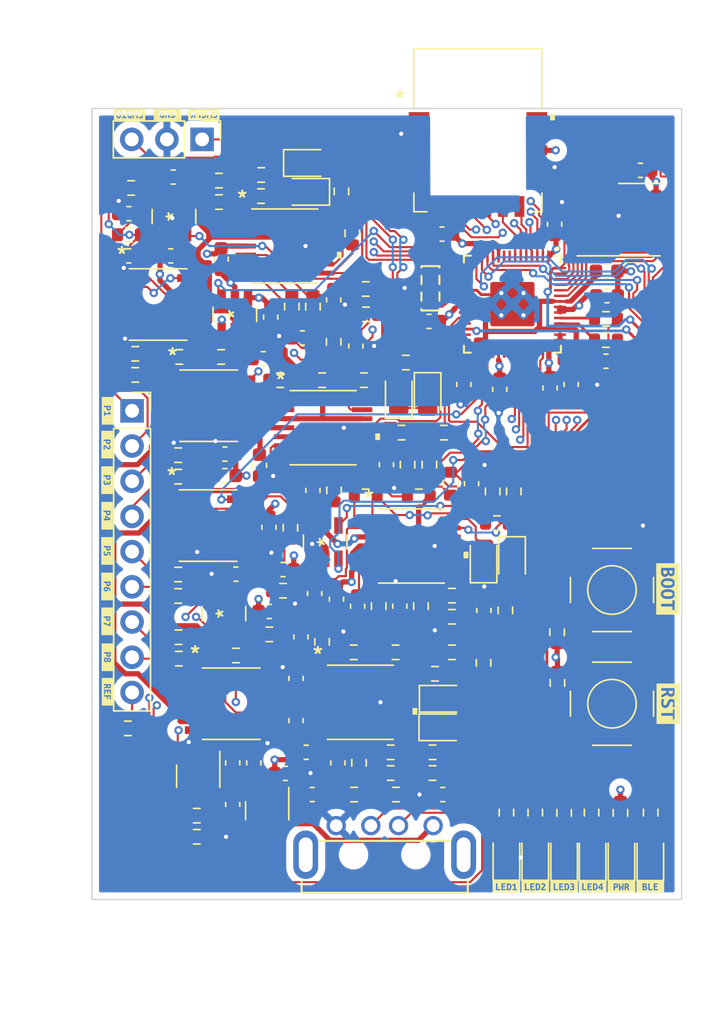
<source format=kicad_pcb>
(kicad_pcb (version 20211014) (generator pcbnew)
  (layers (0 "F.Cu" signal) (1 "In1.Cu" power "GND") (2 "In2.Cu" power "PWR") (31 "B.Cu" signal) (34 "B.Paste" user) (35 "F.Paste" user) (36 "B.SilkS" user "B.Silkscreen") (37 "F.SilkS" user "F.Silkscreen") (38 "B.Mask" user) (39 "F.Mask" user) (44 "Edge.Cuts" user))
  (net 0 "")
  (net 1 "+3.3V")
  (net 2 "GND")
  (net 3 "Net-(C17-Pad1)")
  (net 4 "Net-(C24-Pad2)")
  (net 5 "Net-(C30-Pad1)")
  (net 6 "Net-(C30-Pad2)")
  (net 7 "Net-(C36-Pad1)")
  (net 8 "Net-(C37-Pad2)")
  (net 9 "Net-(C38-Pad2)")
  (net 10 "Net-(C36-Pad2)")
  (net 11 "Net-(C39-Pad2)")
  (net 12 "Net-(C38-Pad1)")
  (net 13 "/V_SIGNAL_TWO")
  (net 14 "/V_SIGNAL_THREE")
  (net 15 "/V_SIGNAL_FOUR")
  (net 16 "Net-(D1-Pad2)")
  (net 17 "Net-(D2-Pad2)")
  (net 18 "Net-(D3-Pad2)")
  (net 19 "Net-(D4-Pad2)")
  (net 20 "Net-(D5-Pad1)")
  (net 21 "Net-(D6-Pad2)")
  (net 22 "Net-(D7-Pad1)")
  (net 23 "Net-(D7-Pad2)")
  (net 24 "Net-(D8-Pad1)")
  (net 25 "Net-(D10-Pad2)")
  (net 26 "Net-(D9-Pad2)")
  (net 27 "Net-(D10-Pad1)")
  (net 28 "Net-(D11-Pad1)")
  (net 29 "Net-(D11-Pad2)")
  (net 30 "Net-(D12-Pad1)")
  (net 31 "Net-(D13-Pad1)")
  (net 32 "Net-(D13-Pad2)")
  (net 33 "Net-(D14-Pad1)")
  (net 34 "/USB_D-")
  (net 35 "/USB_D+")
  (net 38 "Net-(J2-Pad1)")
  (net 39 "Net-(J2-Pad2)")
  (net 40 "Net-(J2-Pad3)")
  (net 41 "Net-(J2-Pad4)")
  (net 42 "Net-(J2-Pad5)")
  (net 43 "Net-(J2-Pad6)")
  (net 44 "Net-(J2-Pad7)")
  (net 45 "Net-(J2-Pad8)")
  (net 46 "Net-(J2-Pad9)")
  (net 47 "/SWCLK")
  (net 48 "/SWDIO")
  (net 49 "Net-(R1-Pad1)")
  (net 50 "Net-(R2-Pad1)")
  (net 51 "Net-(R3-Pad2)")
  (net 52 "Net-(R4-Pad1)")
  (net 53 "/V_DIFF_ONE")
  (net 54 "Net-(R5-Pad2)")
  (net 55 "/V_DIFF_TWO")
  (net 56 "Net-(R6-Pad2)")
  (net 57 "/V_DIFF_FOUR")
  (net 58 "Net-(R7-Pad2)")
  (net 59 "/V_DIFF_THREE")
  (net 60 "Net-(R8-Pad2)")
  (net 61 "Net-(R9-Pad1)")
  (net 62 "Net-(R10-Pad1)")
  (net 63 "Net-(R11-Pad1)")
  (net 64 "Net-(R12-Pad1)")
  (net 65 "Net-(R13-Pad1)")
  (net 66 "Net-(R18-Pad2)")
  (net 67 "Net-(R20-Pad2)")
  (net 68 "Net-(R21-Pad2)")
  (net 69 "Net-(R22-Pad2)")
  (net 70 "Net-(R23-Pad2)")
  (net 71 "Net-(R24-Pad2)")
  (net 72 "Net-(R25-Pad2)")
  (net 73 "/EMG_NODE_ONE")
  (net 74 "/EMG_NODE_TWO")
  (net 75 "/EMG_NODE_THREE")
  (net 76 "/EMG_NODE_FOUR")
  (net 77 "/EMG_NODE_FIVE")
  (net 78 "/EMG_NODE_SIX")
  (net 79 "/EMG_NODE_SEVEN")
  (net 80 "/EMG_NODE_EIGHT")
  (net 81 "/EMG_REF")
  (net 82 "Net-(R41-Pad2)")
  (net 83 "Net-(R42-Pad2)")
  (net 84 "Net-(R43-Pad2)")
  (net 85 "Net-(R44-Pad2)")
  (net 86 "Net-(R45-Pad2)")
  (net 87 "Net-(R46-Pad2)")
  (net 88 "+1.65V")
  (net 89 "Net-(R63-Pad2)")
  (net 90 "Net-(R64-Pad2)")
  (net 91 "Net-(R67-Pad2)")
  (net 92 "Net-(R68-Pad2)")
  (net 93 "/DIF_AMP_ONE_CAL")
  (net 94 "/DIF_AMP_TWO_CAL")
  (net 95 "/DIF_AMP_FOUR_CAL")
  (net 96 "Net-(U10-Pad55)")
  (net 97 "Net-(U10-Pad54)")
  (net 98 "Net-(U10-Pad53)")
  (net 99 "Net-(U10-Pad52)")
  (net 100 "Net-(U10-Pad51)")
  (net 101 "/DIF_AMP_THREE_CAL")
  (net 102 "/POT_CHANGE_ONE")
  (net 103 "/POT_CS_ONE")
  (net 104 "/POT_CHANGE_TWO")
  (net 105 "/POT_CS_TWO")
  (net 106 "/POT_CHANGE_FOUR")
  (net 107 "/POT_CS_FOUR")
  (net 108 "/POT_CHANGE_THREE")
  (net 109 "/POT_CS_THREE")
  (net 110 "/BLE_RX")
  (net 111 "/BLE_TX")
  (net 112 "/RTS")
  (net 113 "/CTS")
  (net 114 "/RX_IND")
  (net 115 "/RST_N")
  (net 116 "Net-(U10-Pad20)")
  (net 117 "Net-(U10-Pad21)")
  (net 120 "/V_SIGNAL_ONE")
  (net 127 "Net-(C28-Pad1)")
  (net 128 "Net-(C28-Pad2)")
  (net 129 "Net-(C31-Pad2)")
  (net 130 "Net-(C31-Pad1)")
  (net 131 "Net-(C34-Pad2)")
  (net 132 "Net-(C34-Pad1)")
  (net 133 "Net-(C35-Pad2)")
  (net 134 "Net-(C44-Pad1)")
  (net 135 "Net-(C44-Pad2)")
  (net 136 "Net-(C45-Pad1)")
  (net 137 "Net-(C45-Pad2)")
  (net 138 "Net-(C46-Pad2)")
  (footprint "ISL90462WIH627Z:ISL90462WIH627Z-TKCT-ND" (layer "F.Cu") (at 231.4194 38.354 90)
    (fp_text reference "U6" hide)
    (fp_text value "ISL90462WIH627Z-TKCT-ND" hide)
  )
  (footprint "Capacitor_SMD:C_0603_1608Metric" (layer "F.Cu") (at 234.823 41.4274 90)
    (fp_text reference "C26" hide)
    (fp_text value "0.1uF")
  )
  (footprint "Capacitor_SMD:C_0603_1608Metric" (layer "F.Cu") (at 250.7742 39.624 180)
    (fp_text reference "C11" hide)
    (fp_text value "0.1uF")
  )
  (footprint "LED_SMD:LED_0805_2012Metric" (layer "F.Cu") (at 265.811 84.582 90)
    (fp_text reference "D5" hide)
    (fp_text value "LED")
  )
  (footprint "Capacitor_SMD:C_0603_1608Metric" (layer "F.Cu") (at 258.572 50.7238 -90)
    (fp_text reference "C14" hide)
    (fp_text value "0.1uF")
  )
  (footprint "kibuzzard-63775DF3" (layer "F.Cu") (at 263.7282 86.7156)
    (fp_text reference "kibuzzard-63775DF3" hide)
    (fp_text value "G***" hide)
  )
  (footprint "Connector_PinSocket_2.54mm:PinSocket_1x09_P2.54mm_Vertical" (layer "F.Cu") (at 228.3968 52.3748)
    (fp_text reference "J2" hide)
    (fp_text value "Conn_01x09")
  )
  (footprint "Resistor_SMD:R_0603_1608Metric" (layer "F.Cu") (at 259.1054 72.009 90)
    (fp_text reference "R1" hide)
    (fp_text value "5.1k")
  )
  (footprint "Resistor_SMD:R_0603_1608Metric" (layer "F.Cu") (at 251.4854 65.7098 180)
    (fp_text reference "R45" hide)
    (fp_text value "10k")
  )
  (footprint "kibuzzard-63775E81" (layer "F.Cu") (at 226.5934 59.944 -90)
    (fp_text reference "kibuzzard-63775E81" hide)
    (fp_text value "G***" hide)
  )
  (footprint "Capacitor_SMD:C_0603_1608Metric" (layer "F.Cu") (at 247.7262 66.4718 -90)
    (fp_text reference "C37" hide)
    (fp_text value ".33uF")
  )
  (footprint "LED_SMD:LED_0805_2012Metric" (layer "F.Cu") (at 259.588 84.582 90)
    (fp_text reference "D3" hide)
    (fp_text value "LED")
  )
  (footprint "Resistor_SMD:R_0603_1608Metric" (layer "F.Cu") (at 262.6106 47.2694 180)
    (fp_text reference "R3" hide)
    (fp_text value "27")
  )
  (footprint "Capacitor_SMD:C_0603_1608Metric" (layer "F.Cu") (at 242.951 44.3738 90)
    (fp_text reference "C35" hide)
    (fp_text value ".33uF")
  )
  (footprint "Capacitor_SMD:C_0603_1608Metric" (layer "F.Cu") (at 240.9698 77.0128)
    (fp_text reference "C3" hide)
    (fp_text value "1uF")
  )
  (footprint "Resistor_SMD:R_0603_1608Metric" (layer "F.Cu") (at 239.2934 65.3542)
    (fp_text reference "R16" hide)
    (fp_text value "787")
  )
  (footprint "kibuzzard-63775F9D" (layer "F.Cu") (at 267.081 65.2272 -90)
    (fp_text reference "kibuzzard-63775F9D" hide)
    (fp_text value "G***" hide)
  )
  (footprint "Capacitor_SMD:C_0603_1608Metric" (layer "F.Cu") (at 249.8344 45.9232 180)
    (fp_text reference "C12" hide)
    (fp_text value "0.1uF")
  )
  (footprint "kibuzzard-63775FF7" (layer "F.Cu") (at 228.219 31.0134 180)
    (fp_text reference "kibuzzard-63775FF7" hide)
    (fp_text value "G***" hide)
  )
  (footprint "Resistor_SMD:R_0603_1608Metric" (layer "F.Cu") (at 245.2624 58.547)
    (fp_text reference "R21" hide)
    (fp_text value "8.1k")
  )
  (footprint "Capacitor_SMD:C_0603_1608Metric" (layer "F.Cu") (at 235.8898 64.1604 180)
    (fp_text reference "C4" hide)
    (fp_text value "1uF")
  )
  (footprint "Package_SON:WSON-8-1EP_6x5mm_P1.27mm_EP3.4x4.3mm" (layer "F.Cu") (at 263.525 38.5826)
    (fp_text reference "U4" hide)
    (fp_text value "W25Q128JV")
  )
  (footprint "Resistor_SMD:R_0603_1608Metric" (layer "F.Cu") (at 244.4242 80.0608)
    (fp_text reference "R73" hide)
    (fp_text value "9.09k")
  )
  (footprint "Capacitor_SMD:C_0603_1608Metric" (layer "F.Cu") (at 246.761 56.261 90)
    (fp_text reference "C39" hide)
    (fp_text value ".33uF")
  )
  (footprint "Resistor_SMD:R_0603_1608Metric" (layer "F.Cu") (at 249.0978 58.547 180)
    (fp_text reference "R51" hide)
    (fp_text value "453")
  )
  (footprint "ISL90462WIH627Z:ISL90462WIH627Z-TKCT-ND" (layer "F.Cu") (at 235.8136 45.4152 -90)
    (fp_text reference "U7" hide)
    (fp_text value "ISL90462WIH627Z-TKCT-ND" hide)
  )
  (footprint "Capacitor_SMD:C_0603_1608Metric" (layer "F.Cu") (at 241.5794 65.5574 90)
    (fp_text reference "C30" hide)
    (fp_text value "10uF")
  )
  (footprint "Resistor_SMD:R_0603_1608Metric" (layer "F.Cu") (at 251.3838 57.6326 90)
    (fp_text reference "R61" hide)
    (fp_text value "9.09k")
  )
  (footprint "Resistor_SMD:R_0603_1608Metric" (layer "F.Cu") (at 242.1128 50.165)
    (fp_text reference "R25" hide)
    (fp_text value "10k")
  )
  (footprint "Capacitor_SMD:C_0603_1608Metric" (layer "F.Cu") (at 265.0998 35.0266)
    (fp_text reference "C5" hide)
    (fp_text value "0.1uF")
  )
  (footprint "kibuzzard-63775DA9" (layer "F.Cu") (at 259.588 86.7156)
    (fp_text reference "kibuzzard-63775DA9" hide)
    (fp_text value "G***" hide)
  )
  (footprint "Resistor_SMD:R_0603_1608Metric" (layer "F.Cu") (at 231.775 70.2564)
    (fp_text reference "R39" hide)
    (fp_text value "100k")
  )
  (footprint "Connector_PinHeader_2.54mm:PinHeader_1x03_P2.54mm_Vertical" (layer "F.Cu") (at 233.4514 32.7914 -90)
    (fp_text reference "J3" hide)
    (fp_text value "DEBUG")
  )
  (footprint "MCP6024:MCP6024T" (layer "F.Cu") (at 239.4204 40.4876)
    (fp_text reference "U13" hide)
    (fp_text value "Opamp_MCP6024T-E/ST" hide)
  )
  (footprint "Capacitor_SMD:C_0603_1608Metric" (layer "F.Cu") (at 252.9078 57.6326 90)
    (fp_text reference "C42" hide)
    (fp_text value ".033uF")
  )
  (footprint "Resistor_SMD:R_0603_1608Metric" (layer "F.Cu") (at 231.8004 48.4886 180)
    (fp_text reference "R6" hide)
    (fp_text value "100k")
  )
  (footprint "LED_SMD:LED_0805_2012Metric" (layer "F.Cu") (at 261.6454 84.582 90)
    (fp_text reference "D4" hide)
    (fp_text value "LED")
  )
  (footprint "Eclectronics:TL3301AFxxxxJ" (layer "F.Cu") (at 263.0424 65.3034 90)
    (fp_text reference "S2" hide)
    (fp_text value "BOOT")
  )
  (footprint "Resistor_SMD:R_0603_1608Metric" (layer "F.Cu") (at 242.9764 58.1152 90)
    (fp_text reference "R57" hide)
    (fp_text value "909")
  )
  (footprint "Capacitor_SMD:C_0603_1608Metric" (layer "F.Cu") (at 260.096 50.4698 -90)
    (fp_text reference "C16" hide)
    (fp_text value "1uF")
  )
  (footprint "Resistor_SMD:R_0603_1608Metric" (layer "F.Cu") (at 237.7186 35.3568)
    (fp_text reference "R26" hide)
    (fp_text value "10k")
  )
  (footprint "Resistor_SMD:R_0603_1608Metric" (layer "F.Cu") (at 244.7798 77.7748 -90)
    (fp_text reference "R71" hide)
    (fp_text value "909")
  )
  (footprint "Resistor_SMD:R_0603_1608Metric" (layer "F.Cu") (at 247.0658 78.5114 180)
    (fp_text reference "R70" hide)
    (fp_text value "453")
  )
  (footprint "Resistor_SMD:R_0603_1608Metric" (layer "F.Cu") (at 250.2662 71.3486)
    (fp_text reference "R66" hide)
    (fp_text value "10k")
  )
  (footprint "kibuzzard-63775F11" (layer "F.Cu") (at 226.5934 65.0494 -90)
    (fp_text reference "kibuzzard-63775F11" hide)
    (fp_text value "G***" hide)
  )
  (footprint "Resistor_SMD:R_0603_1608Metric" (layer "F.Cu") (at 233.0704 83.1088 180)
    (fp_text reference "R19" hide)
    (fp_text value "10k")
  )
  (footprint "kibuzzard-63775E69" (layer "F.Cu") (at 226.5934 57.3786 -90)
    (fp_text reference "kibuzzard-63775E69" hide)
    (fp_text value "G***" hide)
  )
  (footprint "Resistor_SMD:R_0603_1608Metric" (layer "F.Cu") (at 247.0658 77.0128 180)
    (fp_text reference "R69" hide)
    (fp_text value "453")
  )
  (footprint "Resistor_SMD:R_0603_1608Metric" (layer "F.Cu") (at 234.823 48.4886)
    (fp_text reference "R17" hide)
    (fp_text value "787")
  )
  (footprint "Resistor_SMD:R_0603_1608Metric" (layer "F.Cu") (at 228.092 75.2856)
    (fp_text reference "R40" hide)
    (fp_text value "100k")
  )
  (footprint "Resistor_SMD:R_0603_1608Metric" (layer "F.Cu") (at 251.4854 69.7992)
    (fp_text reference "R49" hide)
    (fp_text value "453")
  )
  (footprint "Resistor_SMD:R_0603_1608Metric" (layer "F.Cu") (at 259.08 68.3514 -90)
    (fp_text reference "R2" hide)
    (fp_text value "5.1k")
  )
  (footprint "Capacitor_SMD:C_0603_1608Metric" (layer "F.Cu") (at 244.6782 66.4718 -90)
    (fp_text reference "C36" hide)
    (fp_text value ".33uF")
  )
  (footprint "Resistor_SMD:R_0603_1608Metric" (layer "F.Cu") (at 247.8532 53.9496 180)
    (fp_text reference "R46" hide)
    (fp_text value "10k")
  )
  (footprint "Resistor_SMD:R_0603_1608Metric" (layer "F.Cu") (at 242.951 47.3964 90)
    (fp_text reference "R59" hide)
    (fp_text value "9.09k")
  )
  (footprint "Capacitor_SMD:C_0603_1608Metric" (layer "F.Cu") (at 252.349 50.4698 -90)
    (fp_text reference "C18" hide)
    (fp_text value "0.1uF")
  )
  (footprint "Diode_SMD:D_0805_2012Metric" (layer "F.Cu") (at 240.9675 36.576 180)
    (fp_text reference "D7" hide)
    (fp_text value "D")
  )
  (footprint "MCP6024:MCP6024T" (layer "F.Cu") (at 244.8814 73.406)
    (fp_text reference "U17" hide)
    (fp_text value "Opamp_MCP6024T-E/ST" hide)
  )
  (footprint "Resistor_SMD:R_0603_1608Metric" (layer "F.Cu") (at 249.8598 56.261 -90)
    (fp_text reference "R52" hide)
    (fp_text value "453")
  )
  (footprint "Resistor_SMD:R_0603_1608Metric" (layer "F.Cu") (at 234.6706 35.7632)
    (fp_text reference "R23" hide)
    (fp_text value "10k")
  )
  (footprint "Resistor_SMD:R_0603_1608Metric" (layer "F.Cu") (at 255.9558 58.1914 -90)
    (fp_text reference "R30" hide)
    (fp_text value "10k")
  )
  (footprint "Capacitor_SMD:C_0603_1608Metric" (layer "F.Cu") (at 240.6904 47.117 180)
    (fp_text reference "C34" hide)
    (fp_text value ".33uF")
  )
  (footprint "Diode_SMD:D_0805_2012Metric" (layer "F.Cu") (at 250.7996 75.2094)
    (fp_text reference "D14" hide)
    (fp_text value "D")
  )
  (footprint "Capacitor_SMD:C_0603_1608Metric" (layer "F.Cu") (at 239.4712 78.5368)
    (fp_text reference "C25" hide)
    (fp_text value "10uF")
  )
  (footprint "Capacitor_SMD:C_0603_1608Metric" (layer "F.Cu") (at 262.6106 48.7934)
    (fp_text reference "C17" hide)
    (fp_text value "1uF")
  )
  (footprint "Diode_SMD:D_0805_2012Metric" (layer "F.Cu") (at 249.7328 51.308 -90)
    (fp_text reference "D12" hide)
    (fp_text value "D")
  )
  (footprint "Capacitor_SMD:C_0603_1608Metric" (layer "F.Cu") (at 235.1024 55.499 180)
    (fp_text reference "C2" hide)
    (fp_text value "1uF")
  )
  (footprint "Capacitor_SMD:C_0603_1608Metric" (layer "F.Cu") (at 243.2558 77.7748 -90)
    (fp_text reference "C45" hide)
    (fp_text value ".33uF")
  )
  (footprint "LED_SMD:LED_0805_2012Metric" (layer "F.Cu") (at 257.5052 84.56205 90)
    (fp_text reference "D1" hide)
    (fp_text value "LED")
  )
  (footprint "Resistor_SMD:R_0603_1608Metric" (layer "F.Cu") (at 242.1128 69.0372 -90)
    (fp_text reference "R63" hide)
    (fp_text value "8.1k")
  )
  (footprint "Capacitor_SMD:C_0603_1608Metric" (layer "F.Cu") (at 253.7968 66.7766 90)
    (fp_text reference "C41" hide)
    (fp_text value ".033uF")
  )
  (footprint "ISL90462WIH627Z:ISL90462WIH627Z-TKCT-ND" (layer "F.Cu") (at 235.0262 67.0052 -90)
    (fp_text reference "U8" hide)
    (fp_text value "ISL90462WIH627Z-TKCT-ND" hide)
  )
  (footprint "Capacitor_SMD:C_0603_1608Metric" (layer "F.Cu") (at 235.6612 80.772 -90)
    (fp_text reference "C24" hide)
    (fp_text value "10uF")
  )
  (footprint "Resistor_SMD:R_0603_1608Metric" (layer "F.Cu") (at 231.7242 64.1858)
    (fp_text reference "R36" hide)
    (fp_text value "100k")
  )
  (footprint "Capacitor_SMD:C_0603_1608Metric" (layer "F.Cu") (at 239.2934 63.8302 180)
    (fp_text reference "C23" hide)
    (fp_text value "0.1uF")
  )
  (footprint "kibuzzard-63775ECF" (layer "F.Cu") (at 226.5934 62.484 -90)
    (fp_text reference "kibuzzard-63775ECF" hide)
    (fp_text value "G***" hide)
  )
  (footprint "Capacitor_SMD:C_0603_1608Metric" (layer "F.Cu") (at 228.1682 38.1508 180)
    (fp_text reference "C20" hide)
    (fp_text value "0.1uF")
  )
  (footprint "Eclectronics:RP2040" (layer "F.Cu") (at 255.8542 44.6786 -90)
    (fp_text reference "U10" hide)
    (fp_text value "RP2040")
  )
  (footprint "Capacitor_SMD:C_0603_1608Metric" (layer "F.Cu") (at 238.4044 45.6184 -90)
    (fp_text reference "C21" hide)
    (fp_text value "0.1uF")
  )
  (footprint "Resistor_SMD:R_0603_1608Metric" (layer "F.Cu") (at 239.9284 44.8564 -90)
    (fp_text reference "R53" hide)
    (fp_text value "909")
  )
  (footprint "Resistor_SMD:R_0603_1608Metric" (layer "F.Cu") (at 244.2972 39.5732 -90)
    (fp_text reference "R44" hide)
    (fp_text value "10k")
  )
  (footprint "Resistor_SMD:R_0603_1608Metric" (layer "F.Cu") (at 254.7366 60.4774)
    (fp_text reference "R24" hide)
    (fp_text value "10k")
  )
  (footprint "kibuzzard-63775F53" (layer "F.Cu") (at 226.6188 72.644 -90)
    (fp_text reference "kibuzzard-63775F53" hide)
    (fp_text value "G***" hide)
  )
  (footprint "Capacitor_SMD:C_0603_1608Metric" (layer "F.Cu") (at 241.4016 80.0608 180)
    (fp_text reference "C47" hide)
    (fp_text value ".033uF")
  )
  (footprint "MCP6024:MCP6024T" (layer "F.Cu") (at 248.5644 62.1284)
    (fp_text reference "U14" hide)
    (fp_text value "Opamp_MCP6024T-E/ST" hide)
  )
  (footprint "Capacitor_SMD:C_0603_1608Metric" (layer "F.Cu") (at 237.1852 77.7748 90)
    (fp_text reference "C32" hide)
    (fp_text value "1uF")
  )
  (footprint "RN4871:RN4871" (layer "F.Cu") (at 253.365 32.131)
    (fp_text reference "U11" hide)
    (fp_text value "RN4871-I/RM140" hide)
  )
  (footprint "Resistor_SMD:R_0603_1608Metric" (layer "F.Cu") (at 239.0902 50.165)
    (fp_text reference "R22" hide)
    (fp_text value "8.1k")
  )
  (footprint "Resistor_SMD:R_0603_1608Metric" (layer "F.Cu") (at 250.0884 78.5114 180)
    (fp_text reference "R68" hide)
    (fp_text value "10k")
  )
  (footprint "Package_TO_SOT_SMD:SOT-23-5" (layer "F.Cu") (at 233.172 78.74 -90)
    (fp_text reference "U16" hide)
    (fp_text value "MCP6021")
  )
  (footprint "Resistor_SMD:R_0603_1608Metric" (layer "F.Cu") (at 254.4318 58.1914 -90)
    (fp_text reference "R27" hide)
    (fp_text value "10k")
  )
  (footprint "Resistor_SMD:R_0603_1608Metric" (layer "F.Cu") (at 245.2624 43.5864 180)
    (fp_text reference "R48" hide)
    (fp_text value "453")
  )
  (footprint "Capacitor_SMD:C_0603_1608Metric" (layer "F.Cu") (at 258.9022 38.9128 90)
    (fp_text reference "C10" hide)
    (fp_text value "0.1uF")
  )
  (footprint "Capacitor_SMD:C_0603_1608Metric" (layer "F.Cu") (at 240.2332 71.6788 -90)
    (fp_text reference "C43" hide)
    (fp_text value "0.1uF")
  )
  (footprint "Capacitor_SMD:C_0603_1608Metric" (layer "F.Cu") (at 241.4524 58.1152 90)
    (fp_text reference "C38" hide)
    (fp_text value ".33uF")
  )
  (footprint "Resistor_SMD:R_0603_1608Metric" (layer "F.Cu") (at 261.5692 81.36165 -90)
    (fp_text reference "R12" hide)
    (fp_text value "1k")
  )
  (footprint "Resistor_SMD:R_0603_1608Metric" (layer "F.Cu") (at 255.4224 81.36165 -90)
    (fp_text reference "R10" hide)
    (fp_text value "1k")
  )
  (footprint "Resistor_SMD:R_0603_1608Metric" (layer "F.Cu") (at 241.4524 44.8564 90)
    (fp_text reference "R54" hide)
    (fp_text value "909")
  )
  (footprint "Resistor_SMD:R_0603_1608Metric" (layer "F.Cu") (at 243.5098 36.5506 -90)
    (fp_text reference "R41" hide)
    (fp_text value "10k")
  )
  (footprint "Capacitor_SMD:C_0603_1608Metric" (layer "F.Cu") (at 228.1552 41.1988 180)
    (fp_text reference "C6" hide)
    (fp_text value "0.1uF")
  )
  (footprint "ISL90462WIH627Z:ISL90462WIH627Z-TKCT-ND" (layer "F.Cu") (at 242.3414 61.849 90)
    (fp_text reference "U9" hide)
    (fp_text value "ISL90462WIH627Z-TKCT-ND" hide)
  )
  (footprint "Resistor_SMD:R_0603_1608Metric" (layer "F.Cu") (at 251.4854 67.2338 180)
    (fp_text reference "R50" hide)
    (fp_text value "453")
  )
  (footprint "Capacitor_SMD:C_0603_1608Metric" (layer "F.Cu") (at 237.5916 56.3118 90)
    (fp_text reference "C29" hide)
    (fp_text value "0.1uF")
  )
  (footprint "Package_TO_SOT_SMD:SOT-23" (layer "F.Cu") (at 238.1504 81.2292 -90)
    (fp_text reference "U12" hide)
    (fp_text value "MCP1702T-3302E_CB")
  )
  (footprint "Resistor_SMD:R_0603_1608Metric" (layer "F.Cu") (at 245.1354 50.165)
    (fp_text reference "R31" hide)
    (fp_text value "10k")
  )
  (footprint "Eclectronics:USB_A_0480370001" (layer "F.Cu") (at 246.634 84.4042)
    (fp_text reference "J1" hide)
    (fp_text value "USB_A_0480370001")
  )
  (footprint "MCP6N11:MCP6N11-002ESN" (layer "F.Cu") (at 235.5596 73.5076)
    (fp_text reference "U3" hide)
    (fp_text value "MCP6N11-002E/SN" hide)
  )
  (footprint "Resistor_SMD:R_0603_1608Metric" (layer "F.Cu") (at 234.6706 37.3126)
    (fp_text reference "R20" hide)
    (fp_text value "8.1k")
  )
  (footprint "Resistor_SMD:R_0603_1608Metric" (layer "F.Cu") (at 253.7714 70.5612 90)
    (fp_text reference "R60" hide)
    (fp_text value "9.09k")
  )
  (footprint "Capacitor_SMD:C_0603_1608Metric" (layer "F.Cu") (at 254.9398 50.8254 -90)
    (fp_text reference "C13" hide)
    (fp_text value "0.1uF")
  )
  (footprint "LED_SMD:LED_0805_2012Metric" (layer "F.Cu") (at 255.4224 84.56205 90)
    (fp_text reference "D2" hide)
    (fp_text value "LED")
  )
  (footprint "kibuzzard-63775E55" (layer "F.Cu") (at 226.5934 54.8132 -90)
    (fp_text reference "kibuzzard-63775E55" hide)
    (fp_text value "G***" hide)
  )
  (footprint "kibuzzard-63775FC8" (layer "F.Cu") (at 267.1064 73.5076 -90)
    (fp_text reference "kibuzzard-63775FC8" hide)
    (fp_text value "G***" hide)
  )
  (footprint "Capacitor_SMD:C_0603_1608Metric" (layer "F.Cu") (at 235.6612 77.7748 90)
    (fp_text reference "C33" hide)
    (fp_text value "0.1uF")
  )
  (footprint "Resistor_SMD:R_0603_1608Metric" (layer "F.Cu") (at 250.0884 77.0128 180)
    (fp_text reference "R67" hide)
    (fp_text value "10k")
  )
  (footprint "kibuzzard-63775DCC" (layer "F.Cu") (at 261.6454 86.7156)
    (fp_text reference "kibuzzard-63775DCC" hide)
    (fp_text value "G***" hide)
  )
  (footprint "Resistor_SMD:R_0603_1608Metric" (layer "F.Cu") (at 257.5052 81.36165 -90)
    (fp_text reference "R9" hide)
    (fp_text value "1k")
  )
  (footprint "Resistor_SMD:R_0603_1608Metric" (layer "F.Cu") (at 231.7242 65.7352)
    (fp_text reference "R37" hide)
    (fp_text value "100k")
  )
  (footprint "Capacitor_SMD:C_0603_1608Metric" (layer "F.Cu") (at 237.871 48.6156)
    (fp_text reference "C31" hide)
    (fp_text value "10uF")
  )
  (footprint "Eclectronics:TL3301AFxxxxJ" (layer "F.Cu") (at 263.0424 73.5076 90)
    (fp_text reference "S1" hide)
    (fp_text value "RST")
  )
  (footprint "LED_SMD:LED_0805_2012Metric" (layer "F.Cu") (at 263.7282 84.582 90)
    (fp_text reference "D6" hide)
    (fp_text value "PWR")
  )
  (footprint "Diode_SMD:D_0805_2012Metric" (layer "F.Cu") (at 241.0206 34.4932)
    (fp_text reference "D8" hide)
    (fp_text value "D")
  )
  (footprint "Resistor_SMD:R_0603_1608Metric" (layer "F.Cu") (at 245.2878 45.4152 180)
    (fp_text reference "R47" hide)
    (fp_text value "453")
  )
  (footprint "Resistor_SMD:R_0603_1608Metric" (layer "F.Cu") (at 248.158 48.895)
    (fp_text reference "R29" hide)
    (fp_text value "10k")
  )
  (footprint "Capacitor_SMD:C_0603_1608Metric" (layer "F.Cu") (at 238.2774 60.7822 -90)
    (fp_text reference "C9" hide)
    (fp_text value "0.1uF")
  )
  (footprint "Diode_SMD:D_0805_2012Metric" (layer "F.Cu") (at 255.8288 63.1444 -90)
    (fp_text reference "D9" hide)
    (fp_text value "D")
  )
  (footprint "Resistor_SMD:R_0603_1608Metric" (layer "F.Cu") (at 259.588 81.3816 -90)
    (fp_text reference "R11" hide)
    (fp_text value "1k")
  )
  (footprint "Capacitor_SMD:C_0603_1608Metric" (layer "F.Cu") (at 243.1542 65.9638 90)
    (fp_text reference "C27" hide)
    (fp_text value "0.1uF")
  )
  (footprint "MCP6N11:MCP6N11-002ESN" (layer "F.Cu") (at 230.2764 44.704)
    (fp_text reference "U1" hide)
    (fp_text value "MCP6N11-002E/SN" hide)
  )
  (footprint "Resistor_SMD:R_0603_1608Metric" (layer "F.Cu") (at 247.4214 69.7992)
    (fp_text reference "R65" hide)
    (fp_text value "10k")
  )
  (footprint "Resistor_SMD:R_0603_1608Metric" (layer "F.Cu") (at 228.3328 36.2966)
    (fp_text reference "R15" hide)
    (fp_text value "787")
  )
  (footprint "Resistor_SMD:R_0603_1608Metric" (layer "F.Cu") (at 262.6106 45.7454)
    (fp_text reference "R4" hide)
    (fp_text value "27")
  )
  (footprint "Resistor_SMD:R_0603_1608Metric" (layer "F.Cu") (at 228.6254 49.784)
    (fp_text reference "R33" hide)
    (fp_text value "100k")
  )
  (footprint "MCP6N11:MCP6N11-002ESN" (layer "F.Cu") (at 233.934 52.0065)
    (fp_text reference "U2" hide)
    (fp_text value "MCP6N11-002E/SN" hide)
  )
  (footprint "Resistor_SMD:R_0603_1608Metric" (layer "F.Cu") (at 231.7242 55.5752)
    (fp_text reference "R34" hide)
    (fp_text value "100k")
  )
  (footprint "kibuzzard-63775D95" (layer "F.Cu") (at 257.5052 86.7156)
    (fp_text reference "kibuzzard-63775D95" hide)
    (fp_text value "G***" hide)
  )
  (footprint "Capacitor_SMD:C_0603_1608Metric" (layer "F.Cu") (at 244.5512 47.7012 -90)
    (fp_text reference "C40" hide)
    (fp_text value ".033uF")
  )
  (footprint "Resistor_SMD:R_0603_1608Metric" (layer "F.Cu") (at 244.3988 69.7992)
    (fp_text reference "R64" hide)
    (fp_text value "10k")
  )
  (footprint "Resistor_SMD:R_0603_1608Metric" (layer "F.Cu") (at 255.3462 66.7766 -90)
    (fp_text reference "R42" hide)
    (fp_text value "10k")
  )
  (footprint "kibuzzard-63776016" (layer "F.Cu") (at 230.9622 30.988 180)
    (fp_text reference "kibuzzard-63776016" hide)
    (fp_text value "G***" hide)
  )
  (footprint "Diode_SMD:D_0805_2012Metric" (layer "F.Cu") (at 250.825 73.152)
    (fp_text reference "D13" hide)
    (fp_text value "D")
  )
  (footprint "Resistor_SMD:R_0603_1608Metric" (layer "F.Cu") (at 231.7242 57.1246)
    (fp_text reference "R35" hide)
    (fp_text value "100k")
  )
  (footprint "MCP6N11:MCP6N11-002ESN" (layer "F.Cu") (at 233.8832 60.6552)
    (fp_text reference "U5" hide)
    (fp_text value "MCP6N11-002E/SN" hide)
  )
  (footprint "Diode_SMD:D_0805_2012Metric" (layer "F.Cu") (at 247.65 51.2318 90)
    (fp_text reference "D11" hide)
    (fp_text value "D")
  )
  (footprint "Resistor_SMD:R_0603_1608Metric" (layer "F.Cu") (at 231.7496 68.707)
    (fp_text reference "R38" hide)
    (fp_text value "100k")
  )
  (footprint "kibuzzard-6377605B" (layer "F.Cu") (at 233.5784 30.988 180)
    (fp_text reference "kibuzzard-6377605B" hide)
    (fp_text value "G***" hide)
  )
  (footprint "Resistor_SMD:R_0603_1608Metric" (layer "F.Cu") (at 248.285 56.261 90)
    (fp_text reference "R58" hide)
    (fp_text value "909")
  )
  (footprint "Capacitor_SMD:C_0603_1608Metric" (layer "F.Cu") (at 235.1024 57.0484 180)
    (fp_text reference "C7" hide)
    (fp_text value "0.1uF")
  )
  (footprint "Capacitor_SMD:C_0603_1608Metric" (layer "F.Cu") (at 262.6868 44.069)
    (fp_text reference "C15" hide)
    (fp_text value "0.1uF")
  )
  (footprint "Capacitor_SMD:C_0603_1608Metric" (layer "F.Cu") (at 231.3686 35.5092)
    (fp_text reference "C28" hide)
    (fp_text value "10uF")
  )
  (footprint "Capacitor_SMD:C_0603_1608Metric" (layer "F.Cu") (at 262.6614 42.291)
    (fp_text reference "C19" hide)
    (fp_text value "0.1uF")
  )
  (footprint "Resistor_SMD:R_0603_1608Metric" (layer "F.Cu") (at 246.2022 66.4718 90)
    (fp_text reference "R55" hide)
    (fp_text value "909")
  )
  (footprint "Diode_SMD:D_0805_2012Metric" (layer "F.Cu") (at 253.7714 63.0936 90)
    (fp_text reference "D10" hide)
    (fp_text value "D")
  )
  (footprint "kibuzzard-63775E2B" (layer "F.Cu") (at 226.6188 52.3748 -90)
    (fp_text reference "kibuzzard-63775E2B" hide)
    (fp_text value "G***" hide)
  )
  (footprint "kibuzzard-63775F41" (layer "F.Cu") (at 226.6188 70.1548 -90)
    (fp_text reference "kibuzzard-63775F41" hide)
    (fp_text value "G***" hide)
  )
  (footprint "Resistor_SMD:R_0603_1608Metric" (layer "F.Cu") (at 263.652 81.3816 -90)
    (fp_text reference "R14" hide)
    (fp_text value "1k")
  )
  (footprint "Capacitor_SMD:C_0603_1608Metric" (layer "F.Cu") (at 240.5888 68.6816 -90)
    (fp_text reference "C44" hide)
    (fp_text value "10uF")
  )
  (footprint "Resistor_SMD:R_0603_1608Metric" (layer "F.Cu") (at 237.7054 36.8808)
    (fp_text reference "R28" hide)
    (fp_text value "10k")
  )
  (footprint "Resistor_SMD:R_0603_1608Metric" (layer "F.Cu") (at 250.9012 53.9496 180)
    (fp_text reference "R43" hide)
    (fp_text value "10k")
  )
  (footprint "Eclectronics:CSTNE" (layer "F.Cu") (at 249.936 43.5356 90)
    (fp_text reference "Y1" hide)
    (fp_text value "12MHz")
  )
  (footprint "Resistor_SMD:R_0603_1608Metric" (layer "F.Cu") (at 238.3028 68.5038)
    (fp_text reference "R62" hide)
    (fp_text value "787")
  )
  (footprint "Resistor_SMD:R_0603_1608Metric" (layer "F.Cu") (at 228.6254 48.26)
    (fp_text reference "R32" hide)
    (fp_text value "100k")
  )
  (footprint "Capacitor_SMD:C_0603_1608Metric" (layer "F.Cu") (at 250.825 80.0608)
    (fp_text reference "C46" hide)
    (fp_text value ".33uF")
  )
  (footprint "Resistor_SMD:R_0603_1608Metric" (layer "F.Cu") (at 235.8898 70.0278 180)
    (fp_text reference "R7" hide)
    (fp_text value "100k")
  )
  (footprint "kibuzzard-63775F30" (layer "F.Cu") (at 226.5934 67.564 -90)
    (fp_text reference "kibuzzard-63775F30" hide)
    (fp_text value "G***" hide)
  )
  (footprint "Resistor_SMD:R_0603_1608Metric" (layer "F.Cu") (at 228.1682 39.6748 180)
    (fp_text reference "R5" hide)
    (fp_text value "100k")
  )
  (footprint "MCP6024:MCP6024T" (layer "F.Cu") (at 242.189 53.594)
    (fp_text reference "U15" hide)
    (fp_text value "Opamp_MCP6024T-E/ST" hide)
  )
  (footprint "kibuzzard-63775E08" (layer "F.Cu") (at 265.811 86.7156)
    (fp_text reference "kibuzzard-63775E08" hide)
    (fp_text value "G***" hide)
  )
  (footprint "Resistor_SMD:R_0603_1608Metric" (layer "F.Cu") (at 233.0704 81.5848 180)
    (fp_text reference "R18" hide)
    (fp_text value "10k")
  )
  (footprint "Capacitor_SMD:C_0603_1608Metric" (layer "F.Cu") (at 238.3028 66.8528)
    (fp_text reference "C22" hide)
    (fp_text value "0.1uF")
  )
  (footprint "kibuzzard-63775D6F" (layer "F.Cu") (at 255.4224 86.7156)
    (fp_text reference "kibuzzard-63775D6F" hide)
    (fp_text value "G***" hide)
  )
  (footprint "Resistor_SMD:R_0603_1608Metric" (layer "F.Cu") (at 239.8268 60.8076 90)
    (fp_text reference "R8" hide)
    (fp_text value "100k")
  )
  (footprint "Resistor_SMD:R_0603_1608Metric" (layer "F.Cu") (at 247.4468 80.0608 180)
    (fp_text reference "R72" hide)
    (fp_text value "909")
  )
  (footprint "Resistor_SMD:R_0603_1608Metric" (layer "F.Cu") (at 249.2502 66.4718 90)
    (fp_text reference "R56" hide)
    (fp_text value "909")
  )
  (footprint "Capacitor_SMD:C_0603_1608Metric" (layer "F.Cu") (at 240.2332 74.7268 -90)
    (fp_text reference "C8" hide)
    (fp_text value "0.1uF")
  )
  (footprint "Resistor_SMD:R_0603_1608Metric" (layer "F.Cu") (at 265.8364 81.36165 -90)
    (fp_text reference "R13" hide)
    (fp_text value "1k")
  )
  (footprint "Capacitor_SMD:C_0603_1608Metric" (layer "F.Cu") (at 231.1908 41.1988)
    (fp_text reference "C1" hide)
    (fp_text value "1uF")
  )
  (gr_rect (start 225.5012 30.5562) (end 268.0716 87.63) (layer "Edge.Cuts") (width 0.1) (fill none))
  (segment (start 260.582197 44.707597) (end 260.230194 45.0596) (width 0.381) (layer "F.Cu") (net 1))
  (segment (start 235.976201 66.024801) (end 236.8042 66.8528) (width 0.381) (layer "F.Cu") (net 1))
  (segment (start 234.122 79.8775) (end 234.122 81.3582) (width 0.381) (layer "F.Cu") (net 1))
  (segment (start 254.8542 40.656001) (end 254.8542 41.2411) (width 0.254) (layer "F.Cu") (net 1))
  (segment (start 263.652 80.5566) (end 263.652 80.6704) (width 0.381) (layer "F.Cu") (net 1))
  (segment (start 230.3464 39.554) (end 228.9432 38.1508) (width 0.381) (layer "F.Cu") (net 1))
  (segment (start 236.2454 60.0202) (end 238.2644 60.0202) (width 0.381) (layer "F.Cu") (net 1))
  (segment (start 234.9119 61.9125) (end 234.9119 60.6171) (width 0.381) (layer "F.Cu") (net 1))
  (segment (start 239.9154 73.9518) (end 238.8362 72.8726) (width 0.381) (layer "F.Cu") (net 1))
  (segment (start 259.842 49.9488) (end 260.096 49.6948) (width 0.381) (layer "F.Cu") (net 1))
  (segment (start 240.779 73.406) (end 240.2332 73.9518) (width 0.381) (layer "F.Cu") (net 1))
  (segment (start 265.8748 35.0266) (end 265.8748 35.4968) (width 0.381) (layer "F.Cu") (net 1))
  (segment (start 258.4871 49.8639) (end 258.4871 48.1161) (width 0.381) (layer "F.Cu") (net 1))
  (segment (start 230.4034 42.968304) (end 231.504096 44.069) (width 0.381) (layer "F.Cu") (net 1))
  (segment (start 254.9398 49.1744) (end 254.9144 49.149) (width 0.381) (layer "F.Cu") (net 1))
  (segment (start 254.9398 50.0504) (end 254.9398 49.1744) (width 0.381) (layer "F.Cu") (net 1))
  (segment (start 237.7762 44.2152) (end 236.763601 44.2152) (width 0.381) (layer "F.Cu") (net 1))
  (segment (start 239.4153 74.7697) (end 240.2332 73.9518) (width 0.381) (layer "F.Cu") (net 1))
  (segment (start 234.9878 40.4876) (end 234.823 40.6524) (width 0.381) (layer "F.Cu") (net 1))
  (segment (start 244.2469 64.7192) (end 244.2469 63.965596) (width 0.381) (layer "F.Cu") (net 1))
  (segment (start 264.7442 82.5777) (end 265.811 83.6445) (width 0.381) (layer "F.Cu") (net 1))
  (segment (start 230.469399 39.554) (end 230.3464 39.554) (width 0.381) (layer "F.Cu") (net 1))
  (segment (start 237.6297 54.5338) (end 237.6297 55.4987) (width 0.381) (layer "F.Cu") (net 1))
  (segment (start 237.5789 63.2463) (end 237.5789 62.136832) (width 0.381) (layer "F.Cu") (net 1))
  (segment (start 237.6297 53.6829) (end 237.6297 52.1208) (width 0.381) (layer "F.Cu") (net 1))
  (segment (start 252.235 40.3098) (end 254.5842 40.3098) (width 0.381) (layer "F.Cu") (net 1))
  (segment (start 237.6297 53.6829) (end 237.7186 53.594) (width 0.381) (layer "F.Cu") (net 1))
  (segment (start 238.2644 60.0202) (end 238.2774 60.0072) (width 0.381) (layer "F.Cu") (net 1))
  (segment (start 258.572 49.9488) (end 259.842 49.9488) (width 0.381) (layer "F.Cu") (net 1))
  (segment (start 259.2917 47.2786) (end 259.2917 46.9115) (width 0.381) (layer "F.Cu") (net 1))
  (segment (start 240.0684 62.8266) (end 240.0808 62.8142) (width 0.381) (layer "F.Cu") (net 1))
  (segment (start 251.8696 44.8786) (end 251.8156 44.9326) (width 0.2032) (layer "F.Cu") (net 1))
  (segment (start 234.823 40.6524) (end 234.429 41.0464) (width 0.381) (layer "F.Cu") (net 1))
  (segment (start 236.6648 64.1604) (end 237.5789 63.2463) (width 0.381) (layer "F.Cu") (net 1))
  (segment (start 264.7442 81.7626) (end 264.7442 82.5777) (width 0.381) (layer "F.Cu") (net 1))
  (segment (start 236.1946 55.499) (end 237.1598 54.5338) (width 0.381) (layer "F.Cu") (net 1))
  (segment (start 257.61569 33.578759) (end 258.978359 33.578759) (width 0.381) (layer "F.Cu") (net 1))
  (segment (start 235.976201 65.8052) (end 235.976201 64.848999) (width 0.381) (layer "F.Cu") (net 1))
  (segment (start 240.4618 63.8302) (end 241.243 63.049) (width 0.381) (layer "F.Cu") (net 1))
  (segment (start 235.4497 78.5498) (end 234.122 79.8775) (width 0.381) (layer "F.Cu") (net 1))
  (segment (start 254.853713 40.579313) (end 254.853713 40.655514) (width 0.381) (layer "F.Cu") (net 1))
  (segment (start 237.6297 52.1208) (end 236.8804 51.3715) (width 0.381) (layer "F.Cu") (net 1))
  (segment (start 237.1982 78.5368) (end 237.1852 78.5498) (width 0.381) (layer "F.Cu") (net 1))
  (segment (start 259.0038 40.7244) (end 258.4871 41.2411) (width 0.381) (layer "F.Cu") (net 1))
  (segment (start 237.5789 62.136832) (end 237.354568 61.9125) (width 0.381) (layer "F.Cu") (net 1))
  (segment (start 244.8306 62.1284) (end 245.745399 62.1284) (width 0.381) (layer "F.Cu") (net 1))
  (segment (start 254.9144 48.8442) (end 254.8636 48.7934) (width 0.381) (layer "F.Cu") (net 1))
  (segment (start 259.1054 70.2818) (end 259.1054 71.184) (width 0.381) (layer "F.Cu") (net 1))
  (segment (start 240.2332 73.9518) (end 239.9154 73.9518) (width 0.381) (layer "F.Cu") (net 1))
  (segment (start 234.429 41.0464) (end 233.807 41.0464) (width 0.381) (layer "F.Cu") (net 1))
  (segment (start 258.9784 70.1548) (end 259.1054 70.2818) (width 0.381) (layer "F.Cu") (net 1))
  (segment (start 254.8636 48.7934) (end 254.8636 48.711573) (width 0.381) (layer "F.Cu") (net 1))
  (segment (start 254.8542 48.1161) (end 254.8542 48.702173) (width 0.2032) (layer "F.Cu") (net 1))
  (segment (start 260.60342 44.707597) (end 260.673278 44.777455) (width 0.381) (layer "F.Cu") (net 1))
  (segment (start 237.354568 61.9125) (end 234.9119 61.9125) (width 0.381) (layer "F.Cu") (net 1))
  (segment (start 263.652 80.5566) (end 263.652 79.7052) (width 0.381) (layer "F.Cu") (net 1))
  (segment (start 230.4158 41.1988) (end 230.4158 39.607599) (width 0.381) (layer "F.Cu") (net 1))
  (segment (start 239.4153 76.2333) (end 239.4153 74.7697) (width 0.381) (layer "F.Cu") (net 1))
  (segment (start 236.8804 51.3715) (end 236.2962 51.3715) (width 0.381) (layer "F.Cu") (net 1))
  (segment (start 228.9302 41.1988) (end 230.4158 41.1988) (width 0.381) (layer "F.Cu") (net 1))
  (segment (start 234.9119 60.6171) (end 235.5088 60.0202) (width 0.381) (layer "F.Cu") (net 1))
  (segment (start 244.2469 63.965596) (end 244.3226 63.889896) (width 0.381) (layer "F.Cu") (net 1))
  (segment (start 238.6838 77.5462) (end 239.6614 77.5462) (width 0.381) (layer "F.Cu") (net 1))
  (segment (start 261.9118 44.069) (end 261.220794 44.069) (width 0.381) (layer "F.Cu") (net 1))
  (segment (start 238.6962 78.5368) (end 237.1982 78.5368) (width 0.381) (layer "F.Cu") (net 1))
  (segment (start 254.9144 49.149) (end 254.9144 48.8442) (width 0.381) (layer "F.Cu") (net 1))
  (segment (start 254.8636 48.711573) (end 254.8542 48.702173) (width 0.381) (layer "F.Cu") (net 1))
  (segment (start 237.6297 55.4987) (end 237.5916 55.5368) (width 0.381) (layer "F.Cu") (net 1))
  (segment (start 263.652 80.6704) (end 264.7442 81.7626) (width 0.381) (layer "F.Cu") (net 1))
  (segment (start 242.062399 73.406) (end 240.779 73.406) (width 0.381) (layer "F.Cu") (net 1))
  (segment (start 252.4167 44.8786) (end 251.8696 44.8786) (width 0.2032) (layer "F.Cu") (net 1))
  (segment (start 240.1948 77.0128) (end 239.4153 76.2333) (width 0.381) (layer "F.Cu") (net 1))
  (segment (start 238.8362 72.8726) (end 237.9218 72.8726) (width 0.381) (layer "F.Cu") (net 1))
  (segment (start 235.8774 55.499) (end 236.1946 55.499) (width 0.381) (layer "F.Cu") (net 1))
  (segment (start 259.2917 45.2786) (end 259.2917 44.8902) (width 0.3048) (layer "F.Cu") (net 1))
  (segment (start 231.504096 44.069) (end 232.6386 44.069) (width 0.381) (layer "F.Cu") (net 1))
  (segment (start 243.404695 64.938305) (end 243.404695 64.8078) (width 0.381) (layer "F.Cu") (net 1))
  (segment (start 238.6962 77.5586) (end 238.6838 77.5462) (width 0.381) (layer "F.Cu") (net 1))
  (segment (start 250.786027 45.9232) (end 251.6813 45.027927) (width 0.381) (layer "F.Cu") (net 1))
  (segment (start 238.2774 59.5371) (end 238.7346 59.0799) (width 0.381) (layer "F.Cu") (net 1))
  (segment (start 236.8042 66.8528) (end 237.5278 66.8528) (width 0.381) (layer "F.Cu") (net 1))
  (segment (start 259.3086 48.9074) (end 259.3086 47.2955) (width 0.381) (layer "F.Cu") (net 1))
  (segment (start 235.5088 60.0202) (end 236.2454 60.0202) (width 0.381) (layer "F.Cu") (net 1))
  (segment (start 266.225 35.847) (end 266.225 36.6776) (width 0.381) (layer "F.Cu") (net 1))
  (segment (start 259.08 70.0532) (end 259.08 69.1764) (width 0.381) (layer "F.Cu") (net 1))
  (segment (start 237.2004 80.2917) (end 237.2004 78.565) (width 0.381) (layer "F.Cu") (net 1))
  (segment (start 235.8774 57.0484) (end 235.8774 55.499) (width 0.381) (layer "F.Cu") (net 1))
  (segment (start 240.0684 63.8302) (end 240.4618 63.8302) (width 0.381) (layer "F.Cu") (net 1))
  (segment (start 265.8748 35.4968) (end 266.225 35.847) (width 0.381) (layer "F.Cu") (net 1))
  (segment (start 261.220794 44.069) (end 260.582197 44.707597) (width 0.381) (layer "F.Cu") (net 1))
  (segment (start 258.572 49.9488) (end 258.4871 49.8639) (width 0.381) (layer "F.Cu") (net 1))
  (segment (start 244.3226 63.889896) (end 244.3226 62.6364) (width 0.381) (layer "F.Cu") (net 1))
  (segment (start 254.853713 40.655514) (end 254.8542 40.656001) (width 0.254) (layer "F.Cu") (net 1))
  (segment (start 237.7186 53.594) (end 239.369999 53.594) (width 0.381) (layer "F.Cu") (net 1))
  (segment (start 250.6094 45.9232) (end 250.786027 45.9232) (width 0.381) (layer "F.Cu") (net 1))
  (segment (start 238.6962 78.5368) (end 238.6962 77.5586) (width 0.381) (layer "F.Cu") (net 1))
  (segment (start 230.4158 42.5072) (end 230.4034 42.5196) (width 0.381) (layer "F.Cu") (net 1))
  (segment (start 235.6612 78.5498) (end 235.4497 78.5498) (width 0.381) (layer "F.Cu") (net 1))
  (segment (start 258.978359 33.578759) (end 258.9784 33.5788) (width 0.381) (layer "F.Cu") (net 1))
  (segment (start 260.230194 45.0596) (end 259.2324 45.0596) (width 0.381) (layer "F.Cu") (net 1))
  (segment (start 259.0038 39.7894) (end 259.0038 40.7244) (width 0.381) (layer "F.Cu") (net 1))
  (segment (start 251.6813 45.027927) (end 251.6813 44.9907) (width 0.381) (layer "F.Cu") (net 1))
  (segment (start 243.1542 65.1888) (end 243.404695 64.938305) (width 0.381) (layer "F.Cu") (net 1))
  (segment (start 238.2774 60.0072) (end 238.2774 59.5371) (width 0.381) (layer "F.Cu") (net 1))
  (segment (start 240.0684 63.8302) (end 240.0684 62.8266) (width 0.381) (layer "F.Cu") (net 1))
  (segment (start 237.1852 78.5498) (end 235.6612 78.5498) (width 0.381) (layer "F.Cu") (net 1))
  (segment (start 237.6297 54.5338) (end 237.6297 53.6829) (width 0.381) (layer "F.Cu") (net 1))
  (segment (start 237.1598 54.5338) (end 237.6297 54.5338) (width 0.381) (layer "F.Cu") (net 1))
  (segment (start 235.8774 57.0484) (end 236.6518 57.0484) (width 0.381) (layer "F.Cu") (net 1))
  (segment (start 235.976201 64.848999) (end 236.6648 64.1604) (width 0.381) (layer "F.Cu") (net 1))
  (segment (start 240.2332 73.9518) (end 240.2332 72.4538) (width 0.381) (layer "F.Cu") (net 1))
  (segment (start 260.582197 44.707597) (end 260.60342 44.707597) (width 0.381) (layer "F.Cu") (net 1))
  (segment (start 239.6614 77.5462) (end 240.1948 77.0128) (width 0.381) (layer "F.Cu") (net 1))
  (segment (start 259.3086 47.2955) (end 259.2917 47.2786) (width 0.381) (layer "F.Cu") (net 1))
  (segment (start 241.243 63.049) (end 241.391399 63.049) (width 0.381) (layer "F.Cu") (net 1))
  (segment (start 230.4034 42.5196) (end 230.4034 42.968304) (width 0.381) (layer "F.Cu") (net 1))
  (segment (start 251.6813 44.9907) (end 251.714 44.958) (width 0.381) (layer "F.Cu") (net 1))
  (segment (start 244.3226 62.6364) (end 244.8306 62.1284) (width 0.381) (layer "F.Cu") (net 1))
  (segment (start 258.9022 39.6878) (end 259.0038 39.7894) (width 0.381) (layer "F.Cu") (net 1))
  (segment (start 254.5842 40.3098) (end 254.853713 40.579313) (width 0.381) (layer "F.Cu") (net 1))
  (segment (start 244.2469 64.7192) (end 243.6238 64.7192) (width 0.381) (layer "F.Cu") (net 1))
  (segment (start 251.5492 39.624) (end 252.235 40.3098) (width 0.381) (layer "F.Cu") (net 1))
  (segment (start 237.2004 78.565) (end 237.1852 78.5498) (width 0.381) (layer "F.Cu") (net 1))
  (segment (start 235.976201 65.8052) (end 235.976201 66.024801) (width 0.381) (layer "F.Cu") (net 1))
  (segment (start 258.9784 70.1548) (end 259.08 70.0532) (width 0.381) (layer "F.Cu") (net 1))
  (segment (start 243.6238 64.7192) (end 243.1542 65.1888) (width 0.381) (layer "F.Cu") (net 1))
  (segment (start 236.601399 40.4876) (end 234.9878 40.4876) (width 0.381) (layer "F.Cu") (net 1))
  (segment (start 234.122 81.3582) (end 233.8954 81.5848) (width 0.381) (layer "F.Cu") (net 1))
  (segment (start 237.5278 65.9508) (end 237.5278 66.8528) (width 0.381) (layer "F.Cu") (net 1))
  (segment (start 230.4158 39.607599) (end 230.469399 39.554) (width 0.381) (layer "F.Cu") (net 1))
  (segment (start 230.4158 41.1988) (end 230.4158 42.5072) (width 0.381) (layer "F.Cu") (net 1))
  (segment (start 260.096 49.6948) (end 259.3086 48.9074) (width 0.381) (layer "F.Cu") (net 1))
  (segment (start 238.4044 44.8434) (end 237.7762 44.2152) (width 0.381) (layer "F.Cu") (net 1))
  (via (at 258.9784 33.5788) (size 0.6096) (drill 0.3048) (layers "F.Cu" "B.Cu") (net 1))
  (via (at 252.235 40.3098) (size 0.6096) (drill 0.3048) (layers "F.Cu" "B.Cu") (net 1))
  (via (at 238.7346 59.0799) (size 0.6096) (drill 0.3048) (layers "F.Cu" "B.Cu") (net 1))
  (via (at 259.0038 40.7244) (size 0.6096) (drill 0.3048) (layers "F.Cu" "B.Cu") (net 1))
  (via (at 254.9144 49.149) (size 0.6096) (drill 0.3048) (layers "F.Cu" "B.Cu") (net 1))
  (via (at 240.0808 62.8142) (size 0.6096) (drill 0.3048) (layers "F.Cu" "B.Cu") (net 1))
  (via (at 233.807 41.0464) (size 0.6096) (drill 0.3048) (layers "F.Cu" "B.Cu") (net 1))
  (via (at 236.6518 57.0484) (size 0.6096) (drill 0.3048) (layers "F.Cu" "B.Cu") (net 1))
  (via (at 237.5278 65.9508) (size 0.6096) (drill 0.3048) (layers "F.Cu" "B.Cu") (net 1))
  (via (at 238.6838 77.5462) (size 0.6096) (drill 0.3048) (layers "F.Cu" "B.Cu") (net 1))
  (via (at 258.9784 70.1548) (size 0.6096) (drill 0.3048) (layers "F.Cu" "B.Cu") (net 1))
  (via (at 237.547 44.2152) (size 0.6096) (drill 0.3048) (layers "F.Cu" "B.Cu") (net 1))
  (via (at 251.288113 45.421113) (size 0.6096) (drill 0.3048) (layers "F.Cu" "B.Cu") (net 1))
  (via (at 263.652 79.7052) (size 0.6096) (drill 0.3048) (layers "F.Cu" "B.Cu") (net 1))
  (via (at 244.2469 64.7192) (size 0.6096) (drill 0.3048) (layers "F.Cu" "B.Cu") (net 1))
  (via (at 260.673278 44.777455) (size 0.6096) (drill 0.3048) (layers "F.Cu" "B.Cu") (net 1))
  (via (at 258.4871 48.9117) (size 0.6096) (drill 0.3048) (layers "F.Cu" "B.Cu") (net 1))
  (via (at 266.225 35.847) (size 0.6096) (drill 0.3048) (layers "F.Cu" "B.Cu") (net 1))
  (via (at 230.4034 42.5196) (size 0.6096) (drill 0.3048) (layers "F.Cu" "B.Cu") (net 1))
  (segment (start 240.2462 78.5368) (end 241.2492 78.5368) (width 0.381) (layer "F.Cu") (net 2))
  (segment (start 241.5032 77.0128) (end 241.7448 77.0128) (width 0.381) (layer "F.Cu") (net 2))
  (segment (start 235.1148 64.1604) (end 234.1626 64.1604) (width 0.381) (layer "F.Cu") (net 2))
  (segment (start 227.9142 47.1424) (end 227.8888 47.1678) (width 0.381) (layer "F.Cu") (net 2))
  (segment (start 260.825 40.4876) (end 261.62 40.4876) (width 0.381) (layer "F.Cu") (net 2))
  (segment (start 252.4167 43.6786) (end 253.28844 43.6786) (width 0.2032) (layer "F.Cu") (net 2))
  (segment (start 263.525 38.5826) (end 263.525 38.3032) (width 0.381) (layer "F.Cu") (net 2))
  (segment (start 248.6279 43.5483) (end 248.118096 43.5483) (width 0.381) (layer "F.Cu") (net 2))
  (segment (start 254.9398 52.451) (end 254.8636 52.5272) (width 0.381) (layer "F.Cu") (net 2))
  (segment (start 264.3886 42.291) (end 264.414 42.3164) (width 0.381) (layer "F.Cu") (net 2))
  (segment (start 261.9756 50.4952) (end 261.3152 51.1556) (width 0.381) (layer "F.Cu") (net 2))
  (segment (start 250.05 80.0608) (end 249.1486 80.0608) (width 0.381) (layer "F.Cu") (net 2))
  (segment (start 227.3802 41.64934) (end 227.793759 42.062899) (width 0.381) (layer "F.Cu") (net 2))
  (segment (start 263.4618 42.3164) (end 263.4364 42.291) (width 0.381) (layer "F.Cu") (net 2))
  (segment (start 242.239401 40.4876) (end 240.921799 40.4876) (width 0.381) (layer "F.Cu") (net 2))
  (segment (start 240.2586 78.5492) (end 240.2462 78.5368) (width 0.381) (layer "F.Cu") (net 2))
  (segment (start 233.172 75.438) (end 233.1974 75.4126) (width 0.381) (layer "F.Cu") (net 2))
  (segment (start 252.349 51.671964) (end 252.111882 51.909082) (width 0.381) (layer "F.Cu") (net 2))
  (segment (start 263.4618 44.069) (end 263.4618 42.3164) (width 0.381) (layer "F.Cu") (net 2))
  (segment (start 237.1852 76.9998) (end 237.5284 76.9998) (width 0.381) (layer "F.Cu") (net 2))
  (segment (start 265.2924 67.7034) (end 265.2924 62.9034) (width 0.381) (layer "F.Cu") (net 2))
  (segment (start 240.2332 70.9038) (end 239.3058 70.9038) (width 0.381) (layer "F.Cu") (net 2))
  (segment (start 248.6279 45.4917) (end 248.6279 43.5483) (width 0.381) (layer "F.Cu") (net 2))
  (segment (start 258.9022 34.798) (end 258.881839 34.777639) (width 0.381) (layer "F.Cu") (net 2))
  (segment (start 233.172 76.3016) (end 233.172 75.438) (width 0.381) (layer "F.Cu") (net 2))
  (segment (start 232.5116 76.3016) (end 232.4862 76.2762) (width 0.381) (layer "F.Cu") (net 2))
  (segment (start 253.7968 65.0748) (end 253.8222 65.0494) (width 0.381) (layer "F.Cu") (net 2))
  (segment (start 263.3856 48.7934) (end 263.3856 49.0852) (width 0.381) (layer "F.Cu") (net 2))
  (segment (start 237.5916 57.0868) (end 238.5692 57.0868) (width 0.381) (layer "F.Cu") (net 2))
  (segment (start 231.5718 53.9115) (end 231.5718 54.505438) (width 0.381) (layer "F.Cu") (net 2))
  (segment (start 237.5284 76.9998) (end 238.1758 76.3524) (width 0.381) (layer "F.Cu") (net 2))
  (segment (start 241.7442 77.0128) (end 240.2332 75.5018) (width 0.381) (layer "F.Cu") (net 2))
  (segment (start 234.3274 57.0484) (end 234.3274 56.02) (width 0.381) (layer "F.Cu") (net 2))
  (segment (start 231.4194 39.554) (end 231.4194 40.6524) (width 0.381) (layer "F.Cu") (net 2))
  (segment (start 246.761 57.036) (end 246.761 57.386964) (width 0.381) (layer "F.Cu") (net 2))
  (segment (start 241.462936 62.0457) (end 242.102599 62.0457) (width 0.508) (layer "F.Cu") (net 2))
  (segment (start 234.823 42.4434) (end 235.5088 43.1292) (width 0.381) (layer "F.Cu") (net 2))
  (segment (start 265.2924 75.9076) (end 265.2924 71.1076) (width 0.381) (layer "F.Cu") (net 2))
  (segment (start 261.62 40.4876) (end 263.525 38.5826) (width 0.381) (layer "F.Cu") (net 2))
  (segment (start 238.5184 63.8302) (end 238.5184 62.6742) (width 0.508) (layer "F.Cu") (net 2))
  (segment (start 251.383401 62.1284) (end 250.243599 62.1284) (width 0.381) (layer "F.Cu") (net 2))
  (segment (start 258.9022 37.846764) (end 259.435982 37.312982) (width 0.381) (layer "F.Cu") (net 2))
  (segment (start 238.2774 61.5572) (end 238.2774 62.4332) (width 0.508) (layer "F.Cu") (net 2))
  (segment (start 240.2462 78.2698) (end 241.5032 77.0128) (width 0.381) (layer "F.Cu") (net 2))
  (segment (start 253.28844 43.6786) (end 253.60264 43.9928) (width 0.2032) (layer "F.Cu") (net 2))
  (segment (start 241.394417 61.977181) (end 241.462936 62.0457) (width 0.508) (layer "F.Cu") (net 2))
  (segment (start 254.9398 51.6004) (end 254.9398 52.451) (width 0.381) (layer "F.Cu") (net 2))
  (segment (start 238.4243 46.3934) (end 239.0087 46.9778) (width 0.381) (layer "F.Cu") (net 2))
  (segment (start 234.6554 82.3488) (end 233.8954 83.1088) (width 0.381) (layer "F.Cu") (net 2))
  (segment (start 247.700401 73.406) (end 246.331999 73.406) (width 0.381) (layer "F.Cu") (net 2))
  (segment (start 243.328576 45.1488) (end 243.762133 44.715243) (width 0.381) (layer "F.Cu") (net 2))
  (segment (start 261.3152 51.1556) (end 260.1852 51.1556) (width 0.381) (layer "F.Cu") (net 2))
  (segment (start 241.7448 77.0128) (end 241.7442 77.0128) (width 0.381) (layer "F.Cu") (net 2))
  (segment (start 240.6266 80.0608) (end 240.2586 79.6928) (width 0.381) (layer "F.Cu") (net 2))
  (segment (start 235.0262 65.8052) (end 235.0262 64.249) (width 0.381) (layer "F.Cu") (net 2))
  (segment (start 263.525 38.3032) (end 263.525 35.8264) (width 0.381) (layer "F.Cu") (net 2))
  (segment (start 227.9142 46.609) (end 227.9142 47.1424) (width 0.381) (layer "F.Cu") (net 2))
  (segment (start 258.9022 38.1378) (end 258.9022 37.846764) (width 0.381) (layer "F.Cu") (net 2))
  (segment (start 227.3802 41.1988) (end 227.3802 41.64934) (width 0.381) (layer "F.Cu") (net 2))
  (segment (start 247.832921 32.379879) (end 247.8278 32.385) (width 0.381) (layer "F.Cu") (net 2))
  (segment (start 231.4194 40.6524) (end 231.9658 41.1988) (width 0.381) (layer "F.Cu") (net 2))
  (segment (start 242.3414 62.284501) (end 242.3414 63.049) (width 0.508) (layer "F.Cu") (net 2))
  (segment (start 240.921799 40.4876) (end 240.919 40.484801) (width 0.381) (layer "F.Cu") (net 2))
  (segment (start 239.0778 66.8528) (end 239.5901 66.8528) (width 0.381) (layer "F.Cu") (net 2))
  (segment (start 246.811 57.086) (end 246.761 57.036) (width 0.381) (layer "F.Cu") (net 2))
  (segment (start 243.653705 68.298233) (end 243.4641 68.108628) (width 0.381) (layer "F.Cu") (net 2))
  (segment (start 235.0262 64.249) (end 235.1148 64.1604) (width 0.381) (layer "F.Cu") (net 2))
  (segment (start 255.44235 85.5195) (end 255.4224 85.49955) (width 0.381) (layer "F.Cu") (net 2))
  (segment (start 265.2924 62.9034) (end 265.2924 60.67) (width 0.381) (layer "F.Cu") (net 2))
  (segment (start 244.5512 48.4762) (end 245.097 48.4762) (width 0.381) (layer "F.Cu") (net 2))
  (segment (start 252.349 51.2448) (end 252.349 51.671964) (width 0.381) (layer "F.Cu") (net 2))
  (segment (start 242.951 45.1488) (end 241.985 45.1488) (width 0.381) (layer "F.Cu") (net 2))
  (segment (start 254.94 43.9928) (end 255.0542 43.8786) (width 0.2032) (layer "F.Cu") (net 2))
  (segment (start 256.31455 84.6074) (end 255.4224 85.49955) (width 0.381) (layer "F.Cu") (net 2))
  (segment (start 248.2718 80.0608) (end 249.1486 80.0608) (width 0.381) (layer "F.Cu") (net 2))
  (segment (start 234.3274 56.02) (end 234.3274 55.499) (width 0.381) (layer "F.Cu") (net 2))
  (segment (start 231.4194 38.58348) (end 231.30466 38.46874) (width 0.381) (layer "F.Cu") (net 2))
  (segment (start 238.5692 57.0868) (end 238.5822 57.0738) (width 0.381) (layer "F.Cu") (net 2))
  (segment (start 231.4194 39.554) (end 231.4194 38.58348) (width 0.381) (layer "F.Cu") (net 2))
  (segment (start 258.881839 34.777639) (end 257.61569 34.777639) (width 0.381) (layer "F.Cu") (net 2))
  (segment (start 263.4364 42.291) (end 264.3886 42.291) (width 0.381) (layer "F.Cu") (net 2))
  (segment (start 253.2764 56.8576) (end 253.8476 56.2864) (width 0.381) (layer "F.Cu") (net 2))
  (segment (start 231.5718 54.505438) (end 231.401014 54.676224) (width 0.381) (layer "F.Cu") (net 2))
  (segment (start 260.1852 51.1556) (end 260.096 51.2448) (width 0.381) (layer "F.Cu") (net 2))
  (segment (start 248.285 57.086) (end 246.811 57.086) (width 0.381) (layer "F.Cu") (net 2))
  (segment (start 238.5184 62.6742) (end 238.4552 62.611) (width 0.508) (layer "F.Cu") (net 2))
  (segment (start 235.6612 79.997) (end 234.6554 81.0028) (width 0.381) (layer "F.Cu") (net 2))
  (segment (start 234.1626 64.1604) (end 234.1372 64.135) (width 0.381) (layer "F.Cu") (net 2))
  (segment (start 227.3932 37.2667) (end 227.4316 37.2283) (width 0.381) (layer "F.Cu") (net 2))
  (segment (start 253.7968 66.0016) (end 253.7968 65.0748) (width 0.381) (layer "F.Cu") (net 2))
  (segment (start 235.5088 43.1292) (end 235.8136 43.434) (width 0.381) (layer "F.Cu") (net 2))
  (segment (start 234.823 42.2024) (end 234.823 42.4434) (width 0.381) (layer "F.Cu") (net 2))
  (segment (start 235.8136 43.434) (end 235.8136 44.2152) (width 0.381) (layer "F.Cu") (net 2))
  (segment (start 243.1542 67.256481) (end 243.1542 66.7388) (width 0.381) (layer "F.Cu") (net 2))
  (segment (start 234.3274 56.02) (end 234.3274 54.64928) (width 0.381) (layer "F.Cu") (net 2))
  (segment (start 239.3058 70.9038) (end 239.268 70.866) (width 0.381) (layer "F.Cu") (net 2))
  (segment (start 252.9078 56.8576) (end 253.2764 56.8576) (width 0.381) (layer "F.Cu") (net 2))
  (segment (start 249.0594 45.9232) (end 248.6279 45.4917) (width 0.381) (layer "F.Cu") (net 2))
  (segment (start 233.8954 83.1088) (end 235.1786 83.1088) (width 0.381) (layer "F.Cu") (net 2))
  (segment (start 238.2774 62.4332) (end 238.4552 62.611) (width 0.508) (layer "F.Cu") (net 2))
  (segment (start 233.172 76.3016) (end 232.5116 76.3016) (width 0.381) (layer "F.Cu") (net 2))
  (segment (start 247.7262 65.6968) (end 247.7262 64.9732) (width 0.381) (layer "F.Cu") (net 2))
  (segment (start 231.521 62.5602) (end 233.0958 62.5602) (width 0.381) (layer "F.Cu") (net 2))
  (segment (start 250.243599 62.1284) (end 250.2408 62.125601) (width 0.381) (layer "F.Cu") (net 2))
  (segment (start 246.761 57.386964) (end 247.315618 57.941582) (width 0.381) (layer "F.Cu") (net 2))
  (segment (start 243.4641 67.566381) (end 243.1542 67.256481) (width 0.381) (layer "F.Cu") (net 2))
  (segment (start 249.2502 67.2968) (end 249.342688 67.2968) (width 0.381) (layer "F.Cu") (net 2))
  (segment (start 240.2586 79.6928) (end 240.2586 78.5492) (width 0.381) (layer "F.Cu") (net 2))
  (segment (start 242.951 45.1488) (end 243.328576 45.1488) (width 0.381) (layer "F.Cu") (net 2))
  (segment (start 263.7282 85.5195) (end 255.44235 85.5195) (width 0.381) (layer "F.Cu") (net 2))
  (segment (start 265.2924 60.67) (end 265.2776 60.6552) (width 0.381) (layer "F.Cu") (net 2))
  (segment (start 260.096 51.2448) (end 258.826 51.2448) (width 0.381) (layer "F.Cu") (net 2))
  (segment (start 243.4641 68.108628) (end 243.4641 67.566381) (width 0.381) (layer "F.Cu") (net 2))
  (segment (start 263.3856 49.0852) (end 261.9756 50.4952) (width 0.381) (layer "F.Cu") (net 2))
  (segment (start 246.331999 73.406) (end 246.3292 73.403201) (width 0.381) (layer "F.Cu") (net 2))
  (segment (start 234.6554 81.0028) (end 234.6554 82.3488) (width 0.381) (layer "F.Cu") (net 2))
  (segment (start 248.6406 43.5356) (end 249.936 43.5356) (width 0.381) (layer "F.Cu") (net 2))
  (segment (start 239.5901 66.8528) (end 240.157 66.2859) (width 0.381) (layer "F.Cu") (net 2))
  (segment (start 249.342688 67.2968) (end 250.252131 68.206243) (width 0.381) (layer "F.Cu") (net 2))
  (segment (start 239.1004 80.2917) (end 240.3957 80.2917) (width 0.381) (layer "F.Cu") (net 2))
  (segment (start 265.2924 71.1076) (end 265.2924 67.7034) (width 0.381) (layer "F.Cu") (net 2))
  (segment (start 233.172 77.6025) (end 233.172 76.3016) (width 0.381) (layer "F.Cu") (net 2))
  (segment (start 242.102599 62.0457) (end 242.3414 62.284501) (width 0.508) (layer "F.Cu") (net 2))
  (segment (start 249.11431 32.379879) (end 247.832921 32.379879) (width 0.381) (layer "F.Cu") (net 2))
  (segment (start 245.008001 53.594) (end 243.6876 53.594) (width 0.381) (layer "F.Cu") (net 2))
  (segment (start 241.985 45.1488) (end 241.4524 45.6814) (width 0.381) (layer "F.Cu") (net 2))
  (segment (start 240.2462 78.5368) (end 240.2462 78.2698) (width 0.381) (layer "F.Cu") (net 2))
  (segment (start 247.7262 64.9732) (end 247.4214 64.6684) (width 0.381) (layer "F.Cu") (net 2))
  (segment (start 227.3932 38.1508) (end 227.3932 37.2667) (width 0.381) (layer "F.Cu") (net 2))
  (segment (start 248.6279 43.5483) (end 248.6406 43.5356) (width 0.381) (layer "F.Cu") (net 2))
  (segment (start 235.6612 76.9998) (end 237.1852 76.9998) (width 0.381) (layer "F.Cu") (net 2))
  (segment (start 256.4638 84.6074) (end 256.31455 84.6074) (width 0.381) (layer "F.Cu") (net 2))
  (segment (start 241.2492 78.5368) (end 241.2746 78.5114) (width 0.381) (layer "F.Cu") (net 2))
  (segment (start 245.097 48.4762) (end 245.872 47.7012) (width 0.381) (layer "F.Cu") (net 2))
  (segment (start 258.826 51.2448) (end 258.572 51.4988) (width 0.381) (layer "F.Cu") (net 2))
  (segment (start 247.8278 37.4526) (end 247.8278 32.385) (width 0.381) (layer "F.Cu") (net 2))
  (segment (start 238.4044 46.3934) (end 238.4243 46.3934) (width 0.381) (layer "F.Cu") (net 2))
  (segment (start 240.3957 80.2917) (end 240.6266 80.0608) (width 0.381) (layer "F.Cu") (net 2))
  (segment (start 248.118096 43.5483) (end 248.079996 43.5102) (width 0.381) (layer "F.Cu") (net 2))
  (segment (start 234.3274 54.64928) (end 234.41704 54.55964) (width 0.381) (layer "F.Cu") (net 2))
  (segment (start 249.9992 39.624) (end 247.8278 37.4526) (width 0.381) (layer "F.Cu") (net 2))
  (segment (start 263.525 35.8264) (end 264.3248 35.0266) (width 0.381) (layer "F.Cu") (net 2))
  (segment (start 253.60264 43.9928) (end 254.94 43.9928) (width 0.2032) (layer "F.Cu") (net 2))
  (via (at 245.872 47.7012) (size 0.6096) (drill 0.3048) (layers "F.Cu" "B.Cu") (net 2))
  (via (at 243.6876 53.594) (size 0.6096) (drill 0.3048) (layers "F.Cu" "B.Cu") (net 2))
  (via (at 254.8636 52.5272) (size 0.6096) (drill 0.3048) (layers "F.Cu" "B.Cu") (net 2))
  (via (at 264.414 42.3164) (size 0.6096) (drill 0.3048) (layers "F.Cu" "B.Cu") (net 2))
  (via (at 247.315618 57.941582) (size 0.6096) (drill 0.3048) (layers "F.Cu" "B.Cu") (net 2))
  (via (at 252.111882 51.909082) (size 0.6096) (drill 0.3048) (layers "F.Cu" "B.Cu") (net 2))
  (via (at 250.2408 62.125601) (size 0.6096) (drill 0.3048) (layers "F.Cu" "B.Cu") (net 2))
  (via (at 249.1486 80.0608) (size 0.6096) (drill 0.3048) (layers "F.Cu" "B.Cu") (net 2))
  (via (at 248.079996 43.5102) (size 0.6096) (drill 0.3048) (layers "F.Cu" "B.Cu") (net 2))
  (via (at 238.5822 57.0738) (size 0.6096) (drill 0.3048) (layers "F.Cu" "B.Cu") (net 2))
  (via (at 233.0958 62.5602) (size 0.6096) (drill 0.3048) (layers "F.Cu" "B.Cu") (net 2))
  (via (at 235.5088 43.1292) (size 0.6096) (drill 0.3048) (layers "F.Cu" "B.Cu") (net 2))
  (via (at 240.157 66.2859) (size 0.6096) (drill 0.3048) (layers "F.Cu" "B.Cu") (net 2))
  (via (at 246.3292 73.403201) (size 0.6096) (drill 0.3048) (layers "F.Cu" "B.Cu") (net 2))
  (via (at 239.0087 46.9778) (size 0.6096) (drill 0.3048) (layers "F.Cu" "B.Cu") (net 2))
  (via (at 253.8222 65.0494) (size 0.6096) (drill 0.3048) (layers "F.Cu" "B.Cu") (net 2))
  (via (at 263.525 38.3032) (size 0.6096) (drill 0.3048) (layers "F.Cu" "B.Cu") (net 2))
  (via (at 227.4316 37.2283) (size 0.6096) (drill 0.3048) (layers "F.Cu" "B.Cu") (net 2))
  (via (at 243.762133 44.715243) (size 0.6096) (drill 0.3048) (layers "F.Cu" "B.Cu") (net 2))
  (via (at 258.9022 34.798) (size 0.6096) (drill 0.3048) (layers "F.Cu" "B.Cu") (net 2))
  (via (at 253.8476 56.2864) (size 0.6096) (drill 0.3048) (layers "F.Cu" "B.Cu") (net 2))
  (via (at 238.4552 62.611) (size 0.6096) (drill 0.3048) (layers "F.Cu" "B.Cu") (net 2))
  (via (at 247.8278 32.385) (size 0.6096) (drill 0.3048) (layers "F.Cu" "B.Cu") (net 2))
  (via (at 231.30466 38.46874) (size 0.6096) (drill 0.3048) (layers "F.Cu" "B.Cu") (net 2))
  (via (at 261.9756 50.4952) (size 0.6096) (drill 0.3048) (layers "F.Cu" "B.Cu") (net 2))
  (via (at 241.394417 61.977181) (size 0.6096) (drill 0.3048) (layers "F.Cu" "B.Cu") (net 2))
  (via (at 239.268 70.866) (size 0.6096) (drill 0.3048) (layers "F.Cu" "B.Cu") (net 2))
  (via (at 250.252131 68.206243) (size 0.6096) (drill 0.3048) (layers "F.Cu" "B.Cu") (net 2))
  (via (at 241.2746 78.5114) (size 0.6096) (drill 0.3048) (layers "F.Cu" "B.Cu") (net 2))
  (via (at 256.4638 84.6074) (size 0.6096) (drill 0.3048) (layers "F.Cu" "B.Cu") (net 2))
  (via (at 247.4214 64.6684) (size 0.6096) (drill 0.3048) (layers "F.Cu" "B.Cu") (net 2))
  (via (at 234.1372 64.135) (size 0.6096) (drill 0.3048) (layers "F.Cu" "B.Cu") (net 2))
  (via (at 234.41704 54.55964) (size 0.6096) (drill 0.3048) (layers "F.Cu" "B.Cu") (net 2))
  (via (at 243.653705 68.298233) (size 0.6096) (drill 0.3048) (layers "F.Cu" "B.Cu") (net 2))
  (via (at 259.435982 37.312982) (size 0.6096) (drill 0.3048) (layers "F.Cu" "B.Cu") (net 2))
  (via (at 232.4862 76.2762) (size 0.6096) (drill 0.3048) (layers "F.Cu" "B.Cu") (net 2))
  (via (at 231.401014 54.676224) (size 0.6096) (drill 0.3048) (layers "F.Cu" "B.Cu") (net 2))
  (via (at 235.1786 83.1088) (size 0.6096) (drill 0.3048) (layers "F.Cu" "B.Cu") (net 2))
  (via (at 227.8888 47.1678) (size 0.6096) (drill 0.3048) (layers "F.Cu" "B.Cu") (net 2))
  (via (at 240.919 40.484801) (size 0.6096) (drill 0.3048) (layers "F.Cu" "B.Cu") (net 2))
  (via (at 238.1758 76.3524) (size 0.6096) (drill 0.3048) (layers "F.Cu" "B.Cu") (net 2))
  (via (at 265.2776 60.6552) (size 0.6096) (drill 0.3048) (layers "F.Cu" "B.Cu") (net 2))
  (via (at 227.793759 42.062899) (size 0.6096) (drill 0.3048) (layers "F.Cu" "B.Cu") (net 2))
  (segment (start 252.4167 45.2786) (end 252.999799 45.2786) (width 0.2032) (layer "F.Cu") (net 3))
  (segment (start 253.001286 45.280087) (end 252.860713 45.280087) (width 0.3048) (layer "F.Cu") (net 3))
  (segment (start 257.477108 46.6469) (end 257.642008 46.482) (width 0.381) (layer "F.Cu") (net 3))
  (segment (start 252.8213 47.8028) (end 252.8213 47.698429) (width 0.1524) (layer "F.Cu") (net 3))
  (segment (start 257.642008 46.482) (end 257.81 46.314008) (width 0.381) (layer "F.Cu") (net 3))
  (segment (start 253.9113 47.2694) (end 253.9113 46.6469) (width 0.381) (layer "F.Cu") (net 3))
  (segment (start 252.860713 45.280087) (end 252.857 45.2838) (width 0.3048) (layer "F.Cu") (net 3))
  (segment (start 259.9436 46.5074) (end 259.842 46.5074) (width 0.3048) (layer "F.Cu") (net 3))
  (segment (start 258.8566 44.4786) (end 258.8514 44.4734) (width 0.2032) (layer "F.Cu") (net 3))
  (segment (start 260.461391 46.573809) (end 260.433082 46.5455) (width 0.381) (layer "F.Cu") (net 3))
  (segment (start 259.9436 46.5455) (end 259.9436 46.5074) (width 0.3048) (layer "F.Cu") (net 3))
  (segment (start 261.350597 43.184856) (end 260.090726 44.444726) (width 0.381) (layer "F.Cu") (net 3))
  (segment (start 252.349 49.6948) (end 252.349 48.2751) (width 0.381) (layer "F.Cu") (net 3))
  (segment (start 253.9113 46.6469) (end 253.9113 45.280087) (width 0.381) (layer "F.Cu") (net 3))
  (segment (start 258.8496 46.482) (end 258.8514 46.4838) (width 0.3048) (layer "F.Cu") (net 3))
  (segment (start 252.9806 47.5522) (end 253.2634 47.2694) (width 0.1524) (layer "F.Cu") (net 3))
  (segment (start 252.999799 45.2786) (end 253.001286 45.280087) (width 0.2032) (layer "F.Cu") (net 3))
  (segment (start 259.8016 46.467) (end 259.842 46.5074) (width 0.2032) (layer "F.Cu") (net 3))
  (segment (start 258.8494 44.4754) (end 258.8514 44.4734) (width 0.3048) (layer "F.Cu") (net 3))
  (segment (start 252.8213 47.698429) (end 252.967529 47.5522) (width 0.1524) (layer "F.Cu") (net 3))
  (segment (start 259.2917 44.4786) (end 258.8566 44.4786) (width 0.2032) (layer "F.Cu") (net 3))
  (segment (start 259.7574 44.4838) (end 259.2969 44.4838) (width 0.2032) (layer "F.Cu") (net 3))
  (segment (start 260.051652 44.4838) (end 259.7574 44.4838) (width 0.3048) (layer "F.Cu") (net 3))
  (segment (start 252.967529 47.5522) (end 252.9806 47.5522) (width 0.1524) (layer "F.Cu") (net 3))
  (segment (start 261.8864 42.291) (end 261.8864 42.649053) (width 0.381) (layer "F.Cu") (net 3))
  (segment (start 257.81 46.314008) (end 257.81 44.5262) (width 0.381) (layer "F.Cu") (net 3))
  (segment (start 258.7244 46.482) (end 258.7394 46.467) (width 0.2032) (layer "F.Cu") (net 3))
  (segment (start 257.642008 46.482) (end 258.7244 46.482) (width 0.381) (layer "F.Cu") (net 3))
  (segment (start 261.8356 48.7934) (end 260.461391 47.419191) (width 0.381) (layer "F.Cu") (net 3))
  (segment (start 252.349 48.2751) (end 252.8213 47.8028) (width 0.381) (layer "F.Cu") (net 3))
  (segment (start 253.2634 47.2694) (end 253.9113 47.2694) (width 0.381) (layer "F.Cu") (net 3))
  (segment (start 259.2969 44.4838) (end 259.2917 44.4786) (width 0.2032) (layer "F.Cu") (net 3))
  (segment (start 258.7394 46.467) (end 259.8016 46.467) (width 0.2032) (layer "F.Cu") (net 3))
  (segment (start 258.7244 44.4754) (end 258.8494 44.4754) (width 0.3048) (layer "F.Cu") (net 3))
  (segment (start 253.9113 46.6469) (end 257.477108 46.6469) (width 0.381) (layer "F.Cu") (net 3))
  (segment (start 258.7244 46.482) (end 258.8496 46.482) (width 0.3048) (layer "F.Cu") (net 3))
  (segment (start 257.81 44.5262) (end 257.8608 44.4754) (width 0.381) (layer "F.Cu") (net 3))
  (segment (start 261.8864 42.649053) (end 261.350597 43.184856) (width 0.381) (layer "F.Cu") (net 3))
  (segment (start 253.9113 45.280087) (end 253.001286 45.280087) (width 0.381) (layer "F.Cu") (net 3))
  (segment (start 260.090726 44.444726) (end 260.051652 44.4838) (width 0.3048) (layer "F.Cu") (net 3))
  (segment (start 260.433082 46.5455) (end 259.9436 46.5455) (width 0.381) (layer "F.Cu") (net 3))
  (segment (start 257.8608 44.4754) (end 258.7244 44.4754) (width 0.381) (layer "F.Cu") (net 3))
  (segment (start 260.461391 47.419191) (end 260.461391 46.573809) (width 0.381) (layer "F.Cu") (net 3))
  (segment (start 242.678126 83.3628) (end 241.482026 82.1667) (width 0.381) (layer "F.Cu") (net 4))
  (segment (start 250.134 82.3042) (end 249.0754 83.3628) (width 0.381) (layer "F.Cu") (net 4))
  (segment (start 236.2809 82.1667) (end 235.6612 81.547) (width 0.381) (layer "F.Cu") (net 4))
  (segment (start 238.1504 82.1667) (end 236.2809 82.1667) (width 0.381) (layer "F.Cu") (net 4))
  (segment (start 249.0754 83.3628) (end 242.678126 83.3628) (width 0.381) (layer "F.Cu") (net 4))
  (segment (start 241.482026 82.1667) (end 238.1504 82.1667) (width 0.381) (layer "F.Cu") (net 4))
  (segment (start 241.0966 66.3324) (end 240.1184 65.3542) (width 0.1524) (layer "F.Cu") (net 5))
  (segment (start 241.5794 66.3324) (end 241.0966 66.3324) (width 0.1524) (layer "F.Cu") (net 5))
  (segment (start 241.8516 64.5102) (end 243.109598 64.5102) (width 0.1524) (layer "F.Cu") (net 6))
  (segment (start 243.9035 63.716299) (end 243.9035 60.9473) (width 0.1524) (layer "F.Cu") (net 6))
  (segment (start 243.109598 64.5102) (end 243.319698 64.3001) (width 0.1524) (layer "F.Cu") (net 6))
  (segment (start 244.4374 60.8198) (end 244.4374 58.547) (width 0.1524) (layer "F.Cu") (net 6))
  (segment (start 243.9035 60.9473) (end 244.0224 60.8284) (width 0.1524) (layer "F.Cu") (net 6))
  (segment (start 241.5794 64.7824) (end 241.8516 64.5102) (width 0.1524) (layer "F.Cu") (net 6))
  (segment (start 243.319698 64.3001) (end 243.8278 64.3001) (width 0.1524) (layer "F.Cu") (net 6))
  (segment (start 243.8278 64.3001) (end 243.8278 63.791999) (width 0.1524) (layer "F.Cu") (net 6))
  (segment (start 244.0224 60.8284) (end 245.745399 60.8284) (width 0.1524) (layer "F.Cu") (net 6))
  (segment (start 243.8278 63.791999) (end 243.9035 63.716299) (width 0.1524) (layer "F.Cu") (net 6))
  (segment (start 244.6782 65.6968) (end 243.9746 66.4004) (width 0.1524) (layer "F.Cu") (net 7))
  (segment (start 244.7798 65.5952) (end 244.7798 63.5) (width 0.1524) (layer "F.Cu") (net 7))
  (segment (start 244.240313 67.9254) (end 245.5736 67.9254) (width 0.1524) (layer "F.Cu") (net 7))
  (segment (start 244.6782 65.6968) (end 244.7798 65.5952) (width 0.1524) (layer "F.Cu") (net 7))
  (segment (start 244.7798 63.5) (end 244.8514 63.4284) (width 0.1524) (layer "F.Cu") (net 7))
  (segment (start 249.0914 68.2302) (end 246.896348 68.2302) (width 0.1524) (layer "F.Cu") (net 7))
  (segment (start 245.5736 67.9254) (end 246.2022 67.2968) (width 0.1524) (layer "F.Cu") (net 7))
  (segment (start 251.6068 69.0956) (end 249.9568 69.0956) (width 0.1524) (layer "F.Cu") (net 7))
  (segment (start 246.896348 68.2302) (end 246.2022 67.536052) (width 0.1524) (layer "F.Cu") (net 7))
  (segment (start 249.9568 69.0956) (end 249.0914 68.2302) (width 0.1524) (layer "F.Cu") (net 7))
  (segment (start 244.8514 63.4284) (end 245.745399 63.4284) (width 0.1524) (layer "F.Cu") (net 7))
  (segment (start 243.9746 67.659687) (end 244.240313 67.9254) (width 0.1524) (layer "F.Cu") (net 7))
  (segment (start 252.3104 69.7992) (end 251.6068 69.0956) (width 0.1524) (layer "F.Cu") (net 7))
  (segment (start 243.9746 66.4004) (end 243.9746 67.659687) (width 0.1524) (layer "F.Cu") (net 7))
  (segment (start 246.2022 67.536052) (end 246.2022 67.2968) (width 0.1524) (layer "F.Cu") (net 7))
  (segment (start 250.4948 67.2338) (end 249.2502 65.9892) (width 0.1524) (layer "F.Cu") (net 8))
  (segment (start 249.2502 65.7228) (end 247.7262 67.2468) (width 0.1524) (layer "F.Cu") (net 8))
  (segment (start 249.2126 65.6468) (end 246.344199 62.778399) (width 0.1524) (layer "F.Cu") (net 8))
  (segment (start 250.6604 67.2338) (end 250.4948 67.2338) (width 0.1524) (layer "F.Cu") (net 8))
  (segment (start 249.2502 65.9892) (end 249.2502 65.6468) (width 0.1524) (layer "F.Cu") (net 8))
  (segment (start 249.2502 65.6468) (end 249.2126 65.6468) (width 0.1524) (layer "F.Cu") (net 8))
  (segment (start 249.2502 65.6468) (end 249.2502 65.7228) (width 0.1524) (layer "F.Cu") (net 8))
  (segment (start 246.344199 62.778399) (end 245.745399 62.778399) (width 0.1524) (layer "F.Cu") (net 8))
  (segment (start 249.0724 57.8434) (end 250.7696 57.8434) (width 0.1524) (layer "F.Cu") (net 9))
  (segment (start 242.9264 57.3402) (end 242.9764 57.2902) (width 0.1524) (layer "F.Cu") (net 9))
  (segment (start 241.4524 57.3402) (end 242.9264 57.3402) (width 0.1524) (layer "F.Cu") (net 9))
  (segment (start 241.4524 57.3402) (end 241.4524 56.6104) (width 0.1524) (layer "F.Cu") (net 9))
  (segment (start 240.385999 55.543999) (end 239.369999 55.543999) (width 0.1524) (layer "F.Cu") (net 9))
  (segment (start 249.0724 56.769) (end 249.0724 57.8434) (width 0.1524) (layer "F.Cu") (net 9))
  (segment (start 241.4524 56.6104) (end 240.385999 55.543999) (width 0.1524) (layer "F.Cu") (net 9))
  (segment (start 242.9764 57.2902) (end 242.9886 57.3024) (width 0.1524) (layer "F.Cu") (net 9))
  (segment (start 250.7696 57.8434) (end 251.3838 58.4576) (width 0.1524) (layer "F.Cu") (net 9))
  (segment (start 246.323113 56.3574) (end 248.6608 56.3574) (width 0.1524) (layer "F.Cu") (net 9))
  (segment (start 248.6608 56.3574) (end 249.0724 56.769) (width 0.1524) (layer "F.Cu") (net 9))
  (segment (start 242.9886 57.3024) (end 245.378113 57.3024) (width 0.1524) (layer "F.Cu") (net 9))
  (segment (start 245.378113 57.3024) (end 246.323113 56.3574) (width 0.1524) (layer "F.Cu") (net 9))
  (segment (start 246.2022 65.6468) (end 245.745399 65.189999) (width 0.1524) (layer "F.Cu") (net 10))
  (segment (start 246.2022 65.6468) (end 246.2022 65.9638) (width 0.1524) (layer "F.Cu") (net 10))
  (segment (start 247.0226 67.9254) (end 249.217652 67.9254) (width 0.1524) (layer "F.Cu") (net 10))
  (segment (start 253.0678 69.475468) (end 253.0678 70.6826) (width 0.1524) (layer "F.Cu") (net 10))
  (segment (start 250.083052 68.7908) (end 252.383132 68.7908) (width 0.1524) (layer "F.Cu") (net 10))
  (segment (start 244.6782 67.1708) (end 246.2022 65.6468) (width 0.1524) (layer "F.Cu") (net 10))
  (segment (start 245.745399 65.189999) (end 245.745399 64.078399) (width 0.1524) (layer "F.Cu") (net 10))
  (segment (start 247.0226 66.7842) (end 247.0226 67.9254) (width 0.1524) (layer "F.Cu") (net 10))
  (segment (start 249.217652 67.9254) (end 250.083052 68.7908) (width 0.1524) (layer "F.Cu") (net 10))
  (segment (start 246.2022 65.9638) (end 247.0226 66.7842) (width 0.1524) (layer "F.Cu") (net 10))
  (segment (start 252.383132 68.7908) (end 253.0678 69.475468) (width 0.1524) (layer "F.Cu") (net 10))
  (segment (start 244.6782 67.2468) (end 244.6782 67.1708) (width 0.1524) (layer "F.Cu") (net 10))
  (segment (start 253.0678 70.6826) (end 253.7714 71.3862) (width 0.1524) (layer "F.Cu") (net 10))
  (segment (start 249.1562 55.6336) (end 248.9586 55.436) (width 0.1524) (layer "F.Cu") (net 11))
  (segment (start 241.107598 54.243999) (end 239.369999 54.243999) (width 0.1524) (layer "F.Cu") (net 11))
  (segment (start 248.285 55.436) (end 248.235 55.486) (width 0.1524) (layer "F.Cu") (net 11))
  (segment (start 249.1562 56.3824) (end 249.1562 55.6336) (width 0.1524) (layer "F.Cu") (net 11))
  (segment (start 246.296599 55.950401) (end 242.814 55.950401) (width 0.1524) (layer "F.Cu") (net 11))
  (segment (start 249.8598 57.086) (end 249.1562 56.3824) (width 0.1524) (layer "F.Cu") (net 11))
  (segment (start 248.9586 55.436) (end 248.285 55.436) (width 0.1524) (layer "F.Cu") (net 11))
  (segment (start 242.814 55.950401) (end 241.107598 54.243999) (width 0.1524) (layer "F.Cu") (net 11))
  (segment (start 246.761 55.486) (end 246.296599 55.950401) (width 0.1524) (layer "F.Cu") (net 11))
  (segment (start 248.235 55.486) (end 246.761 55.486) (width 0.1524) (layer "F.Cu") (net 11))
  (segment (start 243.8596 57.7908) (end 242.9764 58.674) (width 0.1524) (layer "F.Cu") (net 12))
  (segment (start 241.4524 58.8902) (end 241.1922 58.8902) (width 0.1524) (layer "F.Cu") (net 12))
  (segment (start 241.4524 58.8902) (end 242.9264 58.8902) (width 0.1524) (layer "F.Cu") (net 12))
  (segment (start 242.9764 58.674) (end 242.9764 58.9402) (width 0.1524) (layer "F.Cu") (net 12))
  (segment (start 246.716 58.0956) (end 246.716 58.094468) (width 0.1524) (layer "F.Cu") (net 12))
  (segment (start 248.2728 58.547) (end 247.1674 58.547) (width 0.1524) (layer "F.Cu") (net 12))
  (segment (start 238.404799 56.102799) (end 238.404799 55.066801) (width 0.1524) (layer "F.Cu") (net 12))
  (segment (start 246.412332 57.7908) (end 243.8596 57.7908) (width 0.1524) (layer "F.Cu") (net 12))
  (segment (start 242.9264 58.8902) (end 242.9764 58.9402) (width 0.1524) (layer "F.Cu") (net 12))
  (segment (start 246.716 58.094468) (end 246.412332 57.7908) (width 0.1524) (layer "F.Cu") (net 12))
  (segment (start 238.404799 55.066801) (end 238.5776 54.894) (width 0.1524) (layer "F.Cu") (net 12))
  (segment (start 241.1922 58.8902) (end 238.404799 56.102799) (width 0.1524) (layer "F.Cu") (net 12))
  (segment (start 238.5776 54.894) (end 239.369999 54.894) (width 0.1524) (layer "F.Cu") (net 12))
  (segment (start 247.1674 58.547) (end 246.716 58.0956) (width 0.1524) (layer "F.Cu") (net 12))
  (segment (start 251.3838 56.8076) (end 251.8532 56.8076) (width 0.1524) (layer "F.Cu") (net 13))
  (segment (start 251.6002 56.8076) (end 251.3838 56.8076) (width 0.1524) (layer "F.Cu") (net 13))
  (segment (start 251.8532 56.8076) (end 252.2042 56.4566) (width 0.1524) (layer "F.Cu") (net 13))
  (segment (start 252.9078 58.1152) (end 251.6002 56.8076) (width 0.1524) (layer "F.Cu") (net 13))
  (segment (start 257.2542 55.2958) (end 257.2542 48.1161) (width 0.1524) (layer "F.Cu") (net 13))
  (segment (start 252.2042 56.444713) (end 252.469913 56.179) (width 0.1524) (layer "F.Cu") (net 13))
  (segment (start 253.365 55.2958) (end 257.2542 55.2958) (width 0.1524) (layer "F.Cu") (net 13))
  (segment (start 252.4818 56.179) (end 253.365 55.2958) (width 0.1524) (layer "F.Cu") (net 13))
  (segment (start 252.2042 56.4566) (end 252.2042 56.444713) (width 0.1524) (layer "F.Cu") (net 13))
  (segment (start 252.469913 56.179) (end 252.4818 56.179) (width 0.1524) (layer "F.Cu") (net 13))
  (segment (start 252.9078 58.4076) (end 252.9078 58.1152) (width 0.1524) (layer "F.Cu") (net 13))
  (segment (start 256.1844 68.2302) (end 256.1844 66.217052) (width 0.1524) (layer "F.Cu") (net 14))
  (segment (start 256.1844 66.217052) (end 257.559 64.842452) (width 0.1524) (layer "F.Cu") (net 14))
  (segment (start 257.559 64.842452) (end 257.559 48.635729) (width 0.1524) (layer "F.Cu") (net 14))
  (segment (start 257.6542 48.540529) (end 257.6542 48.1161) (width 0.1524) (layer "F.Cu") (net 14))
  (segment (start 254.4754 68.2302) (end 256.1844 68.2302) (width 0.1524) (layer "F.Cu") (net 14))
  (segment (start 257.559 48.635729) (end 257.6542 48.540529) (width 0.1524) (layer "F.Cu") (net 14))
  (segment (start 253.7714 69.7362) (end 253.7714 67.577) (width 0.1524) (layer "F.Cu") (net 14))
  (segment (start 253.7968 67.5516) (end 254.4754 68.2302) (width 0.1524) (layer "F.Cu") (net 14))
  (segment (start 253.7714 67.577) (end 253.7968 67.5516) (width 0.1524) (layer "F.Cu") (net 14))
  (segment (start 244.5126 80.7974) (end 242.3922 80.7974) (width 0.1524) (layer "F.Cu") (net 15))
  (segment (start 245.2492 80.0608) (end 245.9528 80.7644) (width 0.1524) (layer "F.Cu") (net 15))
  (segment (start 257.8638 48.761981) (end 258.0542 48.571581) (width 0.1524) (layer "F.Cu") (net 15))
  (segment (start 252.758 73.5812) (end 256.4892 69.85) (width 0.1524) (layer "F.Cu") (net 15))
  (segment (start 242.3922 80.7974) (end 242.1766 80.5818) (width 0.1524) (layer "F.Cu") (net 15))
  (segment (start 256.4892 66.343304) (end 257.8638 64.968704) (width 0.1524) (layer "F.Cu") (net 15))
  (segment (start 245.9528 80.7644) (end 252.012887 80.7644) (width 0.1524) (layer "F.Cu") (net 15))
  (segment (start 252.012887 80.7644) (end 252.758 80.019287) (width 0.1524) (layer "F.Cu") (net 15))
  (segment (start 256.4892 69.85) (end 256.4892 66.343304) (width 0.1524) (layer "F.Cu") (net 15))
  (segment (start 252.758 80.019287) (end 252.758 73.5812) (width 0.1524) (layer "F.Cu") (net 15))
  (segment (start 258.0542 48.571581) (end 258.0542 48.1161) (width 0.1524) (layer "F.Cu") (net 15))
  (segment (start 245.2492 80.0608) (end 244.5126 80.7974) (width 0.1524) (layer "F.Cu") (net 15))
  (segment (start 257.8638 64.968704) (end 257.8638 48.761981) (width 0.1524) (layer "F.Cu") (net 15))
  (segment (start 242.1766 80.5818) (end 242.1766 80.0608) (width 0.1524) (layer "F.Cu") (net 15))
  (segment (start 257.5052 83.62455) (end 257.5052 82.18665) (width 0.1524) (layer "F.Cu") (net 16))
  (segment (start 255.4224 82.18665) (end 255.4224 83.62455) (width 0.1524) (layer "F.Cu") (net 17))
  (segment (start 259.588 83.6445) (end 259.588 82.2066) (width 0.1524) (layer "F.Cu") (net 18))
  (segment (start 261.5692 83.5683) (end 261.5692 82.18665) (width 0.1524) (layer "F.Cu") (net 19))
  (segment (start 261.6454 83.6445) (end 261.5692 83.5683) (width 0.1524) (layer "F.Cu") (net 19))
  (segment (start 266.7762 83.12645) (end 266.7762 84.5543) (width 0.1524) (layer "F.Cu") (net 20))
  (segment (start 266.7762 84.5543) (end 265.811 85.5195) (width 0.1524) (layer "F.Cu") (net 20))
  (segment (start 265.8364 82.18665) (end 266.7762 83.12645) (width 0.1524) (layer "F.Cu") (net 20))
  (segment (start 263.652 83.5683) (end 263.652 82.2066) (width 0.1524) (layer "F.Cu") (net 21))
  (segment (start 263.7282 83.6445) (end 263.652 83.5683) (width 0.1524) (layer "F.Cu") (net 21))
  (segment (start 241.905 38.4256) (end 242.189 38.7096) (width 0.1524) (layer "F.Cu") (net 22))
  (segment (start 241.9581 36.5229) (end 241.905 36.576) (width 0.1524) (layer "F.Cu") (net 22))
  (segment (start 241.9581 34.4932) (end 241.9581 36.5229) (width 0.1524) (layer "F.Cu") (net 22))
  (segment (start 241.905 36.576) (end 241.905 38.4256) (width 0.1524) (layer "F.Cu") (net 22))
  (segment (start 241.4412 33.5646) (end 242.397504 33.5646) (width 0.1524) (layer "F.Cu") (net 23))
  (segment (start 240.03 36.576) (end 241.242 35.364) (width 0.1524) (layer "F.Cu") (net 23))
  (segment (start 243.5098 34.676896) (end 243.5098 35.7256) (width 0.1524) (layer "F.Cu") (net 23))
  (segment (start 241.242 33.7638) (end 241.4412 33.5646) (width 0.1524) (layer "F.Cu") (net 23))
  (segment (start 241.242 35.364) (end 241.242 33.7638) (width 0.1524) (layer "F.Cu") (net 23))
  (segment (start 242.397504 33.5646) (end 243.5098 34.676896) (width 0.1524) (layer "F.Cu") (net 23))
  (segment (start 239.7252 36.8808) (end 240.03 36.576) (width 0.1524) (layer "F.Cu") (net 23))
  (segment (start 238.5304 36.8808) (end 239.7252 36.8808) (width 0.1524) (layer "F.Cu") (net 23))
  (segment (start 240.0831 34.4932) (end 240.0831 34.491648) (width 0.1524) (layer "F.Cu") (net 24))
  (segment (start 244.442 35.178044) (end 244.442 36.1958) (width 0.1524) (layer "F.Cu") (net 24))
  (segment (start 242.697 36.9062) (end 242.697 37.6936) (width 0.1524) (layer "F.Cu") (net 24))
  (segment (start 243.2812 40.8686) (end 243.012199 41.137601) (width 0.1524) (layer "F.Cu") (net 24))
  (segment (start 243.012199 41.137601) (end 242.239401 41.137601) (width 0.1524) (layer "F.Cu") (net 24))
  (segment (start 244.442 36.1958) (end 243.9856 36.6522) (width 0.1524) (layer "F.Cu") (net 24))
  (segment (start 239.2195 35.3568) (end 240.0831 34.4932) (width 0.1524) (layer "F.Cu") (net 24))
  (segment (start 242.697 37.6936) (end 243.2812 38.2778) (width 0.1524) (layer "F.Cu") (net 24))
  (segment (start 243.9856 36.6522) (end 242.951 36.6522) (width 0.1524) (layer "F.Cu") (net 24))
  (segment (start 238.5436 35.3568) (end 239.2195 35.3568) (width 0.1524) (layer "F.Cu") (net 24))
  (segment (start 240.0831 34.491648) (end 241.314948 33.2598) (width 0.1524) (layer "F.Cu") (net 24))
  (segment (start 242.951 36.6522) (end 242.697 36.9062) (width 0.1524) (layer "F.Cu") (net 24))
  (segment (start 243.2812 38.2778) (end 243.2812 40.8686) (width 0.1524) (layer "F.Cu") (net 24))
  (segment (start 241.314948 33.2598) (end 242.523756 33.2598) (width 0.1524) (layer "F.Cu") (net 24))
  (segment (start 242.523756 33.2598) (end 244.442 35.178044) (width 0.1524) (layer "F.Cu") (net 24))
  (segment (start 253.20438 60.736138) (end 252.646643 60.178401) (width 0.1524) (layer "F.Cu") (net 25))
  (segment (start 252.646643 60.178401) (end 251.383401 60.178401) (width 0.1524) (layer "F.Cu") (net 25))
  (segment (start 253.7714 62.1561) (end 255.778 62.1561) (width 0.1524) (layer "F.Cu") (net 25))
  (segment (start 255.778 62.1561) (end 255.8288 62.2069) (width 0.1524) (layer "F.Cu") (net 25))
  (segment (start 253.20438 61.58908) (end 253.20438 60.736138) (width 0.1524) (layer "F.Cu") (net 25))
  (segment (start 253.7714 62.1561) (end 253.20438 61.58908) (width 0.1524) (layer "F.Cu") (net 25))
  (segment (start 257.1496 64.8208) (end 257.1496 64.0588) (width 0.1524) (layer "F.Cu") (net 26))
  (segment (start 257.111 59.0164) (end 255.9558 59.0164) (width 0.1524) (layer "F.Cu") (net 26))
  (segment (start 257.1496 59.055) (end 257.111 59.0164) (width 0.1524) (layer "F.Cu") (net 26))
  (segment (start 257.1265 64.0819) (end 257.1496 64.0588) (width 0.1524) (layer "F.Cu") (net 26))
  (segment (start 255.3462 65.9516) (end 256.0188 65.9516) (width 0.1524) (layer "F.Cu") (net 26))
  (segment (start 255.8288 64.0819) (end 257.1265 64.0819) (width 0.1524) (layer "F.Cu") (net 26))
  (segment (start 257.1496 64.0588) (end 257.1496 59.055) (width 0.1524) (layer "F.Cu") (net 26))
  (segment (start 256.0188 65.9516) (end 257.1496 64.8208) (width 0.1524) (layer "F.Cu") (net 26))
  (segment (start 256.037904 63.3658) (end 254.4367 63.3658) (width 0.1524) (layer "F.Cu") (net 27))
  (segment (start 255.303 59.7738) (end 256.7574 59.7738) (width 0.1524) (layer "F.Cu") (net 27))
  (segment (start 253.5251 64.0311) (end 253.7714 64.0311) (width 0.1524) (layer "F.Cu") (net 27))
  (segment (start 256.7574 62.646304) (end 256.037904 63.3658) (width 0.1524) (layer "F.Cu") (net 27))
  (segment (start 252.272401 62.778401) (end 253.5251 64.0311) (width 0.1524) (layer "F.Cu") (net 27))
  (segment (start 256.7574 59.7738) (end 256.7574 62.646304) (width 0.1524) (layer "F.Cu") (net 27))
  (segment (start 254.4367 63.3658) (end 253.7714 64.0311) (width 0.1524) (layer "F.Cu") (net 27))
  (segment (start 251.383401 62.778401) (end 252.272401 62.778401) (width 0.1524) (layer "F.Cu") (net 27))
  (segment (start 254.4318 59.0164) (end 254.5456 59.0164) (width 0.1524) (layer "F.Cu") (net 27))
  (segment (start 254.5456 59.0164) (end 255.303 59.7738) (width 0.1524) (layer "F.Cu") (net 27))
  (segment (start 249.6566 52.1693) (end 247.65 52.1693) (width 0.1524) (layer "F.Cu") (net 28))
  (segment (start 247.2205 51.7398) (end 247.65 52.1693) (width 0.1524) (layer "F.Cu") (net 28))
  (segment (start 245.008001 51.644001) (end 245.1038 51.7398) (width 0.1524) (layer "F.Cu") (net 28))
  (segment (start 245.1038 51.7398) (end 247.2205 51.7398) (width 0.1524) (layer "F.Cu") (net 28))
  (segment (start 249.7328 52.2455) (end 249.6566 52.1693) (width 0.1524) (layer "F.Cu") (net 28))
  (segment (start 247.5207 50.165) (end 247.65 50.2943) (width 0.1524) (layer "F.Cu") (net 29))
  (segment (start 249.3772 48.1838) (end 250.9662 49.7728) (width 0.1524) (layer "F.Cu") (net 29))
  (segment (start 245.9604 50.165) (end 247.5207 50.165) (width 0.1524) (layer "F.Cu") (net 29))
  (segment (start 248.3544 49.5899) (end 248.3544 48.1838) (width 0.1524) (layer "F.Cu") (net 29))
  (segment (start 250.9662 49.7728) (end 250.9662 53.1896) (width 0.1524) (layer "F.Cu") (net 29))
  (segment (start 247.65 50.2943) (end 248.3544 49.5899) (width 0.1524) (layer "F.Cu") (net 29))
  (segment (start 250.9662 53.1896) (end 251.7262 53.9496) (width 0.1524) (layer "F.Cu") (net 29))
  (segment (start 248.3544 48.1838) (end 249.3772 48.1838) (width 0.1524) (layer "F.Cu") (net 29))
  (segment (start 250.384704 53.114) (end 247.704784 53.114) (width 0.1524) (layer "F.Cu") (net 30))
  (segment (start 247.704784 53.114) (end 247.531984 52.9412) (width 0.1524) (layer "F.Cu") (net 30))
  (segment (start 245.973201 54.178599) (end 245.907799 54.244001) (width 0.1524) (layer "F.Cu") (net 30))
  (segment (start 250.6614 52.837304) (end 250.384704 53.114) (width 0.1524) (layer "F.Cu") (net 30))
  (segment (start 250.6614 51.2991) (end 250.6614 52.837304) (width 0.1524) (layer "F.Cu") (net 30))
  (segment (start 247.531984 52.9412) (end 246.3216 52.9412) (width 0.1524) (layer "F.Cu") (net 30))
  (segment (start 246.3216 52.9412) (end 245.973201 53.289599) (width 0.1524) (layer "F.Cu") (net 30))
  (segment (start 245.973201 53.289599) (end 245.973201 54.178599) (width 0.1524) (layer "F.Cu") (net 30))
  (segment (start 249.7328 50.3705) (end 250.6614 51.2991) (width 0.1524) (layer "F.Cu") (net 30))
  (segment (start 245.907799 54.244001) (end 245.008001 54.244001) (width 0.1524) (layer "F.Cu") (net 30))
  (segment (start 249.7328 49.6448) (end 249.7328 50.3705) (width 0.1524) (layer "F.Cu") (net 30))
  (segment (start 248.983 48.895) (end 249.7328 49.6448) (width 0.1524) (layer "F.Cu") (net 30))
  (segment (start 249.944984 70.3402) (end 250.3746 70.769816) (width 0.1524) (layer "F.Cu") (net 31))
  (segment (start 247.396 71.2216) (end 247.396 69.568468) (width 0.1524) (layer "F.Cu") (net 31))
  (segment (start 247.466 71.2216) (end 247.396 71.2216) (width 0.1524) (layer "F.Cu") (net 31))
  (segment (start 247.396 69.568468) (end 247.868868 69.0956) (width 0.1524) (layer "F.Cu") (net 31))
  (segment (start 249.180852 70.3402) (end 249.944984 70.3402) (width 0.1524) (layer "F.Cu") (net 31))
  (segment (start 250.3746 70.769816) (end 250.3746 72.6649) (width 0.1524) (layer "F.Cu") (net 31))
  (segment (start 248.875 70.034348) (end 249.180852 70.3402) (width 0.1524) (layer "F.Cu") (net 31))
  (segment (start 248.623932 69.0956) (end 248.875 69.346668) (width 0.1524) (layer "F.Cu") (net 31))
  (segment (start 247.700401 71.456001) (end 247.466 71.2216) (width 0.1524) (layer "F.Cu") (net 31))
  (segment (start 249.8875 73.3598) (end 251.7371 75.2094) (width 0.1524) (layer "F.Cu") (net 31))
  (segment (start 248.875 69.346668) (end 248.875 70.034348) (width 0.1524) (layer "F.Cu") (net 31))
  (segment (start 249.8875 73.152) (end 249.8875 73.3598) (width 0.1524) (layer "F.Cu") (net 31))
  (segment (start 247.868868 69.0956) (end 248.623932 69.0956) (width 0.1524) (layer "F.Cu") (net 31))
  (segment (start 250.3746 72.6649) (end 249.8875 73.152) (width 0.1524) (layer "F.Cu") (net 31))
  (segment (start 252.4532 76.1212) (end 251.5616 77.0128) (width 0.1524) (layer "F.Cu") (net 32))
  (segment (start 251.7625 73.152) (end 252.4532 73.8427) (width 0.1524) (layer "F.Cu") (net 32))
  (segment (start 251.0912 71.3486) (end 251.3198 71.5772) (width 0.1524) (layer "F.Cu") (net 32))
  (segment (start 251.3198 72.7093) (end 251.7625 73.152) (width 0.1524) (layer "F.Cu") (net 32))
  (segment (start 252.4532 73.8427) (end 252.4532 76.1212) (width 0.1524) (layer "F.Cu") (net 32))
  (segment (start 251.3198 71.5772) (end 251.3198 72.7093) (width 0.1524) (layer "F.Cu") (net 32))
  (segment (start 251.5616 77.0128) (end 250.9134 77.0128) (width 0.1524) (layer "F.Cu") (net 32))
  (segment (start 249.448096 72.2234) (end 249.647532 72.2234) (width 0.1524) (layer "F.Cu") (net 33))
  (segment (start 249.8621 75.2094) (end 248.708701 74.056001) (width 0.1524) (layer "F.Cu") (net 33))
  (segment (start 249.1509 72.520596) (end 249.448096 72.2234) (width 0.1524) (layer "F.Cu") (net 33))
  (segment (start 248.2464 69.8368) (end 248.2464 69.7992) (width 0.1524) (layer "F.Cu") (net 33))
  (segment (start 249.818732 70.645) (end 249.0546 70.645) (width 0.1524) (layer "F.Cu") (net 33))
  (segment (start 249.0546 70.645) (end 248.2464 69.8368) (width 0.1524) (layer "F.Cu") (net 33))
  (segment (start 249.647532 72.2234) (end 250.0698 71.801132) (width 0.1524) (layer "F.Cu") (net 33))
  (segment (start 250.0698 71.801132) (end 250.0698 70.896068) (width 0.1524) (layer "F.Cu") (net 33))
  (segment (start 249.1509 72.846452) (end 249.1509 72.520596) (width 0.1524) (layer "F.Cu") (net 33))
  (segment (start 250.0698 70.896068) (end 249.818732 70.645) (width 0.1524) (layer "F.Cu") (net 33))
  (segment (start 249.1714 72.866952) (end 249.1509 72.846452) (width 0.1524) (layer "F.Cu") (net 33))
  (segment (start 248.708701 74.056001) (end 247.700401 74.056001) (width 0.1524) (layer "F.Cu") (net 33))
  (segment (start 249.8621 75.2094) (end 249.1714 74.5187) (width 0.1524) (layer "F.Cu") (net 33))
  (segment (start 249.1714 74.5187) (end 249.1714 72.866952) (width 0.1524) (layer "F.Cu") (net 33))
  (segment (start 253.3676 80.286052) (end 253.3676 73.833704) (width 0.1524) (layer "F.Cu") (net 34))
  (segment (start 258.4734 65.221208) (end 258.4734 52.5018) (width 0.1524) (layer "F.Cu") (net 34))
  (segment (start 257.0988 70.102504) (end 257.0988 66.595808) (width 0.1524) (layer "F.Cu") (net 34))
  (segment (start 247.634 82.3042) (end 248.5642 81.374) (width 0.1524) (layer "F.Cu") (net 34))
  (segment (start 261.385496 52.5018) (end 264.369 49.518295) (width 0.1524) (layer "F.Cu") (net 34))
  (segment (start 264.369 48.2028) (end 263.4356 47.2694) (width 0.1524) (layer "F.Cu") (net 34))
  (segment (start 252.279652 81.374) (end 253.3676 80.286052) (width 0.1524) (layer "F.Cu") (net 34))
  (segment (start 257.0988 66.595808) (end 258.4734 65.221208) (width 0.1524) (layer "F.Cu") (net 34))
  (segment (start 258.4734 52.5018) (end 261.385496 52.5018) (width 0.1524) (layer "F.Cu") (net 34))
  (segment (start 253.3676 73.833704) (end 257.0988 70.102504) (width 0.1524) (layer "F.Cu") (net 34))
  (segment (start 248.5642 81.374) (end 252.279652 81.374) (width 0.1524) (layer "F.Cu") (net 34))
  (segment (start 264.369 49.518295) (end 264.369 48.2028) (width 0.1524) (layer "F.Cu") (net 34))
  (segment (start 262.7884 47.703332) (end 262.7884 46.3926) (width 0.1524) (layer "F.Cu") (net 35))
  (segment (start 258.1686 65.094956) (end 258.1686 52.197) (width 0.1524) (layer "F.Cu") (net 35))
  (segment (start 253.0628 80.1598) (end 253.0628 73.707452) (width 0.1524) (layer "F.Cu") (net 35))
  (segment (start 261.098487 52.197) (end 264.0642 49.231287) (width 0.1524) (layer "F.Cu") (net 35))
  (segment (start 264.0642 48.355513) (end 263.714687 48.006) (width 0.1524) (layer "F.Cu") (net 35))
  (segment (start 263.091068 48.006) (end 262.7884 47.703332) (width 0.1524) (layer "F.Cu") (net 35))
  (segment (start 264.0642 49.231287) (end 264.0642 48.355513) (width 0.1524) (layer "F.Cu") (net 35))
  (segment (start 263.714687 48.006) (end 263.091068 48.006) (width 0.1524) (layer "F.Cu") (net 35))
  (segment (start 246.869 81.0692) (end 252.1534 81.0692) (width 0.1524) (layer "F.Cu") (net 35))
  (segment (start 256.794 66.469556) (end 258.1686 65.094956) (width 0.1524) (layer "F.Cu") (net 35))
  (segment (start 245.634 82.3042) (end 246.869 81.0692) (width 0.1524) (layer "F.Cu") (net 35))
  (segment (start 253.0628 73.707452) (end 256.794 69.976252) (width 0.1524) (layer "F.Cu") (net 35))
  (segment (start 262.7884 46.3926) (end 263.4356 45.7454) (width 0.1524) (layer "F.Cu") (net 35))
  (segment (start 258.1686 52.197) (end 261.098487 52.197) (width 0.1524) (layer "F.Cu") (net 35))
  (segment (start 256.794 69.976252) (end 256.794 66.469556) (width 0.1524) (layer "F.Cu") (net 35))
  (segment (start 252.1534 81.0692) (end 253.0628 80.1598) (width 0.1524) (layer "F.Cu") (net 35))
  (segment (start 227.8004 48.702868) (end 227.8004 48.26) (width 0.1524) (layer "F.Cu") (net 38))
  (segment (start 227.1718 49.331468) (end 227.8004 48.702868) (width 0.1524) (layer "F.Cu") (net 38))
  (segment (start 228.3968 52.3748) (end 227.1718 51.1498) (width 0.1524) (layer "F.Cu") (net 38))
  (segment (start 227.1718 51.1498) (end 227.1718 49.331468) (width 0.1524) (layer "F.Cu") (net 38))
  (segment (start 229.5144 53.7972) (end 229.5144 51.4604) (width 0.1524) (layer "F.Cu") (net 39))
  (segment (start 227.838 49.784) (end 227.8004 49.784) (width 0.1524) (layer "F.Cu") (net 39))
  (segment (start 228.3968 54.9148) (end 229.5144 53.7972) (width 0.1524) (layer "F.Cu") (net 39))
  (segment (start 229.5144 51.4604) (end 227.838 49.784) (width 0.1524) (layer "F.Cu") (net 39))
  (segment (start 230.2764 55.5752) (end 230.8992 55.5752) (width 0.1524) (layer "F.Cu") (net 40))
  (segment (start 228.3968 57.4548) (end 230.2764 55.5752) (width 0.1524) (layer "F.Cu") (net 40))
  (segment (start 230.5812 57.1246) (end 230.8992 57.1246) (width 0.1524) (layer "F.Cu") (net 41))
  (segment (start 228.3968 59.9948) (end 228.3968 59.309) (width 0.1524) (layer "F.Cu") (net 41))
  (segment (start 228.3968 59.309) (end 230.5812 57.1246) (width 0.1524) (layer "F.Cu") (net 41))
  (segment (start 230.0478 64.1858) (end 230.8992 64.1858) (width 0.1524) (layer "F.Cu") (net 42))
  (segment (start 228.3968 62.5348) (end 230.0478 64.1858) (width 0.1524) (layer "F.Cu") (net 42))
  (segment (start 228.3968 65.0748) (end 230.2388 65.0748) (width 0.1524) (layer "F.Cu") (net 43))
  (segment (start 230.2388 65.0748) (end 230.8992 65.7352) (width 0.1524) (layer "F.Cu") (net 43))
  (segment (start 229.489 68.707) (end 230.9246 68.707) (width 0.1524) (layer "F.Cu") (net 44))
  (segment (start 228.3968 67.6148) (end 229.489 68.707) (width 0.1524) (layer "F.Cu") (net 44))
  (segment (start 228.3968 70.1548) (end 228.4984 70.2564) (width 0.1524) (layer "F.Cu") (net 45))
  (segment (start 228.4984 70.2564) (end 230.95 70.2564) (width 0.1524) (layer "F.Cu") (net 45))
  (segment (start 227.267 75.2856) (end 228.3968 74.1558) (width 0.1524) (layer "F.Cu") (net 46))
  (segment (start 228.3968 74.1558) (end 228.3968 72.6948) (width 0.1524) (layer "F.Cu") (net 46))
  (segment (start 247.547096 44.044156) (end 247.547096 42.443707) (width 0.1524) (layer "F.Cu") (net 47))
  (segment (start 238.734712 32.7914) (end 233.4514 32.7914) (width 0.1524) (layer "F.Cu") (net 47))
  (segment (start 251.961219 45.6786) (end 251.4458 46.194019) (width 0.1524) (layer "F.Cu") (net 47))
  (segment (start 247.032977 39.402823) (end 245.9228 38.292646) (width 0.1524) (layer "F.Cu") (net 47))
  (segment (start 251.348967 46.6598) (end 248.486704 46.6598) (width 0.1524) (layer "F.Cu") (net 47))
  (segment (start 247.547096 42.443707) (end 247.979703 42.0111) (width 0.1524) (layer "F.Cu") (net 47))
  (segment (start 252.4167 45.6786) (end 251.961219 45.6786) (width 0.1524) (layer "F.Cu") (net 47))
  (segment (start 248.2088 46.381896) (end 248.2088 44.70586) (width 0.1524) (layer "F.Cu") (net 47))
  (segment (start 247.985581 40.0309) (end 247.357504 39.402823) (width 0.1524) (layer "F.Cu") (net 47))
  (segment (start 248.486704 46.6598) (end 248.2088 46.381896) (width 0.1524) (layer "F.Cu") (net 47))
  (segment (start 245.9228 38.292646) (end 245.9228 34.934636) (width 0.1524) (layer "F.Cu") (net 47))
  (segment (start 239.485512 32.0406) (end 238.734712 32.7914) (width 0.1524) (layer "F.Cu") (net 47))
  (segment (start 248.2088 44.70586) (end 247.547096 44.044156) (width 0.1524) (layer "F.Cu") (net 47))
  (segment (start 245.9228 34.934636) (end 243.028764 32.0406) (width 0.1524) (layer "F.Cu") (net 47))
  (segment (start 247.357504 39.402823) (end 247.032977 39.402823) (width 0.1524) (layer "F.Cu") (net 47))
  (segment (start 251.4458 46.194019) (end 251.4458 46.562967) (width 0.1524) (layer "F.Cu") (net 47))
  (segment (start 243.028764 32.0406) (end 239.485512 32.0406) (width 0.1524) (layer "F.Cu") (net 47))
  (segment (start 251.4458 46.562967) (end 251.348967 46.6598) (width 0.1524) (layer "F.Cu") (net 47))
  (via (at 247.985581 40.0309) (size 0.6096) (drill 0.3048) (layers "F.Cu" "B.Cu") (net 47))
  (via (at 247.979703 42.0111) (size 0.6096) (drill 0.3048) (layers "F.Cu" "B.Cu") (net 47))
  (segment (start 247.757501 41.788898) (end 247.757501 40.1828) (width 0.1524) (layer "B.Cu") (net 47))
  (segment (start 247.979703 42.0111) (end 247.757501 41.788898) (width 0.1524) (layer "B.Cu") (net 47))
  (segment (start 247.757501 40.1828) (end 247.909401 40.0309) (width 0.1524) (layer "B.Cu") (net 47))
  (segment (start 247.909401 40.0309) (end 247.985581 40.0309) (width 0.1524) (layer "B.Cu") (net 47))
  (segment (start 234.291096 34.1122) (end 229.6922 34.1122) (width 0.1524) (layer "F.Cu") (net 48))
  (segment (start 252.4167 46.0786) (end 251.992271 46.0786) (width 0.1524) (layer "F.Cu") (net 48))
  (segment (start 239.611764 32.3454) (end 237.921164 34.036) (width 0.1524) (layer "F.Cu") (net 48))
  (segment (start 247.2182 44.146312) (end 247.2182 42.0111) (width 0.1524) (layer "F.Cu") (net 48))
  (segment (start 247.904 44.832112) (end 247.2182 44.146312) (width 0.1524) (layer "F.Cu") (net 48))
  (segment (start 251.7506 46.320271) (end 251.7506 46.689219) (width 0.1524) (layer "F.Cu") (net 48))
  (segment (start 247.904 46.508148) (end 247.904 44.832112) (width 0.1524) (layer "F.Cu") (net 48))
  (segment (start 251.992271 46.0786) (end 251.7506 46.320271) (width 0.1524) (layer "F.Cu") (net 48))
  (segment (start 229.6922 34.1122) (end 228.3714 32.7914) (width 0.1524) (layer "F.Cu") (net 48))
  (segment (start 247.224101 40.024999) (end 245.618 38.418898) (width 0.1524) (layer "F.Cu") (net 48))
  (segment (start 248.360452 46.9646) (end 247.904 46.508148) (width 0.1524) (layer "F.Cu") (net 48))
  (segment (start 245.618 38.418898) (end 245.618 35.060888) (width 0.1524) (layer "F.Cu") (net 48))
  (segment (start 237.921164 34.036) (end 234.367296 34.036) (width 0.1524) (layer "F.Cu") (net 48))
  (segment (start 251.475219 46.9646) (end 248.360452 46.9646) (width 0.1524) (layer "F.Cu") (net 48))
  (segment (start 245.618 35.060888) (end 242.902512 32.3454) (width 0.1524) (layer "F.Cu") (net 48))
  (segment (start 234.367296 34.036) (end 234.291096 34.1122) (width 0.1524) (layer "F.Cu") (net 48))
  (segment (start 242.902512 32.3454) (end 239.611764 32.3454) (width 0.1524) (layer "F.Cu") (net 48))
  (segment (start 251.7506 46.689219) (end 251.475219 46.9646) (width 0.1524) (layer "F.Cu") (net 48))
  (via (at 247.2182 42.0111) (size 0.6096) (drill 0.3048) (layers "F.Cu" "B.Cu") (net 48))
  (via (at 247.224101 40.024999) (size 0.6096) (drill 0.3048) (layers "F.Cu" "B.Cu") (net 48))
  (segment (start 247.2182 42.0111) (end 247.2182 40.0309) (width 0.1524) (layer "B.Cu") (net 48))
  (segment (start 247.2182 40.0309) (end 247.224101 40.024999) (width 0.1524) (layer "B.Cu") (net 48))
  (segment (start 259.1054 72.834) (end 260.7924 74.521) (width 0.2032) (layer "F.Cu") (net 49))
  (segment (start 258.3434 72.072) (end 259.1054 72.834) (width 0.2032) (layer "F.Cu") (net 49))
  (segment (start 259.1054 72.834) (end 260.7924 71.147) (width 0.2032) (layer "F.Cu") (net 49))
  (segment (start 264.6992 47.130448) (end 264.6992 49.655069) (width 0.2032) (layer "F.Cu") (net 49))
  (segment (start 259.718 54.63627) (end 259.718 65.736738) (width 0.2032) (layer "F.Cu") (net 49))
  (segment (start 258.3434 67.111338) (end 258.3434 72.072) (width 0.2032) (layer "F.Cu") (net 49))
  (segment (start 253.1337 46.4786) (end 253.2641 46.609) (width 0.2032) (layer "F.Cu") (net 49))
  (segment (start 260.7924 74.521) (end 260.7924 75.9076) (width 0.2032) (layer "F.Cu") (net 49))
  (segment (start 260.7924 71.147) (end 260.7924 71.1076) (width 0.2032) (layer "F.Cu") (net 49))
  (segment (start 264.6992 49.655069) (end 259.718 54.63627) (width 0.2032) (layer "F.Cu") (net 49))
  (segment (start 264.076152 46.5074) (end 264.6992 47.130448) (width 0.2032) (layer "F.Cu") (net 49))
  (segment (start 259.718 65.736738) (end 258.3434 67.111338) (width 0.2032) (layer "F.Cu") (net 49))
  (segment (start 252.4167 46.4786) (end 253.1337 46.4786) (width 0.2032) (layer "F.Cu") (net 49))
  (via (at 253.2641 46.609) (size 0.6096) (drill 0.3048) (layers "F.Cu" "B.Cu") (net 49))
  (via (at 264.076152 46.5074) (size 0.6096) (drill 0.3048) (layers "F.Cu" "B.Cu") (net 49))
  (segment (start 253.2641 46.609) (end 263.974552 46.609) (width 0.2032) (layer "B.Cu") (net 49))
  (segment (start 263.974552 46.609) (end 264.076152 46.5074) (width 0.2032) (layer "B.Cu") (net 49))
  (segment (start 265.0548 49.802363) (end 260.0736 54.783564) (width 0.2032) (layer "F.Cu") (net 50))
  (segment (start 260.825 36.6776) (end 260.1976 37.305) (width 0.1524) (layer "F.Cu") (net 50))
  (segment (start 260.6154 67.5264) (end 259.08 67.5264) (width 0.2032) (layer "F.Cu") (net 50))
  (segment (start 264.350871 45.797178) (end 265.0548 46.501107) (width 0.2032) (layer "F.Cu") (net 50))
  (segment (start 258.6002 43.590163) (end 258.401732 43.788631) (width 0.2032) (layer "F.Cu") (net 50))
  (segment (start 260.1976 37.305) (end 260.1976 38.143948) (width 0.1524) (layer "F.Cu") (net 50))
  (segment (start 259.6118 38.729748) (end 259.6118 41.7585) (width 0.1524) (layer "F.Cu") (net 50))
  (segment (start 265.0548 46.501107) (end 265.0548 49.802363) (width 0.2032) (layer "F.Cu") (net 50))
  (segment (start 259.2917 42.0786) (end 258.83135 42.0786) (width 0.2032) (layer "F.Cu") (net 50))
  (segment (start 260.0736 62.1846) (end 260.7924 62.9034) (width 0.2032) (layer "F.Cu") (net 50))
  (segment (start 258.83135 42.0786) (end 258.6002 42.30975) (width 0.2032) (layer "F.Cu") (net 50))
  (segment (start 260.7924 67.7034) (end 260.6154 67.5264) (width 0.2032) (layer "F.Cu") (net 50))
  (segment (start 259.6118 41.7585) (end 259.2917 42.0786) (width 0.1524) (layer "F.Cu") (net 50))
  (segment (start 258.6002 42.30975) (end 258.6002 43.590163) (width 0.2032) (layer "F.Cu") (net 50))
  (segment (start 260.0736 54.783564) (end 260.0736 62.1846) (width 0.2032) (layer "F.Cu") (net 50))
  (segment (start 260.7924 62.9034) (end 260.7924 67.7034) (width 0.2032) (layer "F.Cu") (net 50))
  (segment (start 260.1976 38.143948) (end 259.6118 38.729748) (width 0.1524) (layer "F.Cu") (net 50))
  (via (at 264.350871 45.797178) (size 0.6096) (drill 0.3048) (layers "F.Cu" "B.Cu") (net 50))
  (via (at 258.401732 43.788631) (size 0.6096) (drill 0.3048) (layers "F.Cu" "B.Cu") (net 50))
  (segment (start 263.996111 45.797178) (end 264.350871 45.797178) (width 0.2032) (layer "B.Cu") (net 50))
  (segment (start 263.539889 46.2534) (end 263.996111 45.797178) (width 0.2032) (layer "B.Cu") (net 50))
  (segment (start 258.401732 46.2534) (end 263.539889 46.2534) (width 0.2032) (layer "B.Cu") (net 50))
  (segment (start 258.401732 43.788631) (end 258.401732 46.2534) (width 0.2032) (layer "B.Cu") (net 50))
  (segment (start 259.3141 46.101) (end 259.2917 46.0786) (width 0.2032) (layer "F.Cu") (net 51))
  (segment (start 260.6172 46.101) (end 259.3141 46.101) (width 0.2032) (layer "F.Cu") (net 51))
  (segment (start 261.7856 47.2694) (end 260.6172 46.101) (width 0.2032) (layer "F.Cu") (net 51))
  (segment (start 261.7856 45.7454) (end 261.7252 45.685) (width 0.2032) (layer "F.Cu") (net 52))
  (segment (start 261.7252 45.685) (end 259.2981 45.685) (width 0.2032) (layer "F.Cu") (net 52))
  (segment (start 226.710394 37.094006) (end 227.5078 36.2966) (width 0.1524) (layer "F.Cu") (net 53))
  (segment (start 232.1814 45.339) (end 228.7448 41.9024) (width 0.1524) (layer "F.Cu") (net 53))
  (segment (start 226.710394 38.905903) (end 226.710394 37.094006) (width 0.1524) (layer "F.Cu") (net 53))
  (segment (start 228.3638 41.9024) (end 228.2516 41.7902) (width 0.1524) (layer "F.Cu") (net 53))
  (segment (start 228.7448 41.9024) (end 228.3638 41.9024) (width 0.1524) (layer "F.Cu") (net 53))
  (segment (start 228.2516 40.4164) (end 228.9932 39.6748) (width 0.1524) (layer "F.Cu") (net 53))
  (segment (start 228.9932 39.6748) (end 228.1999 39.6748) (width 0.1524) (layer "F.Cu") (net 53))
  (segment (start 232.6386 45.339) (end 232.1814 45.339) (width 0.1524) (layer "F.Cu") (net 53))
  (segment (start 228.2516 41.7902) (end 228.2516 40.4164) (width 0.1524) (layer "F.Cu") (net 53))
  (via (at 228.1999 39.6748) (size 0.6096) (drill 0.3048) (layers "F.Cu" "B.Cu") (net 53))
  (via (at 226.710394 38.905903) (size 0.6096) (drill 0.3048) (layers "F.Cu" "B.Cu") (net 53))
  (segment (start 228.1999 39.6748) (end 227.479291 39.6748) (width 0.1524) (layer "B.Cu") (net 53))
  (segment (start 227.479291 39.6748) (end 226.710394 38.905903) (width 0.1524) (layer "B.Cu") (net 53))
  (segment (start 226.7016 42.069) (end 226.7016 40.3164) (width 0.1524) (layer "F.Cu") (net 54))
  (segment (start 228.8094 37.154) (end 230.469399 37.154) (width 0.1524) (layer "F.Cu") (net 54))
  (segment (start 227.3432 39.6748) (end 228.2444 38.7736) (width 0.1524) (layer "F.Cu") (net 54))
  (segment (start 227.9142 42.799) (end 227.4316 42.799) (width 0.1524) (layer "F.Cu") (net 54))
  (segment (start 226.7016 40.3164) (end 227.3432 39.6748) (width 0.1524) (layer "F.Cu") (net 54))
  (segment (start 228.2444 37.719) (end 228.8094 37.154) (width 0.1524) (layer "F.Cu") (net 54))
  (segment (start 228.2444 38.7736) (end 228.2444 37.719) (width 0.1524) (layer "F.Cu") (net 54))
  (segment (start 227.4316 42.799) (end 226.7016 42.069) (width 0.1524) (layer "F.Cu") (net 54))
  (segment (start 233.998 51.0545) (end 233.998 48.4886) (width 0.1524) (layer "F.Cu") (net 55))
  (segment (start 233.998 48.4886) (end 232.6254 48.4886) (width 0.1524) (layer "F.Cu") (net 55))
  (segment (start 236.2962 52.6415) (end 235.585 52.6415) (width 0.1524) (layer "F.Cu") (net 55))
  (segment (start 235.585 52.6415) (end 233.998 51.0545) (width 0.1524) (layer "F.Cu") (net 55))
  (segment (start 231.5718 49.085) (end 230.9754 48.4886) (width 0.1524) (layer "F.Cu") (net 56))
  (segment (start 236.5313 47.4407) (end 236.763601 47.208399) (width 0.1524) (layer "F.Cu") (net 56))
  (segment (start 232.3657 47.4407) (end 236.5313 47.4407) (width 0.1524) (layer "F.Cu") (net 56))
  (segment (start 231.5399 48.4886) (end 231.5399 48.2665) (width 0.1524) (layer "F.Cu") (net 56))
  (segment (start 231.5718 50.1015) (end 231.5718 49.085) (width 0.1524) (layer "F.Cu") (net 56))
  (segment (start 231.5399 48.2665) (end 232.3657 47.4407) (width 0.1524) (layer "F.Cu") (net 56))
  (segment (start 236.763601 47.208399) (end 236.763601 46.6152) (width 0.1524) (layer "F.Cu") (net 56))
  (segment (start 230.9754 48.4886) (end 231.5399 48.4886) (width 0.1524) (layer "F.Cu") (net 56))
  (segment (start 237.2614 68.7202) (end 237.4778 68.5038) (width 0.1524) (layer "F.Cu") (net 57))
  (segment (start 235.1278 73.3806) (end 235.1278 71.6148) (width 0.1524) (layer "F.Cu") (net 57))
  (segment (start 235.8898 74.1426) (end 235.1278 73.3806) (width 0.1524) (layer "F.Cu") (net 57))
  (segment (start 237.2614 69.4812) (end 237.2614 68.7202) (width 0.1524) (layer "F.Cu") (net 57))
  (segment (start 237.9218 74.1426) (end 235.8898 74.1426) (width 0.1524) (layer "F.Cu") (net 57))
  (segment (start 236.7148 70.0278) (end 237.2614 69.4812) (width 0.1524) (layer "F.Cu") (net 57))
  (segment (start 235.1278 71.6148) (end 236.7148 70.0278) (width 0.1524) (layer "F.Cu") (net 57))
  (segment (start 235.976201 69.116399) (end 235.976201 68.2052) (width 0.1524) (layer "F.Cu") (net 58))
  (segment (start 234.7722 70.0278) (end 235.0648 70.0278) (width 0.1524) (layer "F.Cu") (net 58))
  (segment (start 235.0648 70.0278) (end 235.976201 69.116399) (width 0.1524) (layer "F.Cu") (net 58))
  (segment (start 233.1974 71.6026) (end 234.7722 70.0278) (width 0.1524) (layer "F.Cu") (net 58))
  (segment (start 238.4684 65.3542) (end 239.3898 64.4328) (width 0.1524) (layer "F.Cu") (net 59))
  (segment (start 239.3898 62.0696) (end 239.8268 61.6326) (width 0.1524) (layer "F.Cu") (net 59))
  (segment (start 239.3898 64.4328) (end 239.3898 62.0696) (width 0.1524) (layer "F.Cu") (net 59))
  (segment (start 236.7534 60.7822) (end 238.9764 60.7822) (width 0.1524) (layer "F.Cu") (net 59))
  (segment (start 238.9764 60.7822) (end 239.8268 61.6326) (width 0.1524) (layer "F.Cu") (net 59))
  (segment (start 236.2454 61.2902) (end 236.7534 60.7822) (width 0.1524) (layer "F.Cu") (net 59))
  (segment (start 239.122126 58.547) (end 239.8268 59.251673) (width 0.1524) (layer "F.Cu") (net 60))
  (segment (start 231.521 58.7502) (end 231.7242 58.9534) (width 0.1524) (layer "F.Cu") (net 60))
  (segment (start 239.8268 59.251673) (end 239.8268 59.9826) (width 0.1524) (layer "F.Cu") (net 60))
  (segment (start 240.4932 60.649) (end 241.391399 60.649) (width 0.1524) (layer "F.Cu") (net 60))
  (segment (start 231.7242 58.9534) (end 233.078896 58.9534) (width 0.1524) (layer "F.Cu") (net 60))
  (segment (start 233.078896 58.9534) (end 233.561496 59.436) (width 0.1524) (layer "F.Cu") (net 60))
  (segment (start 239.8268 59.9826) (end 240.4932 60.649) (width 0.1524) (layer "F.Cu") (net 60))
  (segment (start 237.2868 59.436) (end 238.1758 58.547) (width 0.1524) (layer "F.Cu") (net 60))
  (segment (start 238.1758 58.547) (end 239.122126 58.547) (width 0.1524) (layer "F.Cu") (net 60))
  (segment (start 233.561496 59.436) (end 237.2868 59.436) (width 0.1524) (layer "F.Cu") (net 60))
  (segment (start 261.517652 78.1812) (end 258.208902 78.1812) (width 0.1524) (layer "F.Cu") (net 61))
  (segment (start 258.208902 78.1812) (end 257.5052 78.884902) (width 0.1524) (layer "F.Cu") (net 61))
  (segment (start 260.7086 59.896948) (end 262.0772 61.265548) (width 0.1524) (layer "F.Cu") (net 61))
  (segment (start 264.585135 44.846048) (end 265.7094 45.970313) (width 0.1524) (layer "F.Cu") (net 61))
  (segment (start 264.856614 43.638456) (end 264.585135 43.909935) (width 0.1524) (layer "F.Cu") (net 61))
  (segment (start 262.0772 61.265548) (end 262.0772 77.621652) (width 0.1524) (layer "F.Cu") (net 61))
  (segment (start 262.0772 77.621652) (end 261.517652 78.1812) (width 0.1524) (layer "F.Cu") (net 61))
  (segment (start 260.7086 55.046589) (end 260.7086 59.896948) (width 0.1524) (layer "F.Cu") (net 61))
  (segment (start 257.841754 41.9072) (end 258.069854 42.1353) (width 0.1524) (layer "F.Cu") (net 61))
  (segment (start 265.7094 50.045789) (end 260.7086 55.046589) (width 0.1524) (layer "F.Cu") (net 61))
  (segment (start 264.856614 42.93606) (end 264.856614 43.638456) (width 0.1524) (layer "F.Cu") (net 61))
  (segment (start 264.585135 43.909935) (end 264.585135 44.846048) (width 0.1524) (layer "F.Cu") (net 61))
  (segment (start 257.5052 78.884902) (end 257.5052 80.53665) (width 0.1524) (layer "F.Cu") (net 61))
  (segment (start 254.5052 41.9072) (end 257.841754 41.9072) (width 0.1524) (layer "F.Cu") (net 61))
  (segment (start 254.4826 41.2695) (end 254.4826 41.8846) (width 0.1524) (layer "F.Cu") (net 61))
  (segment (start 254.4542 41.2411) (end 254.4826 41.2695) (width 0.1524) (layer "F.Cu") (net 61))
  (segment (start 254.4826 41.8846) (end 254.5052 41.9072) (width 0.1524) (layer "F.Cu") (net 61))
  (segment (start 265.7094 45.970313) (end 265.7094 50.045789) (width 0.1524) (layer "F.Cu") (net 61))
  (via (at 258.069854 42.1353) (size 0.6096) (drill 0.3048) (layers "F.Cu" "B.Cu") (net 61))
  (via (at 264.856614 42.93606) (size 0.6096) (drill 0.3048) (layers "F.Cu" "B.Cu") (net 61))
  (segment (start 258.069854 42.1353) (end 258.870614 42.93606) (width 0.1524) (layer "B.Cu") (net 61))
  (segment (start 258.870614 42.93606) (end 264.856614 42.93606) (width 0.1524) (layer "B.Cu") (net 61))
  (segment (start 258.08265 77.8764) (end 255.4224 80.53665) (width 0.1524) (layer "F.Cu") (net 62))
  (segment (start 254.378948 42.212) (end 257.1247 42.212) (width 0.1524) (layer "F.Cu") (net 62))
  (segment (start 260.4038 54.920337) (end 260.4038 60.0232) (width 0.1524) (layer "F.Cu") (net 62))
  (segment (start 254.0542 41.887252) (end 254.378948 42.212) (width 0.1524) (layer "F.Cu") (net 62))
  (segment (start 261.3914 77.8764) (end 258.08265 77.8764) (width 0.1524) (layer "F.Cu") (net 62))
  (segment (start 257.1247 42.212) (end 257.3528 42.4401) (width 0.1524) (layer "F.Cu") (net 62))
  (segment (start 260.4038 60.0232) (end 261.7724 61.3918) (width 0.1524) (layer "F.Cu") (net 62))
  (segment (start 265.4046 46.096565) (end 265.4046 49.919537) (width 0.1524) (layer "F.Cu") (net 62))
  (segment (start 261.7724 61.3918) (end 261.7724 77.4954) (width 0.1524) (layer "F.Cu") (net 62))
  (segment (start 264.271768 44.963733) (end 265.4046 46.096565) (width 0.1524) (layer "F.Cu") (net 62))
  (segment (start 264.271768 43.46896) (end 264.271768 44.963733) (width 0.1524) (layer "F.Cu") (net 62))
  (segment (start 265.4046 49.919537) (end 260.4038 54.920337) (width 0.1524) (layer "F.Cu") (net 62))
  (segment (start 261.7724 77.4954) (end 261.3914 77.8764) (width 0.1524) (layer "F.Cu") (net 62))
  (segment (start 254.0542 41.2411) (end 254.0542 41.887252) (width 0.1524) (layer "F.Cu") (net 62))
  (via (at 264.271768 43.46896) (size 0.6096) (drill 0.3048) (layers "F.Cu" "B.Cu") (net 62))
  (via (at 257.3528 42.4401) (size 0.6096) (drill 0.3048) (layers "F.Cu" "B.Cu") (net 62))
  (segment (start 264.043668 43.24086) (end 264.271768 43.46896) (width 0.1524) (layer "B.Cu") (net 62))
  (segment (start 257.5814 42.6687) (end 258.1402 42.6687) (width 0.1524) (layer "B.Cu") (net 62))
  (segment (start 258.1402 42.6687) (end 258.71236 43.24086) (width 0.1524) (layer "B.Cu") (net 62))
  (segment (start 257.3528 42.4401) (end 257.5814 42.6687) (width 0.1524) (layer "B.Cu") (net 62))
  (segment (start 258.71236 43.24086) (end 264.043668 43.24086) (width 0.1524) (layer "B.Cu") (net 62))
  (segment (start 266.0142 45.844061) (end 266.0142 50.172041) (width 0.1524) (layer "F.Cu") (net 63))
  (segment (start 259.6134 78.486) (end 259.588 78.5114) (width 0.1524) (layer "F.Cu") (net 63))
  (segment (start 265.390014 42.352084) (end 265.390014 45.219875) (width 0.1524) (layer "F.Cu") (net 63))
  (segment (start 262.382 61.139296) (end 262.382 77.747904) (width 0.1524) (layer "F.Cu") (net 63))
  (segment (start 261.0134 55.172841) (end 261.0134 59.770696) (width 0.1524) (layer "F.Cu") (net 63))
  (segment (start 261.643904 78.486) (end 259.6134 78.486) (width 0.1524) (layer "F.Cu") (net 63))
  (segment (start 265.14663 42.1087) (end 265.390014 42.352084) (width 0.1524) (layer "F.Cu") (net 63))
  (segment (start 253.6542 42.224598) (end 254.124031 42.694429) (width 0.1524) (layer "F.Cu") (net 63))
  (segment (start 265.390014 45.219875) (end 266.0142 45.844061) (width 0.1524) (layer "F.Cu") (net 63))
  (segment (start 259.588 78.5114) (end 259.588 80.5566) (width 0.1524) (layer "F.Cu") (net 63))
  (segment (start 262.382 77.747904) (end 261.643904 78.486) (width 0.1524) (layer "F.Cu") (net 63))
  (segment (start 266.0142 50.172041) (end 261.0134 55.172841) (width 0.1524) (layer "F.Cu") (net 63))
  (segment (start 253.6542 41.2411) (end 253.6542 42.224598) (width 0.1524) (layer "F.Cu") (net 63))
  (segment (start 261.0134 59.770696) (end 262.382 61.139296) (width 0.1524) (layer "F.Cu") (net 63))
  (via (at 265.14663 42.1087) (size 0.6096) (drill 0.3048) (layers "F.Cu" "B.Cu") (net 63))
  (via (at 254.124031 42.694429) (size 0.6096) (drill 0.3048) (layers "F.Cu" "B.Cu") (net 63))
  (segment (start 258.603254 41.914358) (end 258.290796 41.6019) (width 0.1524) (layer "B.Cu") (net 63))
  (segment (start 264.634942 41.783) (end 264.193058 41.783) (width 0.1524) (layer "B.Cu") (net 63))
  (segment (start 264.9474 42.095458) (end 264.634942 41.783) (width 0.1524) (layer "B.Cu") (net 63))
  (segment (start 258.290796 41.6019) (end 255.21656 41.6019) (width 0.1524) (layer "B.Cu") (net 63))
  (segment (start 258.996866 42.63126) (end 258.603254 42.237648) (width 0.1524) (layer "B.Cu") (net 63))
  (segment (start 265.133388 42.095458) (end 264.9474 42.095458) (width 0.1524) (layer "B.Cu") (net 63))
  (segment (start 264.193058 41.783) (end 263.344798 42.63126) (width 0.1524) (layer "B.Cu") (net 63))
  (segment (start 258.603254 42.237648) (end 258.603254 41.914358) (width 0.1524) (layer "B.Cu") (net 63))
  (segment (start 255.21656 41.6019) (end 254.124031 42.694429) (width 0.1524) (layer "B.Cu") (net 63))
  (segment (start 265.14663 42.1087) (end 265.133388 42.095458) (width 0.1524) (layer "B.Cu") (net 63))
  (segment (start 263.344798 42.63126) (end 258.996866 42.63126) (width 0.1524) (layer "B.Cu") (net 63))
  (segment (start 262.6868 77.874156) (end 261.5692 78.991756) (width 0.1524) (layer "F.Cu") (net 64))
  (segment (start 261.3182 59.644444) (end 262.6868 61.013044) (width 0.1524) (layer "F.Cu") (net 64))
  (segment (start 261.5692 78.991756) (end 261.5692 80.53665) (width 0.1524) (layer "F.Cu") (net 64))
  (segment (start 266.319 45.717809) (end 266.319 50.298293) (width 0.1524) (layer "F.Cu") (net 64))
  (segment (start 265.694814 42.322019) (end 265.694814 45.093623) (width 0.1524) (layer "F.Cu") (net 64))
  (segment (start 265.908133 42.1087) (end 265.694814 42.322019) (width 0.1524) (layer "F.Cu") (net 64))
  (segment (start 265.694814 45.093623) (end 266.319 45.717809) (width 0.1524) (layer "F.Cu") (net 64))
  (segment (start 262.6868 61.013044) (end 262.6868 77.874156) (width 0.1524) (layer "F.Cu") (net 64))
  (segment (start 253.2542 41.2411) (end 253.2542 42.854097) (width 0.1524) (layer "F.Cu") (net 64))
  (segment (start 266.319 50.298293) (end 261.3182 55.299093) (width 0.1524) (layer "F.Cu") (net 64))
  (segment (start 253.2542 42.854097) (end 253.7975 43.397397) (width 0.1524) (layer "F.Cu") (net 64))
  (segment (start 261.3182 55.299093) (end 261.3182 59.644444) (width 0.1524) (layer "F.Cu") (net 64))
  (via (at 265.908133 42.1087) (size 0.6096) (drill 0.3048) (layers "F.Cu" "B.Cu") (net 64))
  (via (at 253.7975 43.397397) (size 0.6096) (drill 0.3048) (layers "F.Cu" "B.Cu") (net 64))
  (segment (start 263.218546 42.32646) (end 259.446408 42.32646) (width 0.1524) (layer "B.Cu") (net 64))
  (segment (start 264.066806 41.4782) (end 263.218546 42.32646) (width 0.1524) (layer "B.Cu") (net 64))
  (segment (start 265.908133 42.1087) (end 265.68003 42.336803) (width 0.1524) (layer "B.Cu") (net 64))
  (segment (start 258.417048 41.2971) (end 254.767018 41.2971) (width 0.1524) (layer "B.Cu") (net 64))
  (segment (start 253.590631 42.473487) (end 253.590631 43.190528) (width 0.1524) (layer "B.Cu") (net 64))
  (segment (start 259.446408 42.32646) (end 258.417048 41.2971) (width 0.1524) (layer "B.Cu") (net 64))
  (segment (start 265.270472 41.4782) (end 264.066806 41.4782) (width 0.1524) (layer "B.Cu") (net 64))
  (segment (start 265.68003 41.887758) (end 265.270472 41.4782) (width 0.1524) (layer "B.Cu") (net 64))
  (segment (start 254.767018 41.2971) (end 253.590631 42.473487) (width 0.1524) (layer "B.Cu") (net 64))
  (segment (start 253.590631 43.190528) (end 253.7975 43.397397) (width 0.1524) (layer "B.Cu") (net 64))
  (segment (start 265.68003 42.336803) (end 265.68003 41.887758) (width 0.1524) (layer "B.Cu") (net 64))
  (segment (start 266.605855 35.473513) (end 267.4382 35.473513) (width 0.1524) (layer "F.Cu") (net 65))
  (segment (start 265.999614 42.7482) (end 265.999614 44.958) (width 0.1524) (layer "F.Cu") (net 65))
  (segment (start 266.5534 35.421058) (end 266.605855 35.473513) (width 0.1524) (layer "F.Cu") (net 65))
  (segment (start 257.61569 35.976519) (end 258.713052 35.976519) (width 0.1524) (layer "F.Cu") (net 65))
  (segment (start 267.4382 35.473513) (end 267.4382 41.332975) (width 0.1524) (layer "F.Cu") (net 65))
  (segment (start 266.6238 45.582186) (end 266.6238 79.74925) (width 0.1524) (layer "F.Cu") (net 65))
  (segment (start 258.713052 35.976519) (end 260.366571 34.323) (width 0.1524) (layer "F.Cu") (net 65))
  (segment (start 266.6238 79.74925) (end 265.8364 80.53665) (width 0.1524) (layer "F.Cu") (net 65))
  (segment (start 265.999614 44.958) (end 266.6238 45.582186) (width 0.1524) (layer "F.Cu") (net 65))
  (segment (start 266.287687 34.323) (end 266.5534 34.588713) (width 0.1524) (layer "F.Cu") (net 65))
  (segment (start 266.022975 42.7482) (end 265.999614 42.7482) (width 0.1524) (layer "F.Cu") (net 65))
  (segment (start 267.4382 41.332975) (end 266.022975 42.7482) (width 0.1524) (layer "F.Cu") (net 65))
  (segment (start 266.5534 34.588713) (end 266.5534 35.421058) (width 0.1524) (layer "F.Cu") (net 65))
  (segment (start 260.366571 34.323) (end 266.287687 34.323) (width 0.1524) (layer "F.Cu") (net 65))
  (segment (start 232.2454 83.1088) (end 232.2454 81.5848) (width 0.381) (layer "F.Cu") (net 66))
  (segment (start 231.5791 79.160834) (end 232.156 78.583934) (width 0.381) (layer "F.Cu") (net 66))
  (segment (start 232.156 77.6685) (end 232.222 77.6025) (width 0.381) (layer "F.Cu") (net 66))
  (segment (start 232.2454 81.260466) (end 231.5791 80.594166) (width 0.381) (layer "F.Cu") (net 66))
  (segment (start 232.2454 81.5848) (end 232.2454 81.260466) (width 0.381) (layer "F.Cu") (net 66))
  (segment (start 231.5791 80.594166) (end 231.5791 79.160834) (width 0.381) (layer "F.Cu") (net 66))
  (segment (start 232.156 78.583934) (end 232.156 77.6685) (width 0.381) (layer "F.Cu") (net 66))
  (segment (start 236.601399 38.537599) (end 236.601399 38.418399) (width 0.1524) (layer "F.Cu") (net 67))
  (segment (start 233.9462 35.7632) (end 233.8456 35.7632) (width 0.1524) (layer "F.Cu") (net 67))
  (segment (start 235.4956 37.3126) (end 233.9462 35.7632) (width 0.1524) (layer "F.Cu") (net 67))
  (segment (start 236.601399 38.418399) (end 235.4956 37.3126) (width 0.1524) (layer "F.Cu") (net 67))
  (segment (start 246.0874 58.547) (end 247.4336 59.8932) (width 0.1524) (layer "F.Cu") (net 68))
  (segment (start 253.9116 60.4774) (end 253.5174 60.4774) (width 0.1524) (layer "F.Cu") (net 68))
  (segment (start 245.745399 58.889001) (end 246.0874 58.547) (width 0.1524) (layer "F.Cu") (net 68))
  (segment (start 252.812001 59.772001) (end 249.8766 59.772001) (width 0.1524) (layer "F.Cu") (net 68))
  (segment (start 247.4336 59.8932) (end 248.435601 59.8932) (width 0.1524) (layer "F.Cu") (net 68))
  (segment (start 249.8766 59.772001) (end 249.730001 59.9186) (width 0.1524) (layer "F.Cu") (net 68))
  (segment (start 245.745399 60.178399) (end 245.745399 58.889001) (width 0.1524) (layer "F.Cu") (net 68))
  (segment (start 253.5174 60.4774) (end 252.812001 59.772001) (width 0.1524) (layer "F.Cu") (net 68))
  (via (at 249.730001 59.9186) (size 0.6096) (drill 0.3048) (layers "F.Cu" "B.Cu") (net 68))
  (via (at 248.435601 59.8932) (size 0.6096) (drill 0.3048) (layers "F.Cu" "B.Cu") (net 68))
  (segment (start 248.435601 59.8932) (end 249.704601 59.8932) (width 0.1524) (layer "B.Cu") (net 68))
  (segment (start 249.704601 59.8932) (end 249.730001 59.9186) (width 0.1524) (layer "B.Cu") (net 68))
  (segment (start 241.2878 50.165) (end 239.9152 50.165) (width 0.1524) (layer "F.Cu") (net 69))
  (segment (start 239.369999 50.710201) (end 239.9152 50.165) (width 0.1524) (layer "F.Cu") (net 69))
  (segment (start 239.369999 51.643999) (end 239.369999 50.710201) (width 0.1524) (layer "F.Cu") (net 69))
  (segment (start 239.1872 39.1876) (end 242.239401 39.1876) (width 0.1524) (layer "F.Cu") (net 70))
  (segment (start 236.8936 36.8676) (end 236.8804 36.8808) (width 0.1524) (layer "F.Cu") (net 70))
  (segment (start 235.4956 35.7632) (end 236.4872 35.7632) (width 0.1524) (layer "F.Cu") (net 70))
  (segment (start 236.8804 36.8808) (end 239.1872 39.1876) (width 0.1524) (layer "F.Cu") (net 70))
  (segment (start 236.4872 35.7632) (end 236.8936 35.3568) (width 0.1524) (layer "F.Cu") (net 70))
  (segment (start 236.8936 35.3568) (end 236.8936 36.8676) (width 0.1524) (layer "F.Cu") (net 70))
  (segment (start 255.9558 57.3664) (end 254.4318 57.3664) (width 0.1524) (layer "F.Cu") (net 71))
  (segment (start 254.663486 61.159119) (end 254.663486 60.830662) (width 0.1524) (layer "F.Cu") (net 71))
  (segment (start 253.979268 59.645) (end 253.7282 59.393932) (width 0.1524) (layer "F.Cu") (net 71))
  (segment (start 254.137068 57.3664) (end 255.9558 57.3664) (width 0.1524) (layer "F.Cu") (net 71))
  (segment (start 252.67098 60.95708) (end 252.5423 60.8284) (width 0.1524) (layer "F.Cu") (net 71))
  (segment (start 255.016748 60.4774) (end 254.184348 59.645) (width 0.1524) (layer "F.Cu") (net 71))
  (segment (start 252.5423 60.8284) (end 251.383401 60.8284) (width 0.1524) (layer "F.Cu") (net 71))
  (segment (start 254.184348 59.645) (end 253.979268 59.645) (width 0.1524) (layer "F.Cu") (net 71))
  (segment (start 253.7282 59.393932) (end 253.7282 57.775268) (width 0.1524) (layer "F.Cu") (net 71))
  (segment (start 254.663486 60.830662) (end 255.016748 60.4774) (width 0.1524) (layer "F.Cu") (net 71))
  (segment (start 255.5616 60.4774) (end 255.016748 60.4774) (width 0.1524) (layer "F.Cu") (net 71))
  (segment (start 253.7282 57.775268) (end 254.137068 57.3664) (width 0.1524) (layer "F.Cu") (net 71))
  (via (at 254.663486 61.159119) (size 0.6096) (drill 0.3048) (layers "F.Cu" "B.Cu") (net 71))
  (via (at 252.67098 60.95708) (size 0.6096) (drill 0.3048) (layers "F.Cu" "B.Cu") (net 71))
  (segment (start 252.873019 61.159119) (end 254.663486 61.159119) (width 0.1524) (layer "B.Cu") (net 71))
  (segment (start 252.67098 60.95708) (end 252.873019 61.159119) (width 0.1524) (layer "B.Cu") (net 71))
  (segment (start 244.191 52.294) (end 244.042801 52.145801) (width 0.1524) (layer "F.Cu") (net 72))
  (segment (start 244.3104 50.165) (end 244.879268 50.165) (width 0.1524) (layer "F.Cu") (net 72))
  (segment (start 244.042801 52.145801) (end 244.042801 50.432599) (width 0.1524) (layer "F.Cu") (net 72))
  (segment (start 244.879268 50.165) (end 246.149268 48.895) (width 0.1524) (layer "F.Cu") (net 72))
  (segment (start 246.149268 48.895) (end 247.333 48.895) (width 0.1524) (layer "F.Cu") (net 72))
  (segment (start 244.042801 50.432599) (end 244.3104 50.165) (width 0.1524) (layer "F.Cu") (net 72))
  (segment (start 245.008001 52.294) (end 244.191 52.294) (width 0.1524) (layer "F.Cu") (net 72))
  (segment (start 242.9378 50.165) (end 244.3104 50.165) (width 0.1524) (layer "F.Cu") (net 72))
  (segment (start 228.8286 44.069) (end 227.9142 44.069) (width 0.1524) (layer "F.Cu") (net 73))
  (segment (start 229.5398 44.7802) (end 228.8286 44.069) (width 0.1524) (layer "F.Cu") (net 73))
  (segment (start 229.4504 48.26) (end 229.5398 48.1706) (width 0.1524) (layer "F.Cu") (net 73))
  (segment (start 229.5398 48.1706) (end 229.5398 44.7802) (width 0.1524) (layer "F.Cu") (net 73))
  (segment (start 229.1334 46.99) (end 229.1334 46.1264) (width 0.1524) (layer "F.Cu") (net 74))
  (segment (start 229.4504 49.784) (end 228.6762 49.0098) (width 0.1524) (layer "F.Cu") (net 74))
  (segment (start 229.1334 46.1264) (end 228.346 45.339) (width 0.1524) (layer "F.Cu") (net 74))
  (segment (start 228.6762 47.4472) (end 229.1334 46.99) (width 0.1524) (layer "F.Cu") (net 74))
  (segment (start 228.6762 49.0098) (end 228.6762 47.4472) (width 0.1524) (layer "F.Cu") (net 74))
  (segment (start 228.346 45.339) (end 227.9142 45.339) (width 0.1524) (layer "F.Cu") (net 74))
  (segment (start 233.0958 55.0286) (end 233.0958 52.2478) (width 0.1524) (layer "F.Cu") (net 75))
  (segment (start 232.2195 51.3715) (end 231.5718 51.3715) (width 0.1524) (layer "F.Cu") (net 75))
  (segment (start 232.5492 55.5752) (end 233.0958 55.0286) (width 0.1524) (layer "F.Cu") (net 75))
  (segment (start 233.0958 52.2478) (end 232.2195 51.3715) (width 0.1524) (layer "F.Cu") (net 75))
  (segment (start 231.9206 54.7946) (end 232.4159 54.7946) (width 0.1524) (layer "F.Cu") (net 76))
  (segment (start 232.5492 57.1246) (end 231.9206 56.496) (width 0.1524) (layer "F.Cu") (net 76))
  (segment (start 231.9206 56.496) (end 231.9206 54.7946) (width 0.1524) (layer "F.Cu") (net 76))
  (segment (start 232.791 54.4195) (end 232.791 53.1495) (width 0.1524) (layer "F.Cu") (net 76))
  (segment (start 232.791 53.1495) (end 232.283 52.6415) (width 0.1524) (layer "F.Cu") (net 76))
  (segment (start 232.4159 54.7946) (end 232.791 54.4195) (width 0.1524) (layer "F.Cu") (net 76))
  (segment (start 232.283 52.6415) (end 231.5718 52.6415) (width 0.1524) (layer "F.Cu") (net 76))
  (segment (start 233.941658 62.793342) (end 233.941658 61.0108) (width 0.1524) (layer "F.Cu") (net 77))
  (segment (start 232.5492 64.1858) (end 233.941658 62.793342) (width 0.1524) (layer "F.Cu") (net 77))
  (segment (start 232.951058 60.0202) (end 231.521 60.0202) (width 0.1524) (layer "F.Cu") (net 77))
  (segment (start 233.941658 61.0108) (end 232.951058 60.0202) (width 0.1524) (layer "F.Cu") (net 77))
  (segment (start 230.3018 61.7982) (end 230.8098 61.2902) (width 0.1524) (layer "F.Cu") (net 78))
  (segment (start 230.8098 61.2902) (end 231.521 61.2902) (width 0.1524) (layer "F.Cu") (net 78))
  (segment (start 230.886 63.0682) (end 230.378 63.0682) (width 0.1524) (layer "F.Cu") (net 78))
  (segment (start 231.5718 63.754) (end 230.886 63.0682) (width 0.1524) (layer "F.Cu") (net 78))
  (segment (start 230.378 63.0682) (end 230.3018 62.992) (width 0.1524) (layer "F.Cu") (net 78))
  (segment (start 231.5718 64.7578) (end 231.5718 63.754) (width 0.1524) (layer "F.Cu") (net 78))
  (segment (start 232.5492 65.7352) (end 231.5718 64.7578) (width 0.1524) (layer "F.Cu") (net 78))
  (segment (start 230.3018 62.992) (end 230.3018 61.7982) (width 0.1524) (layer "F.Cu") (net 78))
  (segment (start 233.2286 69.803868) (end 232.8164 69.391668) (width 0.1524) (layer "F.Cu") (net 79))
  (segment (start 233.1974 72.8726) (end 232.7148 72.8726) (width 0.1524) (layer "F.Cu") (net 79))
  (segment (start 231.9274 72.0852) (end 231.9274 71.2216) (width 0.1524) (layer "F.Cu") (net 79))
  (segment (start 233.2286 70.924948) (end 233.2286 69.803868) (width 0.1524) (layer "F.Cu") (net 79))
  (segment (start 232.7148 72.8726) (end 231.9274 72.0852) (width 0.1524) (layer "F.Cu") (net 79))
  (segment (start 232.0544 71.0946) (end 233.058948 71.0946) (width 0.1524) (layer "F.Cu") (net 79))
  (segment (start 232.8164 69.391668) (end 232.8164 68.9488) (width 0.1524) (layer "F.Cu") (net 79))
  (segment (start 233.058948 71.0946) (end 233.2286 70.924948) (width 0.1524) (layer "F.Cu") (net 79))
  (segment (start 231.9274 71.2216) (end 232.0544 71.0946) (width 0.1524) (layer "F.Cu") (net 79))
  (segment (start 232.8164 68.9488) (end 232.5746 68.707) (width 0.1524) (layer "F.Cu") (net 79))
  (segment (start 232.6132 74.1426) (end 231.5972 73.1266) (width 0.1524) (layer "F.Cu") (net 80))
  (segment (start 231.5972 70.485748) (end 231.826548 70.2564) (width 0.1524) (layer "F.Cu") (net 80))
  (segment (start 231.826548 70.2564) (end 232.6 70.2564) (width 0.1524) (layer "F.Cu") (net 80))
  (segment (start 233.1974 74.1426) (end 232.6132 74.1426) (width 0.1524) (layer "F.Cu") (net 80))
  (segment (start 231.5972 73.1266) (end 231.5972 70.485748) (width 0.1524) (layer "F.Cu") (net 80))
  (segment (start 243.5098 37.3756) (end 243.586 37.4518) (width 0.1524) (layer "F.Cu") (net 82))
  (segment (start 244.284 38.735) (end 244.2972 38.7482) (width 0.1524) (layer "F.Cu") (net 82))
  (segment (start 243.586 38.735) (end 243.586 41.1988) (width 0.1524) (layer "F.Cu") (net 82))
  (segment (start 243.586 38.735) (end 244.284 38.735) (width 0.1524) (layer "F.Cu") (net 82))
  (segment (start 243.586 37.4518) (end 243.586 38.735) (width 0.1524) (layer "F.Cu") (net 82))
  (segment (start 243.586 41.1988) (end 242.9972 41.7876) (width 0.1524) (layer "F.Cu") (net 82))
  (segment (start 242.9972 41.7876) (end 242.239401 41.7876) (width 0.1524) (layer "F.Cu") (net 82))
  (segment (start 252.349 63.7286) (end 252.0488 63.4284) (width 0.1524) (layer "F.Cu") (net 83))
  (segment (start 252.3104 65.7098) (end 252.349 65.6712) (width 0.1524) (layer "F.Cu") (net 83))
  (segment (start 253.428 66.8274) (end 252.3104 65.7098) (width 0.1524) (layer "F.Cu") (net 83))
  (segment (start 254.4826 66.8274) (end 253.428 66.8274) (width 0.1524) (layer "F.Cu") (net 83))
  (segment (start 252.0488 63.4284) (end 251.383401 63.4284) (width 0.1524) (layer "F.Cu") (net 83))
  (segment (start 252.349 65.6712) (end 252.349 63.7286) (width 0.1524) (layer "F.Cu") (net 83))
  (segment (start 255.3462 67.6016) (end 254.8138 67.0692) (width 0.1524) (layer "F.Cu") (net 83))
  (segment (start 254.8138 67.0692) (end 254.7244 67.0692) (width 0.1524) (layer "F.Cu") (net 83))
  (segment (start 254.7244 67.0692) (end 254.4826 66.8274) (width 0.1524) (layer "F.Cu") (net 83))
  (segment (start 246.278001 53.594399) (end 246.278001 54.446453) (width 0.1524) (layer "F.Cu") (net 84))
  (segment (start 246.6264 53.246) (end 246.278001 53.594399) (width 0.1524) (layer "F.Cu") (net 84))
  (segment (start 250.0762 53.9496) (end 248.6782 53.9496) (width 0.1524) (layer "F.Cu") (net 84))
  (segment (start 245.805461 54.894) (end 246.253008 54.446453) (width 0.1524) (layer "F.Cu") (net 84))
  (segment (start 245.008001 54.894) (end 245.805461 54.894) (width 0.1524) (layer "F.Cu") (net 84))
  (segment (start 247.405732 53.246) (end 246.6264 53.246) (width 0.1524) (layer "F.Cu") (net 84))
  (segment (start 247.728332 53.5686) (end 247.405732 53.246) (width 0.1524) (layer "F.Cu") (net 84))
  (segment (start 248.6782 53.9496) (end 248.2972 53.5686) (width 0.1524) (layer "F.Cu") (net 84))
  (segment (start 248.2972 53.5686) (end 247.728332 53.5686) (width 0.1524) (layer "F.Cu") (net 84))
  (segment (start 242.880599 42.437601) (end 242.239401 42.437601) (width 0.1524) (layer "F.Cu") (net 85))
  (segment (start 244.938601 42.437601) (end 246.0874 43.5864) (width 0.1524) (layer "F.Cu") (net 85))
  (segment (start 244.2972 41.021) (end 242.880599 42.437601) (width 0.1524) (layer "F.Cu") (net 85))
  (segment (start 242.239401 42.437601) (end 244.938601 42.437601) (width 0.1524) (layer "F.Cu") (net 85))
  (segment (start 244.2972 40.3982) (end 244.2972 41.021) (width 0.1524) (layer "F.Cu") (net 85))
  (segment (start 251.383401 64.986799) (end 250.6604 65.7098) (width 0.1524) (layer "F.Cu") (net 86))
  (segment (start 251.383401 64.078401) (end 251.383401 64.986799) (width 0.1524) (layer "F.Cu") (net 86))
  (segment (start 252.3104 67.2338) (end 252.1844 67.2338) (width 0.1524) (layer "F.Cu") (net 86))
  (segment (start 252.1844 67.2338) (end 250.6604 65.7098) (width 0.1524) (layer "F.Cu") (net 86))
  (segment (start 247.0282 54.7746) (end 247.015 54.7878) (width 0.1524) (layer "F.Cu") (net 87))
  (segment (start 246.0574 55.073113) (end 246.342713 54.7878) (width 0.1524) (layer "F.Cu") (net 87))
  (segment (start 246.049401 55.544001) (end 246.0574 55.536002) (width 0.1524) (layer "F.Cu") (net 87))
  (segment (start 247.0282 53.9496) (end 247.0282 54.7746) (width 0.1524) (layer "F.Cu") (net 87))
  (segment (start 246.342713 54.7878) (end 246.9388 54.7878) (width 0.1524) (layer "F.Cu") (net 87))
  (segment (start 246.0574 55.536002) (end 246.0574 55.073113) (width 0.1524) (layer "F.Cu") (net 87))
  (segment (start 249.2116 54.7878) (end 249.8598 55.436) (width 0.1524) (layer "F.Cu") (net 87))
  (segment (start 245.008001 55.544001) (end 246.049401 55.544001) (width 0.1524) (layer "F.Cu") (net 87))
  (segment (start 246.9388 54.7878) (end 249.2116 54.7878) (width 0.1524) (layer "F.Cu") (net 87))
  (segment (start 237.5154 47.0408) (end 238.0996 47.625) (width 0.381) (layer "F.Cu") (net 88))
  (segment (start 236.867758 67.6707) (end 239.538032 67.6707) (width 0.381) (layer "F.Cu") (net 88))
  (segment (start 246.572799 72.756001) (end 245.3386 72.756001) (width 0.381) (layer "F.Cu") (net 88))
  (segment (start 230.2002 47.871603) (end 231.462803 46.609) (width 0.381) (layer "F.Cu") (net 88))
  (segment (start 235.061629 67.191871) (end 236.388929 67.191871) (width 0.381) (layer "F.Cu") (net 88))
  (segment (start 242.3414 61.087) (end 243.2304 61.976) (width 0.381) (layer "F.Cu") (net 88))
  (segment (start 233.9721 45.6754) (end 233.9721 41.6941) (width 0.381) (layer "F.Cu") (net 88))
  (segment (start 239.4077 58.1279) (end 239.4077 58.239877) (width 0.381) (layer "F.Cu") (net 88))
  (segment (start 242.580377 67.437) (end 242.9307 67.787323) (width 0.381) (layer "F.Cu") (net 88))
  (segment (start 233.934 40.003413) (end 233.934 39.531099) (width 0.381) (layer "F.Cu") (net 88))
  (segment (start 230.2002 48.7934) (end 230.2002 47.871603) (width 0.381) (layer "F.Cu") (net 88))
  (segment (start 233.5149 55.202197) (end 233.5149 54.5465) (width 0.381) (layer "F.Cu") (net 88))
  (segment (start 242.153199 52.944001) (end 245.008001 52.944001) (width 0.381) (layer "F.Cu") (net 88))
  (segment (start 233.9721 45.9613) (end 233.9721 45.6754) (width 0.381) (layer "F.Cu") (net 88))
  (segment (start 241.397332 67.437) (end 242.580377 67.437) (width 0.381) (layer "F.Cu") (net 88))
  (segment (start 240.862923 59.6951) (end 241.9909 59.6951) (width 0.381) (layer "F.Cu") (net 88))
  (segment (start 237.5154 45.779499) (end 237.5154 47.0408) (width 0.381) (layer "F.Cu") (net 88))
  (segment (start 232.6386 46.609) (end 233.3244 46.609) (width 0.381) (layer "F.Cu") (net 88))
  (segment (start 240.095032 67.1137) (end 241.074032 67.1137) (width 0.381) (layer "F.Cu") (net 88))
  (segment (start 242.3414 60.649) (end 242.3414 61.087) (width 0.381) (layer "F.Cu") (net 88))
  (segment (start 244.439199 68.9813) (end 244.439199 72.756001) (width 0.381) (layer "F.Cu") (net 88))
  (segment (start 246.013287 48.4759) (end 246.5705 47.918687) (width 0.381) (layer "F.Cu") (net 88))
  (segment (start 227.902684 71.3477) (end 227.076 70.521016) (width 0.381) (layer "F.Cu") (net 88))
  (segment (start 226.9051 56.2933) (end 226.9365 56.2619) (width 0.381) (layer "F.Cu") (net 88))
  (segment (start 230.7539 67.8891) (end 229.1842 66.3194) (width 0.381) (layer "F.Cu") (net 88))
  (segment (start 239.4389 48.003368) (end 239.4389 48.4817) (width 0.381) (layer "F.Cu") (net 88))
  (segment (start 246.869501 75.876701) (end 247.8908 76.898) (width 0.381) (layer "F.Cu") (net 88))
  (segment (start 239.538032 67.6707) (end 240.095032 67.1137) (width 0.381) (layer "F.Cu") (net 88))
  (segment (start 234.122 77.6025) (end 234.122 76.0349) (width 0.381) (layer "F.Cu") (net 88))
  (segment (start 244.552999 61.478401) (end 245.745399 61.478401) (width 0.381) (layer "F.Cu") (net 88))
  (segment (start 235.0262 68.2052) (end 235.0262 68.976023) (width 0.381) (layer "F.Cu") (net 88))
  (segment (start 242.153199 49.3471) (end 242.153199 52.944001) (width 0.381) (layer "F.Cu") (net 88))
  (segment (start 233.3244 46.609) (end 233.9721 45.9613) (width 0.381) (layer "F.Cu") (net 88))
  (segment (start 231.4194 37.6682) (end 231.4194 37.154) (width 0.381) (layer "F.Cu") (net 88))
  (segment (start 249.9106 69.7669) (end 249.9106 69.7738) (width 0.381) (layer "F.Cu") (net 88))
  (segment (start 249.082801 59.386999) (end 249.9228 58.547) (width 0.381) (layer "F.Cu") (net 88))
  (segment (start 228.8277 71.3477) (end 227.902684 71.3477) (width 0.381) (layer "F.Cu") (net 88))
  (segment (start 232.222 79.8775) (end 232.256566 79.8775) (width 0.381) (layer "F.Cu") (net 88))
  (segment (start 235.8136 45.847) (end 235.8136 46.6152) (width 0.381) (layer "F.Cu") (net 88))
  (segment (start 230.2891 59.3725) (end 232.9053 59.3725) (width 0.381) (layer "F.Cu") (net 88))
  (segment (start 229.1842 66.3194) (end 227.076 66.3194) (width 0.381) (layer "F.Cu") (net 88))
  (segment (start 242.231199 49.2691) (end 245.182472 49.2691) (width 0.381) (layer "F.Cu") (net 88))
  (segment (start 227.076 66.3194) (end 227.076 61.4934) (width 0.381) (layer "F.Cu") (net 88))
  (segment (start 237.0074 75.4126) (end 237.9218 75.4126) (width 0.381) (layer "F.Cu") (net 88))
  (segment (start 234.2515 58.1279) (end 233.5022 58.1279) (width 0.381) (layer "F.Cu") (net 88))
  (segment (start 245.975672 48.4759) (end 246.013287 48.4759) (width 0.381) (layer "F.Cu") (net 88))
  (segment (start 242.9307 67.787323) (end 242.9307 68.6359) (width 0.381) (layer "F.Cu") (net 88))
  (segment (start 226.9051 61.0177) (end 226.9051 56.2933) (width 0.381) (layer "F.Cu") (net 88))
  (segment (start 235.0262 67.2273) (end 235.061629 67.191871) (width 0.381) (layer "F.Cu") (net 88))
  (segment (start 228.890016 61.1886) (end 230.1875 59.891116) (width 0.381) (layer "F.Cu") (net 88))
  (segment (start 247.8908 76.898) (end 247.8908 77.0128) (width 0.381) (layer "F.Cu") (net 88))
  (segment (start 248.7999 68.6562) (end 249.9106 69.7669) (width 0.381) (layer "F.Cu") (net 88))
  (segment (start 232.9053 59.3725) (end 234.360758 60.827958) (width 0.381) (layer "F.Cu") (net 88))
  (segment (start 236.601399 39.837601) (end 234.099812 39.837601) (width 0.381) (layer "F.Cu") (net 88))
  (segment (start 237.411301 45.6754) (end 237.5154 45.779499) (width 0.381) (layer "F.Cu") (net 88))
  (segment (start 229.7938 54.9148) (end 230.2002 54.5084) (width 0.381) (layer "F.Cu") (net 88))
  (segment (start 233.1593 40.778113) (end 233.934 40.003413) (width 0.381) (layer "F.Cu") (net 88))
  (segment (start 230.1875 59.4741) (end 230.2891 59.3725) (width 0.381) (layer "F.Cu") (net 88))
  (segment (start 245.745399 61.478401) (end 249.082801 61.478401) (width 0.381) (layer "F.Cu") (net 88))
  (segment (start 233.4006 68.9864) (end 233.4006 68.2313) (width 0.381) (layer "F.Cu") (net 88))
  (segment (start 249.9106 69.7738) (end 249.936 69.7992) (width 0.381) (layer "F.Cu") (net 88))
  (segment (start 233.0584 67.8891) (end 230.7539 67.8891) (width 0.381) (layer "F.Cu") (net 88))
  (segment (start 233.5149 54.5465) (end 234.1499 53.9115) (width 0.381) (layer "F.Cu") (net 88))
  (segment (start 243.2431 68.9483) (end 246.5832 68.9483) (width 0.381) (layer "F.Cu") (net 88))
  (segment (start 234.857223 69.145) (end 233.5592 69.145) (width 0.381) (layer "F.Cu") (net 88))
  (segment (start 230.1875 58.2422) (end 230.3018 58.1279) (width 0.381) (layer "F.Cu") (net 88))
  (segment (start 233.5592 69.145) (end 233.4006 68.9864) (width 0.381) (layer "F.Cu") (net 88))
  (segment (start 233.9721 45.6754) (end 233.9721 45.155) (width 0.381) (layer "F.Cu") (net 88))
  (segment (start 235.0262 68.2052) (end 235.0262 67.2273) (width 0.381) (layer "F.Cu") (net 88))
  (segment (start 235.642 45.6754) (end 235.8136 45.847) (width 0.381) (layer "F.Cu") (net 88))
  (segment (start 234.5309 74.7903) (end 231.8893 74.7903) (width 0.381) (layer "F.Cu") (net 88))
  (segment (start 227.076 61.1886) (end 226.9051 61.0177) (width 0.381) (layer "F.Cu") (net 88))
  (segment (start 227.076 61.4934) (end 227.076 61.1886) (width 0.381) (layer "F.Cu") (net 88))
  (segment (start 234.099812 39.837601) (end 233.934 40.003413) (width 0.381) (layer "F.Cu") (net 88))
  (segment (start 231.8639 74.3839) (end 228.8277 71.3477) (width 0.381) (layer "F.Cu") (net 88))
  (segment (start 227.076 70.521016) (end 227.076 66.3194) (width 0.381) (layer "F.Cu") (net 88))
  (segment (start 242.9307 68.6359) (end 243.2431 68.9483) (width 0.381) (layer "F.Cu") (net 88))
  (segment (start 246.5705 47.918687) (end 246.5705 45.8729) (width 0.381) (layer "F.Cu") (net 88))
  (segment (start 242.3414 60.0456) (end 242.3414 60.649) (width 0.381) (layer "F.Cu") (net 88))
  (segment (start 234.5309 76.0349) (end 234.5309 74.7903) (width 0.381) (layer "F.Cu") (net 88))
  (segment (start 241.074032 67.1137) (end 241.397332 67.437) (width 0.381) (layer "F.Cu") (net 88))
  (segment (start 236.601399 39.837601) (end 242.239401 39.837601) (width 0.381) (layer "F.Cu") (net 88))
  (segment (start 235.642 45.155) (end 235.642 45.6754) (width 0.381) (layer "F.Cu") (net 88))
  (segment (start 230.2891 59.3725) (end 230.1875 59.2709) (width 0.381) (layer "F.Cu") (net 88))
  (segment (start 226.9365 56.2619) (end 228.7769 56.2619) (width 0.381) (layer "F.Cu") (net 88))
  (segment (start 246.8753 68.6562) (end 248.7999 68.6562) (width 0.381) (layer "F.Cu") (net 88))
  (segment (start 234.122 76.0349) (end 236.3851 76.0349) (width 0.381) (layer "F.Cu") (net 88))
  (segment (start 234.122 76.0349) (end 234.5309 76.0349) (width 0.381) (layer "F.Cu") (net 88))
  (segment (start 244.439199 72.756001) (end 246.572799 72.756001) (width 0.381) (layer "F.Cu") (net 88))
  (segment (start 233.538713 41.6941) (end 233.1593 41.314687) (width 0.381) (layer "F.Cu") (net 88))
  (segment (start 249.082801 61.478401) (end 251.383401 61.478401) (width 0.381) (layer "F.Cu") (net 88))
  (segment (start 239.369999 52.944001) (end 242.153199 52.944001) (width 0.381) (layer "F.Cu") (net 88))
  (segment (start 242.153199 49.3471) (end 242.231199 49.2691) (width 0.381) (layer "F.Cu") (net 88))
  (segment (start 236.3851 76.0349) (end 237.0074 75.4126) (width 0.381) (layer "F.Cu") (net 88))
  (segment (start 239.4077 58.239877) (end 240.862923 59.6951) (width 0.381) (layer "F.Cu") (net 88))
  (segment (start 230.1875 59.891116) (end 230.1875 59.4741) (width 0.381) (layer "F.Cu") (net 88))
  (segment (start 232.256566 79.8775) (end 234.122 78.012066) (width 0.381) (layer "F.Cu") (net 88))
  (segment (start 239.060532 47.625) (end 239.4389 48.003368) (width 0.381) (layer "F.Cu") (net 88))
  (segment (start 238.0996 47.625) (end 239.060532 47.625) (width 0.381) (layer "F.Cu") (net 88))
  (segment (start 242.062399 72.756001) (end 244.439199 72.756001) (width 0.381) (layer "F.Cu") (net 88))
  (segment (start 241.9909 59.6951) (end 242.3414 60.0456) (width 0.381) (layer "F.Cu") (net 88))
  (segment (start 233.9721 41.6941) (end 233.538713 41.6941) (width 0.381) (layer "F.Cu") (net 88))
  (segment (start 240.3043 49.3471) (end 242.153199 49.3471) (width 0.381) (layer "F.Cu") (net 88))
  (segment (start 233.4006 68.2313) (end 233.0584 67.8891) (width 0.381) (layer "F.Cu") (net 88))
  (segment (start 231.462803 46.609) (end 232.6386 46.609) (width 0.381) (layer "F.Cu") (net 88))
  (segment (start 246.620901 75.876701) (end 246.869501 75.876701) (width 0.381) (layer "F.Cu") (net 88))
  (segment (start 230.3018 58.1279) (end 234.2515 58.1279) (width 0.381) (layer "F.Cu") (net 88))
  (segment (start 233.934 39.531099) (end 232.496701 38.0938) (width 0.381) (layer "F.Cu") (net 88))
  (segment (start 234.360758 62.1157) (end 234.805258 62.5602) (width 0.381) (layer "F.Cu") (net 88))
  (segment (start 246.5832 68.9483) (end 246.8753 68.6562) (width 0.381) (layer "F.Cu") (net 88))
  (segment (start 228.7769 56.2619) (end 229.7938 55.245) (width 0.381) (layer "F.Cu") (net 88))
  (segment (start 234.360758 60.827958) (end 234.360758 62.1157) (width 0.381) (layer "F.Cu") (net 88))
  (segment (start 236.388929 67.191871) (end 236.867758 67.6707) (width 0.381) (layer "F.Cu") (net 88))
  (segment (start 233.1593 41.314687) (end 233.1593 40.778113) (width 0.381) (layer "F.Cu") (net 88))
  (segment (start 234.805258 62.5602) (end 236.2454 62.5602) (width 0.381) (layer "F.Cu") (net 88))
  (segment (start 231.8893 74.7903) (end 231.8639 74.7649) (width 0.381) (layer "F.Cu") (net 88))
  (segment (start 229.7938 55.245) (end 229.7938 54.9148) (width 0.381) (layer "F.Cu") (net 88))
  (segment (start 249.082801 61.478401) (end 249.082801 59.386999) (width 0.381) (layer "F.Cu") (net 88))
  (segment (start 235.642 45.6754) (end 237.411301 45.6754) (width 0.381) (layer "F.Cu") (net 88))
  (segment (start 231.8639 74.7649) (end 231.8639 74.3839) (width 0.381) (layer "F.Cu") (net 88))
  (segment (start 246.572799 72.756001) (end 247.700401 72.756001) (width 0.381) (layer "F.Cu") (net 88))
  (segment (start 230.1875 59.2709) (end 230.1875 58.2422) (width 0.381) (layer "F.Cu") (net 88))
  (segment (start 249.936 69.7992) (end 250.6604 69.7992) (width 0.381) (layer "F.Cu") (net 88))
  (segment (start 230.2002 54.5084) (end 230.2002 48.3108) (width 0.381) (layer "F.Cu") (net 88))
  (segment (start 233.5022 58.1279) (end 233.5022 55.214897) (width 0.381) (layer "F.Cu") (net 88))
  (segment (start 245.3386 74.5944) (end 246.620901 75.876701) (width 0.381) (layer "F.Cu") (net 88))
  (segment (start 234.122 78.012066) (end 234.122 77.6025) (width 0.381) (layer "F.Cu") (net 88))
  (segment (start 245.3386 72.756001) (end 245.3386 74.5944) (width 0.381) (layer "F.Cu") (net 88))
  (segment (start 234.2515 58.1279) (end 239.4077 58.1279) (width 0.381) (layer "F.Cu") (net 88))
  (segment (start 245.182472 49.2691) (end 245.975672 48.4759) (width 0.381) (layer "F.Cu") (net 88))
  (segment (start 239.4389 48.4817) (end 240.3043 49.3471) (width 0.381) (layer "F.Cu") (net 88))
  (segment (start 246.5705 45.8729) (end 246.1128 45.4152) (width 0.381) (layer "F.Cu") (net 88))
  (segment (start 233.9721 45.155) (end 235.642 45.155) (width 0.381) (layer "F.Cu") (net 88))
  (segment (start 233.5022 55.214897) (end 233.5149 55.202197) (width 0.381) (layer "F.Cu") (net 88))
  (segment (start 234.1499 53.9115) (end 236.2962 53.9115) (width 0.381) (layer "F.Cu") (net 88))
  (segment (start 231.845 38.0938) (end 231.4194 37.6682) (width 0.381) (layer "F.Cu") (net 88))
  (segment (start 244.4364 61.595) (end 244.552999 61.478401) (width 0.381) (layer "F.Cu") (net 88))
  (segment (start 235.0262 68.976023) (end 234.857223 69.145) (width 0.381) (layer "F.Cu") (net 88))
  (segment (start 227.076 61.1886) (end 228.890016 61.1886) (width 0.381) (layer "F.Cu") (net 88))
  (segment (start 232.496701 38.0938) (end 231.845 38.0938) (width 0.381) (layer "F.Cu") (net 88))
  (via (at 244.4364 61.595) (size 0.6096) (drill 0.3048) (layers "F.Cu" "B.Cu") (net 88))
  (via (at 243.2304 61.976) (size 0.6096) (drill 0.3048) (layers "F.Cu" "B.Cu") (net 88))
  (segment (start 244.0554 61.976) (end 244.4364 61.595) (width 0.381) (layer "B.Cu") (net 88))
  (segment (start 243.2304 61.976) (end 244.0554 61.976) (width 0.381) (layer "B.Cu") (net 88))
  (segment (start 242.062399 71.455999) (end 241.5794 70.973) (width 0.1524) (layer "F.Cu") (net 89))
  (segment (start 242.1128 69.8622) (end 242.1758 69.7992) (width 0.1524) (layer "F.Cu") (net 89))
  (segment (start 241.5794 70.973) (end 241.5794 70.3956) (width 0.1524) (layer "F.Cu") (net 89))
  (segment (start 241.5794 70.3956) (end 242.1128 69.8622) (width 0.1524) (layer "F.Cu") (net 89))
  (segment (start 242.1758 69.7992) (end 243.5738 69.7992) (width 0.1524) (layer "F.Cu") (net 89))
  (segment (start 247.700401 72.106) (end 246.811401 72.106) (width 0.1524) (layer "F.Cu") (net 90))
  (segment (start 248.589401 72.106) (end 249.346801 71.3486) (width 0.1524) (layer "F.Cu") (net 90))
  (segment (start 245.2238 69.7992) (end 246.5964 69.7992) (width 0.1524) (layer "F.Cu") (net 90))
  (segment (start 246.811401 72.106) (end 246.5964 71.890999) (width 0.1524) (layer "F.Cu") (net 90))
  (segment (start 246.5964 71.890999) (end 246.5964 69.7992) (width 0.1524) (layer "F.Cu") (net 90))
  (segment (start 247.700401 72.106) (end 248.589401 72.106) (width 0.1524) (layer "F.Cu") (net 90))
  (segment (start 249.346801 71.3486) (end 249.4412 71.3486) (width 0.1524) (layer "F.Cu") (net 90))
  (segment (start 249.2634 77.0128) (end 249.4148 77.0128) (width 0.1524) (layer "F.Cu") (net 91))
  (segment (start 248.589401 74.706) (end 249.146 75.262599) (width 0.1524) (layer "F.Cu") (net 91))
  (segment (start 249.4148 77.0128) (end 250.9134 78.5114) (width 0.1524) (layer "F.Cu") (net 91))
  (segment (start 247.700401 74.706) (end 248.589401 74.706) (width 0.1524) (layer "F.Cu") (net 91))
  (segment (start 249.146 76.8954) (end 249.2634 77.0128) (width 0.1524) (layer "F.Cu") (net 91))
  (segment (start 249.146 75.262599) (end 249.146 76.8954) (width 0.1524) (layer "F.Cu") (net 91))
  (segment (start 247.8908 78.5114) (end 249.2634 78.5114) (width 0.1524) (layer "F.Cu") (net 92))
  (segment (start 247.8908 78.5114) (end 248.5194 77.8828) (width 0.1524) (layer "F.Cu") (net 92))
  (segment (start 248.5194 77.8828) (end 248.5194 76.175) (width 0.1524) (layer "F.Cu") (net 92))
  (segment (start 248.5194 76.175) (end 247.700401 75.356001) (width 0.1524) (layer "F.Cu") (net 92))
  (segment (start 242.77626 32.6502) (end 239.738016 32.6502) (width 0.1524) (layer "F.Cu") (net 93))
  (segment (start 232.6386 42.799) (end 231.173771 42.799) (width 0.1524) (layer "F.Cu") (net 93))
  (segment (start 251.890296 43.2786) (end 251.1298 42.518104) (width 0.1524) (layer "F.Cu") (net 93))
  (segment (start 239.738016 32.6502) (end 238.047416 34.3408) (width 0.1524) (layer "F.Cu") (net 93))
  (segment (start 227.130268 35.593) (end 226.176994 36.546274) (width 0.1524) (layer "F.Cu") (net 93))
  (segment (start 234.333548 34.5008) (end 230.9038 34.5008) (width 0.1524) (layer "F.Cu") (net 93))
  (segment (start 251.1298 42.518104) (end 251.1298 41.986948) (width 0.1524) (layer "F.Cu") (net 93))
  (segment (start 229.393313 35.593) (end 227.130268 35.593) (width 0.1524) (layer "F.Cu") (net 93))
  (segment (start 252.4167 43.2786) (end 251.890296 43.2786) (width 0.1524) (layer "F.Cu") (net 93))
  (segment (start 251.1298 41.986948) (end 250.621052 41.4782) (width 0.1524) (layer "F.Cu") (net 93))
  (segment (start 226.176994 42.788994) (end 226.822 43.434) (width 0.1524) (layer "F.Cu") (net 93))
  (segment (start 234.493548 34.3408) (end 234.333548 34.5008) (width 0.1524) (layer "F.Cu") (net 93))
  (segment (start 229.489 43.434) (end 229.929318 43.874318) (width 0.1524) (layer "F.Cu") (net 93))
  (segment (start 229.929318 43.874318) (end 229.963082 43.874318) (width 0.1524) (layer "F.Cu") (net 93))
  (segment (start 226.176994 36.546274) (end 226.176994 42.788994) (width 0.1524) (layer "F.Cu") (net 93))
  (segment (start 250.621052 41.4782) (end 245.491384 41.4782) (width 0.1524) (layer "F.Cu") (net 93))
  (segment (start 230.9038 34.5008) (end 230.6066 34.798) (width 0.1524) (layer "F.Cu") (net 93))
  (segment (start 238.047416 34.3408) (end 234.493548 34.3408) (width 0.1524) (layer "F.Cu") (net 93))
  (segment (start 245.3132 35.18714) (end 242.77626 32.6502) (width 0.1524) (layer "F.Cu") (net 93))
  (segment (start 245.3132 41.300016) (end 245.3132 35.18714) (width 0.1524) (layer "F.Cu") (net 93))
  (segment (start 231.173771 42.799) (end 231.161574 42.811197) (width 0.1524) (layer "F.Cu") (net 93))
  (segment (start 245.491384 41.4782) (end 245.3132 41.300016) (width 0.1524) (layer "F.Cu") (net 93))
  (segment (start 226.822 43.434) (end 229.489 43.434) (width 0.1524) (layer "F.Cu") (net 93))
  (segment (start 230.188313 34.798) (end 229.393313 35.593) (width 0.1524) (layer "F.Cu") (net 93))
  (segment (start 230.6066 34.798) (end 230.188313 34.798) (width 0.1524) (layer "F.Cu") (net 93))
  (via (at 229.963082 43.874318) (size 0.6096) (drill 0.3048) (layers "F.Cu" "B.Cu") (net 93))
  (via (at 231.161574 42.811197) (size 0.6096) (drill 0.3048) (layers "F.Cu" "B.Cu") (net 93))
  (segment (start 231.026203 42.811197) (end 231.161574 42.811197) (width 0.1524) (layer "B.Cu") (net 93))
  (segment (start 229.963082 43.874318) (end 231.026203 42.811197) (width 0.1524) (layer "B.Cu") (net 93))
  (segment (start 243.6622 48.6918) (end 243.504 48.85) (width 0.1524) (layer "F.Cu") (net 94))
  (segment (start 237.518965 49.525469) (end 236.942934 50.1015) (width 0.1524) (layer "F.Cu") (net 94))
  (segment (start 241.3698 48.85) (end 241.205 48.6852) (width 0.1524) (layer "F.Cu") (net 94))
  (segment (start 251.921348 42.8786) (end 251.4346 42.391852) (width 0.1524) (layer "F.Cu") (net 94))
  (segment (start 244.113313 47.7976) (end 243.6622 48.248713) (width 0.1524) (layer "F.Cu") (net 94))
  (segment (start 241.205 48.6852) (end 240.57524 48.6852) (width 0.1524) (layer "F.Cu") (net 94))
  (segment (start 246.09586 41.1734) (end 245.8461 40.92364) (width 0.1524) (layer "F.Cu") (net 94))
  (segment (start 243.504 48.85) (end 241.3698 48.85) (width 0.1524) (layer "F.Cu") (net 94))
  (segment (start 245.757008 47.028792) (end 244.9882 47.7976) (width 0.1524) (layer "F.Cu") (net 94))
  (segment (start 240.57524 48.6852) (end 240.0861 48.19606) (width 0.1524) (layer "F.Cu") (net 94))
  (segment (start 250.747304 41.1734) (end 246.09586 41.1734) (width 0.1524) (layer "F.Cu") (net 94))
  (segment (start 245.757008 46.516784) (end 245.757008 47.028792) (width 0.1524) (layer "F.Cu") (net 94))
  (segment (start 251.4346 41.860696) (end 250.747304 41.1734) (width 0.1524) (layer "F.Cu") (net 94))
  (segment (start 236.942934 50.1015) (end 236.2962 50.1015) (width 0.1524) (layer "F.Cu") (net 94))
  (segment (start 251.4346 42.391852) (end 251.4346 41.860696) (width 0.1524) (layer "F.Cu") (net 94))
  (segment (start 244.9882 47.7976) (end 244.113313 47.7976) (width 0.1524) (layer "F.Cu") (net 94))
  (segment (start 252.4167 42.8786) (end 251.921348 42.8786) (width 0.1524) (layer "F.Cu") (net 94))
  (segment (start 243.6622 48.248713) (end 243.6622 48.6918) (width 0.1524) (layer "F.Cu") (net 94))
  (via (at 245.757008 46.516784) (size 0.6096) (drill 0.3048) (layers "F.Cu" "B.Cu") (net 94))
  (via (at 240.0861 48.19606) (size 0.6096) (drill 0.3048) (layers "F.Cu" "B.Cu") (net 94))
  (via (at 237.518965 49.525469) (size 0.6096) (drill 0.3048) (layers "F.Cu" "B.Cu") (net 94))
  (via (at 245.8461 40.92364) (size 0.6096) (drill 0.3048) (layers "F.Cu" "B.Cu") (net 94))
  (segment (start 259.0063 53.0347) (end 258.9784 53.0626) (width 0.1524) (layer "F.Cu") (net 95))
  (segment (start 235.88583 73.384994) (end 235.88583 72.39397) (width 0.1524) (layer "F.Cu") (net 95))
  (segment (start 257.4036 70.228756) (end 253.6724 73.959956) (width 0.1524) (layer "F.Cu") (net 95))
  (segment (start 234.2362 86.3828) (end 231.16 83.3066) (width 0.1524) (layer "F.Cu") (net 95))
  (segment (start 258.7782 65.34746) (end 257.4036 66.72206) (width 0.1524) (layer "F.Cu") (net 95))
  (segment (start 257.4036 66.72206) (end 257.4036 70.228756) (width 0.1524) (layer "F.Cu") (net 95))
  (segment (start 255.6542 48.633685) (end 255.6542 48.1161) (width 0.1524) (layer "F.Cu") (net 95))
  (segment (start 256.035 49.014485) (end 255.6542 48.633685) (width 0.1524) (layer "F.Cu") (net 95))
  (segment (start 235.88583 72.39397) (end 236.7534 71.5264) (width 0.1524) (layer "F.Cu") (net 95))
  (segment (start 231.16 83.3066) (end 231.16 78.987238) (width 0.1524) (layer "F.Cu") (net 95))
  (segment (start 236.7534 71.5264) (end 237.8456 71.5264) (width 0.1524) (layer "F.Cu") (net 95))
  (segment (start 256.035 52.733363) (end 256.035 49.014485) (width 0.1524) (layer "F.Cu") (net 95))
  (segment (start 253.6724 85.511881) (end 252.801481 86.3828) (width 0.1524) (layer "F.Cu") (net 95))
  (segment (start 231.6934 78.453838) (end 231.6934 75.480206) (width 0.1524) (layer "F.Cu") (net 95))
  (segment (start 253.6724 73.959956) (end 253.6724 85.511881) (width 0.1524) (layer "F.Cu") (net 95))
  (segment (start 255.8069 52.961463) (end 256.035 52.733363) (width 0.1524) (layer "F.Cu") (net 95))
  (segment (start 258.7782 54.246992) (end 258.7782 65.34746) (width 0.1524) (layer "F.Cu") (net 95))
  (segment (start 237.8456 71.5264) (end 237.9218 71.6026) (width 0.1524) (layer "F.Cu") (net 95))
  (segment (start 258.9784 53.0626) (end 258.9784 54.046792) (width 0.1524) (layer "F.Cu") (net 95))
  (segment (start 231.16 78.987238) (end 231.6934 78.453838) (width 0.1524) (layer "F.Cu") (net 95))
  (segment (start 252.801481 86.3828) (end 234.2362 86.3828) (width 0.1524) (layer "F.Cu") (net 95))
  (segment (start 258.9784 54.046792) (end 258.7782 54.246992) (width 0.1524) (layer "F.Cu") (net 95))
  (segment (start 231.6934 75.480206) (end 231.750098 75.423508) (width 0.1524) (layer "F.Cu") (net 95))
  (via (at 235.88583 73.384994) (size 0.6096) (drill 0.3048) (layers "F.Cu" "B.Cu") (net 95))
  (via (at 231.750098 75.423508) (size 0.6096) (drill 0.3048) (layers "F.Cu" "B.Cu") (net 95))
  (via (at 255.8069 52.961463) (size 0.6096) (drill 0.3048) (layers "F.Cu" "B.Cu") (net 95))
  (via (at 259.0063 53.0347) (size 0.6096) (drill 0.3048) (layers "F.Cu" "B.Cu") (net 95))
  (segment (start 259.9166 41.879071) (end 259.9578 41.920271) (width 0.1524) (layer "F.Cu") (net 96))
  (segment (start 259.9578 41.920271) (end 259.9578 42.236929) (width 0.1524) (layer "F.Cu") (net 96))
  (segment (start 259.9166 38.856) (end 259.9166 41.879071) (width 0.1524) (layer "F.Cu") (net 96))
  (segment (start 259.716129 42.4786) (end 259.2917 42.4786) (width 0.1524) (layer "F.Cu") (net 96))
  (segment (start 260.825 37.9476) (end 259.9166 38.856) (width 0.1524) (layer "F.Cu") (net 96))
  (segment (start 259.9578 42.236929) (end 259.716129 42.4786) (width 0.1524) (layer "F.Cu") (net 96))
  (segment (start 260.2214 39.4224) (end 260.2214 41.752819) (width 0.1524) (layer "F.Cu") (net 97))
  (segment (start 260.4262 39.2176) (end 260.2214 39.4224) (width 0.1524) (layer "F.Cu") (net 97))
  (segment (start 260.825 39.2176) (end 260.4262 39.2176) (width 0.1524) (layer "F.Cu") (net 97))
  (segment (start 260.2626 42.387) (end 259.771 42.8786) (width 0.1524) (layer "F.Cu") (net 97))
  (segment (start 260.2214 41.752819) (end 260.2626 41.794019) (width 0.1524) (layer "F.Cu") (net 97))
  (segment (start 259.771 42.8786) (end 259.2917 42.8786) (width 0.1524) (layer "F.Cu") (net 97))
  (segment (start 260.2626 41.794019) (end 260.2626 42.387) (width 0.1524) (layer "F.Cu") (net 97))
  (segment (start 261.221466 40.9662) (end 260.9382 40.9662) (width 0.1524) (layer "F.Cu") (net 98))
  (segment (start 259.802052 43.2786) (end 259.2917 43.2786) (width 0.1524) (layer "F.Cu") (net 98))
  (segment (start 260.5674 42.513252) (end 259.802052 43.2786) (width 0.1524) (layer "F.Cu") (net 98))
  (segment (start 260.9382 40.9662) (end 260.5674 41.337) (width 0.1524) (layer "F.Cu") (net 98))
  (segment (start 266.225 40.4876) (end 265.7514 40.9612) (width 0.1524) (layer "F.Cu") (net 98))
  (segment (start 261.226466 40.9612) (end 261.221466 40.9662) (width 0.1524) (layer "F.Cu") (net 98))
  (segment (start 260.5674 41.337) (end 260.5674 42.513252) (width 0.1524) (layer "F.Cu") (net 98))
  (segment (start 265.7514 40.9612) (end 261.226466 40.9612) (width 0.1524) (layer "F.Cu") (net 98))
  (segment (start 266.8286 40.759066) (end 266.617466 40.9702) (width 0.1524) (layer "F.Cu") (net 99))
  (segment (start 265.8962 41.266) (end 263.1186 41.266) (width 0.1524) (layer "F.Cu") (net 99))
  (segment (start 263.1186 41.266) (end 263.1136 41.271) (width 0.1524) (layer "F.Cu") (net 99))
  (segment (start 266.617466 40.9702) (end 266.192 40.9702) (width 0.1524) (layer "F.Cu") (net 99))
  (segment (start 260.8722 42.639504) (end 259.833104 43.6786) (width 0.1524) (layer "F.Cu") (net 99))
  (segment (start 260.8722 41.463252) (end 260.8722 42.639504) (width 0.1524) (layer "F.Cu") (net 99))
  (segment (start 266.192 40.9702) (end 265.8962 41.266) (width 0.1524) (layer "F.Cu") (net 99))
  (segment (start 266.8286 39.8212) (end 266.8286 40.759066) (width 0.1524) (layer "F.Cu") (net 99))
  (segment (start 263.1136 41.271) (end 261.064452 41.271) (width 0.1524) (layer "F.Cu") (net 99))
  (segment (start 266.225 39.2176) (end 266.8286 39.8212) (width 0.1524) (layer "F.Cu") (net 99))
  (segment (start 259.833104 43.6786) (end 259.2917 43.6786) (width 0.1524) (layer "F.Cu") (net 99))
  (segment (start 261.064452 41.271) (end 260.8722 41.463252) (width 0.1524) (layer "F.Cu") (net 99))
  (segment (start 261.177 41.6632) (end 261.177 42.765756) (width 0.1524) (layer "F.Cu") (net 100))
  (segment (start 266.225 37.9476) (end 266.8286 38.5512) (width 0.1524) (layer "F.Cu") (net 100))
  (segment (start 261.2644 41.5758) (end 261.177 41.6632) (width 0.1524) (layer "F.Cu") (net 100))
  (segment (start 266.305926 41.287326) (end 266.017452 41.5758) (width 0.1524) (layer "F.Cu") (net 100))
  (segment (start 266.8286 38.5512) (end 266.8286 39.196134) (width 0.1524) (layer "F.Cu") (net 100))
  (segment (start 266.017452 41.5758) (end 261.2644 41.5758) (width 0.1524) (layer "F.Cu") (net 100))
  (segment (start 267.1334 40.885318) (end 266.718692 41.300026) (width 0.1524) (layer "F.Cu") (net 100))
  (segment (start 261.177 42.765756) (end 259.864156 44.0786) (width 0.1524) (layer "F.Cu") (net 100))
  (segment (start 259.864156 44.0786) (end 259.2917 44.0786) (width 0.1524) (layer "F.Cu") (net 100))
  (segment (start 266.318626 41.300026) (end 266.305926 41.287326) (width 0.1524) (layer "F.Cu") (net 100))
  (segment (start 266.718692 41.300026) (end 266.318626 41.300026) (width 0.1524) (layer "F.Cu") (net 100))
  (segment (start 266.8286 39.196134) (end 267.1334 39.500934) (width 0.1524) (layer "F.Cu") (net 100))
  (segment (start 267.1334 39.500934) (end 267.1334 40.885318) (width 0.1524) (layer "F.Cu") (net 100))
  (segment (start 234.8484 58.7751) (end 236.2205 58.7751) (width 0.1524) (layer "F.Cu") (net 101))
  (segment (start 251.8039 52.6293) (end 252.1453 52.6293) (width 0.1524) (layer "F.Cu") (net 101))
  (segment (start 236.2205 58.7751) (end 236.2454 58.7502) (width 0.1524) (layer "F.Cu") (net 101))
  (segment (start 252.1453 52.6293) (end 253.2542 51.5204) (width 0.1524) (layer "F.Cu") (net 101))
  (segment (start 253.2542 51.5204) (end 253.2542 48.1161) (width 0.1524) (layer "F.Cu") (net 101))
  (via (at 251.8039 52.6293) (size 0.6096) (drill 0.3048) (layers "F.Cu" "B.Cu") (net 101))
  (via (at 234.8484 58.7751) (size 0.6096) (drill 0.3048) (layers "F.Cu" "B.Cu") (net 101))
  (segment (start 251.8039 52.6293) (end 240.316558 52.6293) (width 0.1524) (layer "B.Cu") (net 101))
  (segment (start 240.316558 52.6293) (end 234.8484 58.097458) (width 0.1524) (layer "B.Cu") (net 101))
  (segment (start 234.8484 58.097458) (end 234.8484 58.7751) (width 0.1524) (layer "B.Cu") (net 101))
  (segment (start 247.2944 45.084616) (end 246.558184 44.3484) (width 0.1524) (layer "F.Cu") (net 102))
  (segment (start 245.066 43.133868) (end 244.776133 42.844001) (width 0.1524) (layer "F.Cu") (net 102))
  (segment (start 246.558184 44.3484) (end 245.6942 44.3484) (width 0.1524) (layer "F.Cu") (net 102))
  (segment (start 240.379801 42.844001) (end 238.020601 40.484801) (width 0.1524) (layer "F.Cu") (net 102))
  (segment (start 232.582657 39.767256) (end 232.369401 39.554) (width 0.1524) (layer "F.Cu") (net 102))
  (segment (start 245.6942 44.3484) (end 245.066 43.7202) (width 0.1524) (layer "F.Cu") (net 102))
  (segment (start 252.1211 47.5742) (end 248.107948 47.5742) (width 0.1524) (layer "F.Cu") (net 102))
  (segment (start 244.776133 42.844001) (end 240.379801 42.844001) (width 0.1524) (layer "F.Cu") (net 102))
  (segment (start 238.020601 40.484801) (end 237.794701 40.484801) (width 0.1524) (layer "F.Cu") (net 102))
  (segment (start 233.254877 39.767256) (end 232.582657 39.767256) (width 0.1524) (layer "F.Cu") (net 102))
  (segment (start 245.066 43.7202) (end 245.066 43.133868) (width 0.1524) (layer "F.Cu") (net 102))
  (segment (start 248.107948 47.5742) (end 247.2944 46.760652) (width 0.1524) (layer "F.Cu") (net 102))
  (segment (start 252.4167 47.2786) (end 252.1211 47.5742) (width 0.1524) (layer "F.Cu") (net 102))
  (segment (start 247.2944 46.760652) (end 247.2944 45.084616) (width 0.1524) (layer "F.Cu") (net 102))
  (via (at 237.794701 40.484801) (size 0.6096) (drill 0.3048) (layers "F.Cu" "B.Cu") (net 102))
  (via (at 233.254877 39.767256) (size 0.6096) (drill 0.3048) (layers "F.Cu" "B.Cu") (net 102))
  (segment (start 237.794701 40.484801) (end 233.972422 40.484801) (width 0.1524) (layer "B.Cu") (net 102))
  (segment (start 233.972422 40.484801) (end 233.254877 39.767256) (width 0.1524) (layer "B.Cu") (net 102))
  (segment (start 245.0084 35.313392) (end 242.650008 32.955) (width 0.1524) (layer "F.Cu") (net 103))
  (segment (start 234.4598 34.8056) (end 231.730713 34.8056) (width 0.1524) (layer "F.Cu") (net 103))
  (segment (start 251.601471 47.2694) (end 248.2342 47.2694) (width 0.1524) (layer "F.Cu") (net 103))
  (segment (start 246.760818 43.178686) (end 245.0084 41.426268) (width 0.1524) (layer "F.Cu") (net 103))
  (segment (start 252.4167 46.8786) (end 251.992271 46.8786) (width 0.1524) (layer "F.Cu") (net 103))
  (segment (start 247.5992 46.6344) (end 247.5992 44.958364) (width 0.1524) (layer "F.Cu") (net 103))
  (segment (start 247.5992 44.958364) (end 246.760818 44.119982) (width 0.1524) (layer "F.Cu") (net 103))
  (segment (start 246.760818 44.119982) (end 246.760818 43.178686) (width 0.1524) (layer "F.Cu") (net 103))
  (segment (start 245.0084 41.426268) (end 245.0084 35.313392) (width 0.1524) (layer "F.Cu") (net 103))
  (segment (start 231.730713 34.8056) (end 231.4448 35.091513) (width 0.1524) (layer "F.Cu") (net 103))
  (segment (start 231.4448 35.926887) (end 232.369401 36.851488) (width 0.1524) (layer "F.Cu") (net 103))
  (segment (start 251.992271 46.8786) (end 251.601471 47.2694) (width 0.1524) (layer "F.Cu") (net 103))
  (segment (start 238.173668 34.6456) (end 234.6198 34.6456) (width 0.1524) (layer "F.Cu") (net 103))
  (segment (start 234.6198 34.6456) (end 234.4598 34.8056) (width 0.1524) (layer "F.Cu") (net 103))
  (segment (start 240.703848 33.439848) (end 239.37942 33.439848) (width 0.1524) (layer "F.Cu") (net 103))
  (segment (start 239.37942 33.439848) (end 238.173668 34.6456) (width 0.1524) (layer "F.Cu") (net 103))
  (segment (start 242.650008 32.955) (end 241.188696 32.955) (width 0.1524) (layer "F.Cu") (net 103))
  (segment (start 231.4448 35.091513) (end 231.4448 35.926887) (width 0.1524) (layer "F.Cu") (net 103))
  (segment (start 248.2342 47.2694) (end 247.5992 46.6344) (width 0.1524) (layer "F.Cu") (net 103))
  (segment (start 232.369401 36.851488) (end 232.369401 37.154) (width 0.1524) (layer "F.Cu") (net 103))
  (segment (start 241.188696 32.955) (end 240.703848 33.439848) (width 0.1524) (layer "F.Cu") (net 103))
  (segment (start 234.61936 43.15504) (end 234.61936 43.970961) (width 0.1524) (layer "F.Cu") (net 104))
  (segment (start 247.009266 40.5638) (end 245.8461 39.400634) (width 0.1524) (layer "F.Cu") (net 104))
  (segment (start 252.4167 41.980692) (end 250.999808 40.5638) (width 0.1524) (layer "F.Cu") (net 104))
  (segment (start 252.4167 42.0786) (end 252.4167 41.980692) (width 0.1524) (layer "F.Cu") (net 104))
  (segment (start 234.61936 43.970961) (end 234.863599 44.2152) (width 0.1524) (layer "F.Cu") (net 104))
  (segment (start 250.999808 40.5638) (end 247.009266 40.5638) (width 0.1524) (layer "F.Cu") (net 104))
  (via (at 245.8461 39.400634) (size 0.6096) (drill 0.3048) (layers "F.Cu" "B.Cu") (net 104))
  (via (at 234.61936 43.15504) (size 0.6096) (drill 0.3048) (layers "F.Cu" "B.Cu") (net 104))
  (segment (start 245.8461 39.400634) (end 241.584134 43.6626) (width 0.1524) (layer "B.Cu") (net 104))
  (segment (start 235.12692 43.6626) (end 234.61936 43.15504) (width 0.1524) (layer "B.Cu") (net 104))
  (segment (start 241.584134 43.6626) (end 235.12692 43.6626) (width 0.1524) (layer "B.Cu") (net 104))
  (segment (start 234.8738 45.8022) (end 234.8738 46.604999) (width 0.1524) (layer "F.Cu") (net 105))
  (segment (start 234.8738 46.604999) (end 234.863599 46.6152) (width 0.1524) (layer "F.Cu") (net 105))
  (segment (start 251.7394 42.2656) (end 251.7394 41.734444) (width 0.1524) (layer "F.Cu") (net 105))
  (segment (start 251.7394 41.734444) (end 250.873556 40.8686) (width 0.1524) (layer "F.Cu") (net 105))
  (segment (start 246.552563 40.8686) (end 245.8461 40.162137) (width 0.1524) (layer "F.Cu") (net 105))
  (segment (start 250.873556 40.8686) (end 246.552563 40.8686) (width 0.1524) (layer "F.Cu") (net 105))
  (segment (start 252.4167 42.4786) (end 251.9524 42.4786) (width 0.1524) (layer "F.Cu") (net 105))
  (segment (start 251.9524 42.4786) (end 251.7394 42.2656) (width 0.1524) (layer "F.Cu") (net 105))
  (via (at 245.8461 40.162137) (size 0.6096) (drill 0.3048) (layers "F.Cu" "B.Cu") (net 105))
  (via (at 234.8738 45.8022) (size 0.6096) (drill 0.3048) (layers "F.Cu" "B.Cu") (net 105))
  (segment (start 258.0132 66.974564) (end 259.3878 65.599964) (width 0.1524) (layer "F.Cu") (net 106))
  (segment (start 256.4542 48.571581) (end 256.4542 48.1161) (width 0.1524) (layer "F.Cu") (net 106))
  (segment (start 253.265252 86.9924) (end 254.282 85.975652) (width 0.1524) (layer "F.Cu") (net 106))
  (segment (start 259.3878 65.599964) (end 259.3878 54.499496) (width 0.1524) (layer "F.Cu") (net 106))
  (segment (start 259.3878 54.499496) (end 260.529306 53.357989) (width 0.1524) (layer "F.Cu") (net 106))
  (segment (start 256.6446 48.761981) (end 256.4542 48.571581) (width 0.1524) (layer "F.Cu") (net 106))
  (segment (start 233.983696 86.9924) (end 253.265252 86.9924) (width 0.1524) (layer "F.Cu") (net 106))
  (segment (start 256.4165 54.4581) (end 256.6446 54.23) (width 0.1524) (layer "F.Cu") (net 106))
  (segment (start 229.645266 73.080547) (end 229.645266 77.8296) (width 0.1524) (layer "F.Cu") (net 106))
  (segment (start 258.0132 70.48126) (end 258.0132 66.974564) (width 0.1524) (layer "F.Cu") (net 106))
  (segment (start 229.645266 77.8296) (end 230.5504 78.734734) (width 0.1524) (layer "F.Cu") (net 106))
  (segment (start 233.694797 65.8052) (end 234.076199 65.8052) (width 0.1524) (layer "F.Cu") (net 106))
  (segment (start 254.282 85.975652) (end 254.282 74.21246) (width 0.1524) (layer "F.Cu") (net 106))
  (segment (start 230.5504 78.734734) (end 230.5504 83.559104) (width 0.1524) (layer "F.Cu") (net 106))
  (segment (start 256.6446 54.23) (end 256.6446 48.761981) (width 0.1524) (layer "F.Cu") (net 106))
  (segment (start 260.529306 53.357989) (end 260.529306 53.0347) (width 0.1524) (layer "F.Cu") (net 106))
  (segment (start 254.282 74.21246) (end 258.0132 70.48126) (width 0.1524) (layer "F.Cu") (net 106))
  (segment (start 232.258097 67.2419) (end 233.694797 65.8052) (width 0.1524) (layer "F.Cu") (net 106))
  (segment (start 230.5504 83.559104) (end 233.983696 86.9924) (width 0.1524) (layer "F.Cu") (net 106))
  (via (at 260.529306 53.0347) (size 0.6096) (drill 0.3048) (layers "F.Cu" "B.Cu") (net 106))
  (via (at 232.258097 67.2419) (size 0.6096) (drill 0.3048) (layers "F.Cu" "B.Cu") (net 106))
  (via (at 256.4165 54.4581) (size 0.6096) (drill 0.3048) (layers "F.Cu" "B.Cu") (net 106))
  (via (at 229.645266 73.080547) (size 0.6096) (drill 0.3048) (layers "F.Cu" "B.Cu") (net 106))
  (segment (start 256.1117 53.714003) (end 256.3398 53.485903) (width 0.1524) (layer "F.Cu") (net 107))
  (segment (start 259.083 54.373244) (end 259.083 61.1348) (width 0.1524) (layer "F.Cu") (net 107))
  (segment (start 233.0196 67.2419) (end 233.112899 67.2419) (width 0.1524) (layer "F.Cu") (net 107))
  (segment (start 257.7084 70.355008) (end 257.7084 66.848312) (width 0.1524) (layer "F.Cu") (net 107))
  (segment (start 259.767803 53.68844) (end 259.083 54.373244) (width 0.1524) (layer "F.Cu") (net 107))
  (segment (start 259.767803 53.0347) (end 259.767803 53.68844) (width 0.1524) (layer "F.Cu") (net 107))
  (segment (start 253.9772 85.8494) (end 253.9772 74.086208) (width 0.1524) (layer "F.Cu") (net 107))
  (segment (start 234.109948 86.6876) (end 253.139 86.6876) (width 0.1524) (layer "F.Cu") (net 107))
  (segment (start 257.7084 66.848312) (end 259.083 65.473712) (width 0.1524) (layer "F.Cu") (net 107))
  (segment (start 259.083 65.473712) (end 259.083 61.1348) (width 0.1524) (layer "F.Cu") (net 107))
  (segment (start 253.139 86.6876) (end 253.9772 85.8494) (width 0.1524) (layer "F.Cu") (net 107))
  (segment (start 229.950066 77.703348) (end 230.8552 78.608482) (width 0.1524) (layer "F.Cu") (net 107))
  (segment (start 256.3398 48.888233) (end 256.0542 48.602633) (width 0.1524) (layer "F.Cu") (net 107))
  (segment (start 256.3398 53.485903) (end 256.3398 48.888233) (width 0.1524) (layer "F.Cu") (net 107))
  (segment (start 230.8552 83.432852) (end 234.109948 86.6876) (width 0.1524) (layer "F.Cu") (net 107))
  (segment (start 230.18373 73.61901) (end 229.950066 73.852674) (width 0.1524) (layer "F.Cu") (net 107))
  (segment (start 230.8552 78.608482) (end 230.8552 83.432852) (width 0.1524) (layer "F.Cu") (net 107))
  (segment (start 229.950066 73.852674) (end 229.950066 77.703348) (width 0.1524) (layer "F.Cu") (net 107))
  (segment (start 253.9772 74.086208) (end 257.7084 70.355008) (width 0.1524) (layer "F.Cu") (net 107))
  (segment (start 256.0542 48.602633) (end 256.0542 48.1161) (width 0.1524) (layer "F.Cu") (net 107))
  (segment (start 233.112899 67.2419) (end 234.076199 68.2052) (width 0.1524) (layer "F.Cu") (net 107))
  (via (at 233.0196 67.2419) (size 0.6096) (drill 0.3048) (layers "F.Cu" "B.Cu") (net 107))
  (via (at 230.18373 73.61901) (size 0.6096) (drill 0.3048) (layers "F.Cu" "B.Cu") (net 107))
  (via (at 256.1117 53.714003) (size 0.6096) (drill 0.3048) (layers "F.Cu" "B.Cu") (net 107))
  (via (at 259.767803 53.0347) (size 0.6096) (drill 0.3048) (layers "F.Cu" "B.Cu") (net 107))
  (segment (start 253.933046 54.560081) (end 253.65778 54.560081) (width 0.1524) (layer "F.Cu") (net 108))
  (segment (start 253.881518 53.001282) (end 253.8984 52.9844) (width 0.1524) (layer "F.Cu") (net 108))
  (segment (start 243.295487 63.766966) (end 243.295487 63.053086) (width 0.1524) (layer "F.Cu") (net 108))
  (segment (start 243.295487 63.053086) (end 243.291401 63.049) (width 0.1524) (layer "F.Cu") (net 108))
  (segment (start 254.0542 51.939352) (end 254.0542 48.1161) (width 0.1524) (layer "F.Cu") (net 108))
  (segment (start 253.8984 52.9844) (end 253.8984 52.095152) (width 0.1524) (layer "F.Cu") (net 108))
  (segment (start 252.290677 55.927184) (end 251.583384 55.927184) (width 0.1524) (layer "F.Cu") (net 108))
  (segment (start 253.65778 54.560081) (end 252.290677 55.927184) (width 0.1524) (layer "F.Cu") (net 108))
  (segment (start 253.8984 52.095152) (end 254.0542 51.939352) (width 0.1524) (layer "F.Cu") (net 108))
  (via (at 251.583384 55.927184) (size 0.6096) (drill 0.3048) (layers "F.Cu" "B.Cu") (net 108))
  (via (at 243.295487 63.766966) (size 0.6096) (drill 0.3048) (layers "F.Cu" "B.Cu") (net 108))
  (via (at 253.881518 53.001282) (size 0.6096) (drill 0.3048) (layers "F.Cu" "B.Cu") (net 108))
  (via (at 253.933046 54.560081) (size 0.6096) (drill 0.3048) (layers "F.Cu" "B.Cu") (net 108))
  (segment (start 243.369843 59.166385) (end 243.369843 61.125357) (width 0.1524) (layer "B.Cu") (net 108))
  (segment (start 251.583384 57.534616) (end 250.183699 58.934301) (width 0.1524) (layer "B.Cu") (net 108))
  (segment (start 243.009458 61.4426) (end 242.697 61.755058) (width 0.1524) (layer "B.Cu") (net 108))
  (segment (start 242.697 62.196942) (end 243.009458 62.5094) (width 0.1524) (layer "B.Cu") (net 108))
  (segment (start 253.933046 54.560081) (end 253.933046 53.80574) (width 0.1524) (layer "B.Cu") (net 108))
  (segment (start 243.2812 62.5094) (end 243.295487 62.523687) (width 0.1524) (layer "B.Cu") (net 108))
  (segment (start 244.204559 58.934301) (end 244.124185 58.853927) (width 0.1524) (layer "B.Cu") (net 108))
  (segment (start 243.0526 61.4426) (end 243.009458 61.4426) (width 0.1524) (layer "B.Cu") (net 108))
  (segment (start 253.7968 53.086) (end 253.881518 53.001282) (width 0.1524) (layer "B.Cu") (net 108))
  (segment (start 243.009458 62.5094) (end 243.2812 62.5094) (width 0.1524) (layer "B.Cu") (net 108))
  (segment (start 243.682301 58.853927) (end 243.369843 59.166385) (width 0.1524) (layer "B.Cu") (net 108))
  (segment (start 243.295487 62.523687) (end 243.295487 63.766966) (width 0.1524) (layer "B.Cu") (net 108))
  (segment (start 253.933046 53.80574) (end 253.7968 53.669494) (width 0.1524) (layer "B.Cu") (net 108))
  (segment (start 243.369843 61.125357) (end 243.0526 61.4426) (width 0.1524) (layer "B.Cu") (net 108))
  (segment (start 253.7968 53.669494) (end 253.7968 53.086) (width 0.1524) (layer "B.Cu") (net 108))
  (segment (start 244.124185 58.853927) (end 243.682301 58.853927) (width 0.1524) (layer "B.Cu") (net 108))
  (segment (start 250.183699 58.934301) (end 244.204559 58.934301) (width 0.1524) (layer "B.Cu") (net 108))
  (segment (start 242.697 61.755058) (end 242.697 62.196942) (width 0.1524) (layer "B.Cu") (net 108))
  (segment (start 251.583384 55.927184) (end 251.583384 57.534616) (width 0.1524) (layer "B.Cu") (net 108))
  (segment (start 252.0874 58.080068) (end 252.0874 58.835132) (width 0.1524) (layer "F.Cu") (net 109))
  (segment (start 252.0874 58.835132) (end 251.683431 59.239101) (width 0.1524) (layer "F.Cu") (net 109))
  (segment (start 253.3655 52.373866) (end 253.3655 52.197) (width 0.1524) (layer "F.Cu") (net 109))
  (segment (start 251.807942 55.3974) (end 251.804326 55.393784) (width 0.1524) (layer "F.Cu") (net 109))
  (segment (start 251.804326 55.393784) (end 251.362442 55.393784) (width 0.1524) (layer "F.Cu") (net 109))
  (segment (start 250.6802 56.076026) (end 250.6802 57.2524) (width 0.1524) (layer "F.Cu") (net 109))
  (segment (start 253.394582 54.021618) (end 253.394582 54.392227) (width 0.1524) (layer "F.Cu") (net 109))
  (segment (start 251.836332 57.829) (end 252.0874 58.080068) (width 0.1524) (layer "F.Cu") (net 109))
  (segment (start 253.3655 52.197) (end 253.6542 51.9083) (width 0.1524) (layer "F.Cu") (net 109))
  (segment (start 251.2568 57.829) (end 251.836332 57.829) (width 0.1524) (layer "F.Cu") (net 109))
  (segment (start 243.903243 59.387327) (end 243.903243 60.037158) (width 0.1524) (layer "F.Cu") (net 109))
  (segment (start 251.362442 55.393784) (end 250.6802 56.076026) (width 0.1524) (layer "F.Cu") (net 109))
  (segment (start 251.683431 59.239101) (end 250.6472 59.239101) (width 0.1524) (layer "F.Cu") (net 109))
  (segment (start 253.6542 51.9083) (end 253.6542 48.1161) (width 0.1524) (layer "F.Cu") (net 109))
  (segment (start 243.903243 60.037158) (end 243.291401 60.649) (width 0.1524) (layer "F.Cu") (net 109))
  (segment (start 250.6802 57.2524) (end 251.2568 57.829) (width 0.1524) (layer "F.Cu") (net 109))
  (segment (start 252.389409 55.3974) (end 251.807942 55.3974) (width 0.1524) (layer "F.Cu") (net 109))
  (segment (start 253.394582 54.392227) (end 252.389409 55.3974) (width 0.1524) (layer "F.Cu") (net 109))
  (via (at 253.394582 54.021618) (size 0.6096) (drill 0.3048) (layers "F.Cu" "B.Cu") (net 109))
  (via (at 250.6472 59.239101) (size 0.6096) (drill 0.3048) (layers "F.Cu" "B.Cu") (net 109))
  (via (at 243.903243 59.387327) (size 0.6096) (drill 0.3048) (layers "F.Cu" "B.Cu") (net 109))
  (via (at 253.3655 52.373866) (size 0.6096) (drill 0.3048) (layers "F.Cu" "B.Cu") (net 109))
  (segment (start 253.348118 52.78034) (end 253.3655 52.762958) (width 0.1524) (layer "B.Cu") (net 109))
  (segment (start 253.3655 53.239606) (end 253.348118 53.222224) (width 0.1524) (layer "B.Cu") (net 109))
  (segment (start 253.3655 53.992536) (end 253.3655 53.239606) (width 0.1524) (layer "B.Cu") (net 109))
  (segment (start 250.6472 59.239101) (end 244.051469 59.239101) (width 0.1524) (layer "B.Cu") (net 109))
  (segment (start 253.348118 53.222224) (end 253.348118 52.78034) (width 0.1524) (layer "B.Cu") (net 109))
  (segment (start 253.394582 54.021618) (end 253.3655 53.992536) (width 0.1524) (layer "B.Cu") (net 109))
  (segment (start 253.3655 52.762958) (end 253.3655 52.373866) (width 0.1524) (layer "B.Cu") (net 109))
  (segment (start 244.051469 59.239101) (end 243.903243 59.387327) (width 0.1524) (layer "B.Cu") (net 109))
  (segment (start 253.233394 39.297749) (end 252.770488 39.297749) (width 0.1524) (layer "F.Cu") (net 110))
  (segment (start 252.770488 39.297749) (end 251.56668 38.093941) (width 0.1524) (layer "F.Cu") (net 110))
  (segment (start 257.780452 38.274134) (end 257.780452 37.854736) (width 0.1524) (layer "F.Cu") (net 110))
  (segment (start 258.0542 39.5414) (end 257.959 39.4462) (width 0.1524) (layer "F.Cu") (net 110))
  (segment (start 258.0542 41.2411) (end 258.0542 39.5414) (width 0.1524) (layer "F.Cu") (net 110))
  (segment (start 257.959 39.4462) (end 257.959 38.452682) (width 0.1524) (layer "F.Cu") (net 110))
  (segment (start 251.56668 38.093941) (end 251.56668 37.63137) (width 0.1524) (layer "F.Cu") (net 110))
  (segment (start 257.959 38.452682) (end 257.780452 38.274134) (width 0.1524) (layer "F.Cu") (net 110))
  (segment (start 257.780452 37.854736) (end 257.174502 37.248786) (width 0.1524) (layer "F.Cu") (net 110))
  (segment (start 257.174502 37.248786) (end 257.174502 37.246373) (width 0.1524) (layer "F.Cu") (net 110))
  (via (at 253.233394 39.297749) (size 0.6096) (drill 0.3048) (layers "F.Cu" "B.Cu") (net 110))
  (via (at 257.174502 37.246373) (size 0.6096) (drill 0.3048) (layers "F.Cu" "B.Cu") (net 110))
  (segment (start 254.008981 39.3197) (end 252.76556 38.076279) (width 0.1524) (layer "F.Cu") (net 111))
  (segment (start 252.76556 38.076279) (end 252.76556 37.63137) (width 0.1524) (layer "F.Cu") (net 111))
  (segment (start 257.6542 41.2411) (end 257.6542 38.578934) (width 0.1524) (layer "F.Cu") (net 111))
  (segment (start 257.305295 38.133921) (end 257.179235 38.007861) (width 0.1524) (layer "F.Cu") (net 111))
  (segment (start 257.6542 38.578934) (end 257.305295 38.230029) (width 0.1524) (layer "F.Cu") (net 111))
  (segment (start 257.305295 38.230029) (end 257.305295 38.133921) (width 0.1524) (layer "F.Cu") (net 111))
  (via (at 254.008981 39.3197) (size 0.6096) (drill 0.3048) (layers "F.Cu" "B.Cu") (net 111))
  (via (at 257.179235 38.007861) (size 0.6096) (drill 0.3048) (layers "F.Cu" "B.Cu") (net 111))
  (segment (start 257.2542 41.2411) (end 257.2542 40.816671) (width 0.1524) (layer "F.Cu") (net 112))
  (segment (start 254.643707 38.898979) (end 253.96444 38.219712) (width 0.1524) (layer "F.Cu") (net 112))
  (segment (start 257.159 40.721471) (end 257.159 38.838076) (width 0.1524) (layer "F.Cu") (net 112))
  (segment (start 253.96444 38.219712) (end 253.96444 37.63137) (width 0.1524) (layer "F.Cu") (net 112))
  (segment (start 257.159 38.838076) (end 257.084353 38.763429) (width 0.1524) (layer "F.Cu") (net 112))
  (segment (start 257.2542 40.816671) (end 257.159 40.721471) (width 0.1524) (layer "F.Cu") (net 112))
  (via (at 257.084353 38.763429) (size 0.6096) (drill 0.3048) (layers "F.Cu" "B.Cu") (net 112))
  (via (at 254.643707 38.898979) (size 0.6096) (drill 0.3048) (layers "F.Cu" "B.Cu") (net 112))
  (segment (start 256.8542 39.286912) (end 256.510418 38.94313) (width 0.1524) (layer "F.Cu") (net 113))
  (segment (start 256.510418 37.779588) (end 256.3622 37.63137) (width 0.1524) (layer "F.Cu") (net 113))
  (segment (start 256.8542 41.2411) (end 256.8542 39.286912) (width 0.1524) (layer "F.Cu") (net 113))
  (segment (start 256.510418 38.94313) (end 256.510418 37.779588) (width 0.1524) (layer "F.Cu") (net 113))
  (segment (start 250.7564 38.9204) (end 250.3678 38.5318) (width 0.1524) (layer "F.Cu") (net 114))
  (segment (start 254.831932 39.8526) (end 252.894287 39.8526) (width 0.1524) (layer "F.Cu") (net 114))
  (segment (start 256.4542 39.317964) (end 255.977018 38.840782) (width 0.1524) (layer "F.Cu") (net 114))
  (segment (start 255.156748 39.527784) (end 254.831932 39.8526) (width 0.1524) (layer "F.Cu") (net 114))
  (segment (start 256.4542 41.2411) (end 256.4542 39.317964) (width 0.1524) (layer "F.Cu") (net 114))
  (segment (start 250.3678 38.5318) (end 250.3678 37.63137) (width 0.1524) (layer "F.Cu") (net 114))
  (segment (start 252.894287 39.8526) (end 251.962087 38.9204) (width 0.1524) (layer "F.Cu") (net 114))
  (segment (start 251.962087 38.9204) (end 250.7564 38.9204) (width 0.1524) (layer "F.Cu") (net 114))
  (via (at 255.156748 39.527784) (size 0.6096) (drill 0.3048) (layers "F.Cu" "B.Cu") (net 114))
  (via (at 255.977018 38.840782) (size 0.6096) (drill 0.3048) (layers "F.Cu" "B.Cu") (net 114))
  (segment (start 256.0542 41.2411) (end 256.0542 39.6716) (width 0.1524) (layer "F.Cu") (net 115))
  (segment (start 255.16332 38.78072) (end 255.16332 37.63137) (width 0.1524) (layer "F.Cu") (net 115))
  (segment (start 256.0542 39.6716) (end 255.16332 38.78072) (width 0.1524) (layer "F.Cu") (net 115))
  (segment (start 251.7506 43.836929) (end 251.992271 44.0786) (width 0.1524) (layer "F.Cu") (net 116))
  (segment (start 251.992271 44.0786) (end 252.4167 44.0786) (width 0.1524) (layer "F.Cu") (net 116))
  (segment (start 251.7506 43.5722) (end 251.7506 43.836929) (width 0.1524) (layer "F.Cu") (net 116))
  (segment (start 249.936 42.3356) (end 250.514 42.3356) (width 0.1524) (layer "F.Cu") (net 116))
  (segment (start 250.514 42.3356) (end 251.7506 43.5722) (width 0.1524) (layer "F.Cu") (net 116))
  (segment (start 249.936 44.7356) (end 250.9712 44.7356) (width 0.1524) (layer "F.Cu") (net 117))
  (segment (start 250.9712 44.7356) (end 251.2282 44.4786) (width 0.1524) (layer "F.Cu") (net 117))
  (segment (start 251.2282 44.4786) (end 252.4167 44.4786) (width 0.1524) (layer "F.Cu") (net 117))
  (segment (start 247.981696 47.879) (end 249.503452 47.879) (width 0.1524) (layer "F.Cu") (net 120))
  (segment (start 246.9896 46.886904) (end 247.981696 47.879) (width 0.1524) (layer "F.Cu") (net 120))
  (segment (start 249.503452 47.879) (end 251.271 49.646548) (width 0.1524) (layer "F.Cu") (net 120))
  (segment (start 251.271 49.646548) (end 251.271 53.063348) (width 0.1524) (layer "F.Cu") (net 120))
  (segment (start 251.271 53.063348) (end 251.369852 53.1622) (width 0.1524) (layer "F.Cu") (net 120))
  (segment (start 251.369852 53.1622) (end 253.2888 53.1622) (width 0.1524) (layer "F.Cu") (net 120))
  (segment (start 245.679 44.7116) (end 246.490332 44.7116) (width 0.1524) (layer "F.Cu") (net 120))
  (segment (start 256.9494 48.635729) (end 256.8542 48.540529) (width 0.1524) (layer "F.Cu") (net 120))
  (segment (start 245.4842 45.9932) (end 245.4842 44.9064) (width 0.1524) (layer "F.Cu") (net 120))
  (segment (start 246.490332 44.7116) (end 246.9896 45.210868) (width 0.1524) (layer "F.Cu") (net 120))
  (segment (start 244.5512 46.9262) (end 245.4842 45.9932) (width 0.1524) (layer "F.Cu") (net 120))
  (segment (start 244.1964 46.5714) (end 244.5512 46.9262) (width 0.1524) (layer "F.Cu") (net 120))
  (segment (start 255.1176 54.991) (end 256.9494 54.991) (width 0.1524) (layer "F.Cu") (net 120))
  (segment (start 256.9494 54.991) (end 256.9494 48.635729) (width 0.1524) (layer "F.Cu") (net 120))
  (segment (start 245.4842 44.9064) (end 245.679 44.7116) (width 0.1524) (layer "F.Cu") (net 120))
  (segment (start 242.951 46.5714) (end 244.1964 46.5714) (width 0.1524) (layer "F.Cu") (net 120))
  (segment (start 253.2888 53.1622) (end 255.1176 54.991) (width 0.1524) (layer "F.Cu") (net 120))
  (segment (start 246.9896 45.210868) (end 246.9896 46.886904) (width 0.1524) (layer "F.Cu") (net 120))
  (segment (start 256.8542 48.540529) (end 256.8542 48.1161) (width 0.1524) (layer "F.Cu") (net 120))
  (segment (start 229.1578 36.2966) (end 229.8062 36.2966) (width 0.1524) (layer "F.Cu") (net 127))
  (segment (start 229.8062 36.2966) (end 230.5936 35.5092) (width 0.1524) (layer "F.Cu") (net 127))
  (segment (start 234.1834 39.1876) (end 236.601399 39.1876) (width 0.1524) (layer "F.Cu") (net 128))
  (segment (start 232.902801 37.302399) (end 232.902801 37.907001) (width 0.1524) (layer "F.Cu") (net 128))
  (segment (start 232.902801 36.268401) (end 232.902801 37.302399) (width 0.1524) (layer "F.Cu") (net 128))
  (segment (start 233.835399 37.302399) (end 233.8456 37.3126) (width 0.1524) (layer "F.Cu") (net 128))
  (segment (start 232.902801 37.302399) (end 233.835399 37.302399) (width 0.1524) (layer "F.Cu") (net 128))
  (segment (start 232.1436 35.5092) (end 232.902801 36.268401) (width 0.1524) (layer "F.Cu") (net 128))
  (segment (start 232.902801 37.907001) (end 234.1834 39.1876) (width 0.1524) (layer "F.Cu") (net 128))
  (segment (start 238.2652 52.230601) (end 238.2652 50.165) (width 0.1524) (layer "F.Cu") (net 129))
  (segment (start 239.369999 52.294) (end 238.328599 52.294) (width 0.1524) (layer "F.Cu") (net 129))
  (segment (start 238.328599 52.294) (end 238.2652 52.230601) (width 0.1524) (layer "F.Cu") (net 129))
  (segment (start 238.646 49.7842) (end 238.2652 50.165) (width 0.1524) (layer "F.Cu") (net 129))
  (segment (start 238.646 48.6156) (end 238.646 49.7842) (width 0.1524) (layer "F.Cu") (net 129))
  (segment (start 236.969 48.4886) (end 237.096 48.6156) (width 0.1524) (layer "F.Cu") (net 130))
  (segment (start 235.648 48.4886) (end 236.969 48.4886) (width 0.1524) (layer "F.Cu") (net 130))
  (segment (start 242.951 48.2214) (end 242.5832 47.8536) (width 0.1524) (layer "F.Cu") (net 131))
  (segment (start 242.5832 47.8536) (end 240.652 47.8536) (width 0.1524) (layer "F.Cu") (net 131))
  (segment (start 239.2248 44.3814) (end 237.280999 42.437599) (width 0.1524) (layer "F.Cu") (net 131))
  (segment (start 240.652 47.8536) (end 239.9154 47.117) (width 0.1524) (layer "F.Cu") (net 131))
  (segment (start 239.9154 47.117) (end 239.9154 45.6944) (width 0.1524) (layer "F.Cu") (net 131))
  (segment (start 237.280999 42.437599) (end 236.601399 42.437599) (width 0.1524) (layer "F.Cu") (net 131))
  (segment (start 239.9154 45.6944) (end 239.9284 45.6814) (width 0.1524) (layer "F.Cu") (net 131))
  (segment (start 239.2248 44.9778) (end 239.2248 44.3814) (width 0.1524) (layer "F.Cu") (net 131))
  (segment (start 239.9284 45.6814) (end 239.2248 44.9778) (width 0.1524) (layer "F.Cu") (net 131))
  (segment (start 240.632 44.735) (end 239.9284 44.0314) (width 0.1524) (layer "F.Cu") (net 132))
  (segment (start 237.6846 41.7876) (end 239.9284 44.0314) (width 0.1524) (layer "F.Cu") (net 132))
  (segment (start 241.4654 46.7738) (end 241.4654 47.117) (width 0.1524) (layer "F.Cu") (net 132))
  (segment (start 236.601399 41.7876) (end 237.6846 41.7876) (width 0.1524) (layer "F.Cu") (net 132))
  (segment (start 241.4654 47.117) (end 240.632 46.2836) (width 0.1524) (layer "F.Cu") (net 132))
  (segment (start 242.4118 45.8274) (end 241.4654 46.7738) (width 0.1524) (layer "F.Cu") (net 132))
  (segment (start 244.0506 45.8274) (end 242.4118 45.8274) (width 0.1524) (layer "F.Cu") (net 132))
  (segment (start 244.4628 45.4152) (end 244.0506 45.8274) (width 0.1524) (layer "F.Cu") (net 132))
  (segment (start 240.632 46.2836) (end 240.632 44.735) (width 0.1524) (layer "F.Cu") (net 132))
  (segment (start 238.139999 41.137599) (end 236.601399 41.137599) (width 0.1524) (layer "F.Cu") (net 133))
  (segment (start 241.4524 44.0314) (end 241.0338 44.0314) (width 0.1524) (layer "F.Cu") (net 133))
  (segment (start 241.0338 44.0314) (end 238.139999 41.137599) (width 0.1524) (layer "F.Cu") (net 133))
  (segment (start 242.951 43.5988) (end 244.425 43.5988) (width 0.1524) (layer "F.Cu") (net 133))
  (segment (start 241.4524 44.0314) (end 242.5184 44.0314) (width 0.1524) (layer "F.Cu") (net 133))
  (segment (start 242.5184 44.0314) (end 242.951 43.5988) (width 0.1524) (layer "F.Cu") (net 133))
  (segment (start 244.425 43.5988) (end 244.4374 43.5864) (width 0.1524) (layer "F.Cu") (net 133))
  (segment (start 239.3188 68.5038) (end 239.916 67.9066) (width 0.1524) (layer "F.Cu") (net 134))
  (segment (start 239.1278 68.5038) (end 239.3188 68.5038) (width 0.1524) (layer "F.Cu") (net 134))
  (segment (start 239.916 67.9066) (end 240.5888 67.9066) (width 0.1524) (layer "F.Cu") (net 134))
  (segment (start 241.3408 72.106) (end 242.062399 72.106) (width 0.1524) (layer "F.Cu") (net 135))
  (segment (start 240.5888 69.4566) (end 240.7164 69.4566) (width 0.1524) (layer "F.Cu") (net 135))
  (segment (start 240.8684 69.4566) (end 242.1128 68.2122) (width 0.1524) (layer "F.Cu") (net 135))
  (segment (start 241.0968 71.862) (end 241.3408 72.106) (width 0.1524) (layer "F.Cu") (net 135))
  (segment (start 240.5888 69.4566) (end 240.8684 69.4566) (width 0.1524) (layer "F.Cu") (net 135))
  (segment (start 241.0968 69.837) (end 241.0968 71.862) (width 0.1524) (layer "F.Cu") (net 135))
  (segment (start 240.7164 69.4566) (end 241.0968 69.837) (width 0.1524) (layer "F.Cu") (net 135))
  (segment (start 244.8428 77.0128) (end 244.7798 76.9498) (width 0.1524) (layer "F.Cu") (net 136))
  (segment (start 243.3058 76.9498) (end 243.2558 76.9998) (width 0.1524) (layer "F.Cu") (net 136))
  (segment (start 242.951399 74.706) (end 242.062399 74.706) (width 0.1524) (layer "F.Cu") (net 136))
  (segment (start 246.2408 77.0128) (end 244.8428 77.0128) (width 0.1524) (layer "F.Cu") (net 136))
  (segment (start 244.7798 76.9498) (end 243.3058 76.9498) (width 0.1524) (layer "F.Cu") (net 136))
  (segment (start 243.2558 76.9998) (end 243.2558 75.010401) (width 0.1524) (layer "F.Cu") (net 136))
  (segment (start 243.2558 75.010401) (end 242.951399 74.706) (width 0.1524) (layer "F.Cu") (net 136))
  (segment (start 243.5992 80.0608) (end 243.5992 78.8932) (width 0.1524) (layer "F.Cu") (net 137))
  (segment (start 242.5522 77.8462) (end 243.2558 78.5498) (width 0.1524) (layer "F.Cu") (net 137))
  (segment (start 243.5992 78.8932) (end 243.2558 78.5498) (width 0.1524) (layer "F.Cu") (net 137))
  (segment (start 242.5522 75.8458) (end 242.5522 77.8462) (width 0.1524) (layer "F.Cu") (net 137))
  (segment (start 244.7298 78.5498) (end 244.7798 78.5998) (width 0.1524) (layer "F.Cu") (net 137))
  (segment (start 243.2558 78.5498) (end 244.7298 78.5498) (width 0.1524) (layer "F.Cu") (net 137))
  (segment (start 242.062399 75.355999) (end 242.5522 75.8458) (width 0.1524) (layer "F.Cu") (net 137))
  (segment (start 246.8694 76.560268) (end 246.618332 76.3092) (width 0.1524) (layer "F.Cu") (net 138))
  (segment (start 247.3254 79.3572) (end 250.8964 79.3572) (width 0.1524) (layer "F.Cu") (net 138))
  (segment (start 246.8694 77.8828) (end 246.8694 76.560268) (width 0.1524) (layer "F.Cu") (net 138))
  (segment (start 243.016799 74.055999) (end 242.062399 74.055999) (width 0.1524) (layer "F.Cu") (net 138))
  (segment (start 246.2408 78.5114) (end 246.8694 77.8828) (width 0.1524) (layer "F.Cu") (net 138))
  (segment (start 246.6218 78.8924) (end 246.2408 78.5114) (width 0.1524) (layer "F.Cu") (net 138))
  (segment (start 246.6218 80.0608) (end 247.3254 79.3572) (width 0.1524) (layer "F.Cu") (net 138))
  (segment (start 250.8964 79.3572) (end 251.6 80.0608) (width 0.1524) (layer "F.Cu") (net 138))
  (segment (start 245.27 76.3092) (end 243.016799 74.055999) (width 0.1524) (layer "F.Cu") (net 138))
  (segment (start 246.618332 76.3092) (end 245.27 76.3092) (width 0.1524) (layer "F.Cu") (net 138))
  (segment (start 246.6218 80.0608) (end 246.6218 78.8924) (width 0.1524) (layer "F.Cu") (net 138))
  (zone (net 2) (net_name "GND") (layer "B.Cu") (connect_pads (clearance 0.508)) (min_thickness 0.254) (fill yes (thermal_gap 0.508) (thermal_bridge_width 0.508))
    (polygon (pts (xy 249.936 36.83) (xy 256.8448 36.83) (xy 256.8194 30.5562) (xy 268.0716 30.5562) (xy 268.0716 87.63) (xy 225.5012 87.63) (xy 225.5012 30.5562) (xy 249.9106 30.5308)))
  )
)
</source>
